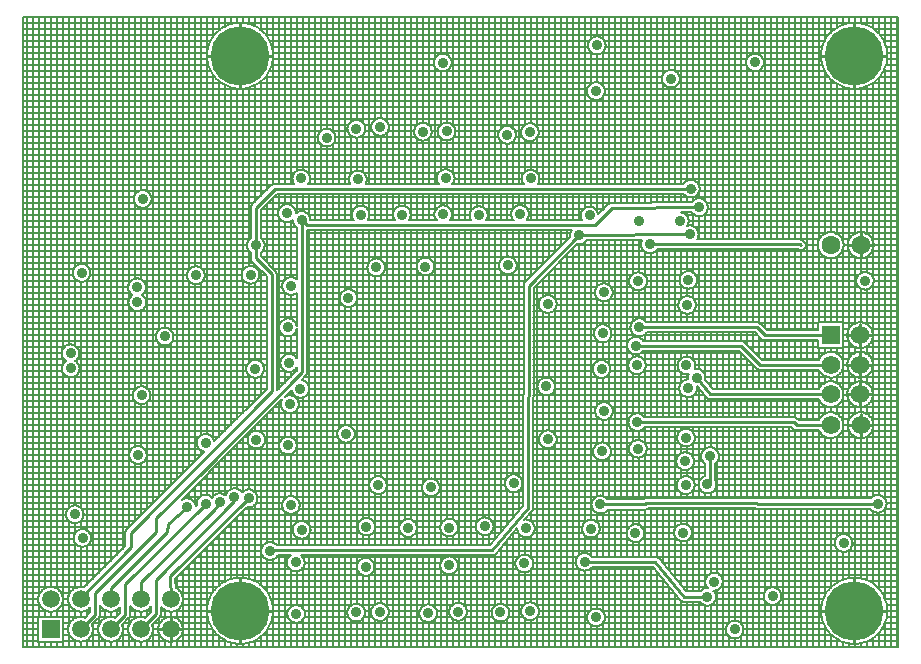
<source format=gbl>
%FSTAX23Y23*%
%MOIN*%
%SFA1B1*%

%IPPOS*%
%ADD10C,0.008000*%
%ADD30C,0.010000*%
%ADD32R,0.059060X0.059060*%
%ADD33C,0.059060*%
%ADD34C,0.196850*%
%ADD35R,0.062000X0.062000*%
%ADD36C,0.062000*%
%ADD37C,0.062990*%
%ADD38C,0.035430*%
%LNirda-1*%
%LPD*%
G54D10*
X03929Y03031D02*
D01*
X03928Y03039*
X03928Y03046*
X03926Y03054*
X03924Y03061*
X03922Y03069*
X03919Y03076*
X03916Y03083*
X03912Y03089*
X03908Y03096*
X03903Y03102*
X03898Y03108*
X03892Y03113*
X03886Y03118*
X0388Y03122*
X03874Y03127*
X03867Y0313*
X0386Y03133*
X03852Y03136*
X03845Y03138*
X03838Y0314*
X0383Y03141*
X03822Y03141*
X03815*
X03807Y03141*
X03799Y0314*
X03792Y03138*
X03784Y03136*
X03777Y03133*
X0377Y0313*
X03763Y03127*
X03757Y03122*
X0375Y03118*
X03745Y03113*
X03739Y03108*
X03734Y03102*
X03729Y03096*
X03725Y03089*
X03721Y03083*
X03718Y03076*
X03715Y03069*
X03712Y03061*
X03711Y03054*
X03709Y03046*
X03708Y03039*
X03708Y03031*
X03708Y03023*
X03709Y03016*
X03711Y03008*
X03712Y03001*
X03715Y02993*
X03718Y02986*
X03721Y02979*
X03725Y02973*
X03729Y02966*
X03734Y0296*
X03739Y02954*
X03745Y02949*
X0375Y02944*
X03757Y0294*
X03763Y02935*
X0377Y02932*
X03777Y02929*
X03784Y02926*
X03792Y02924*
X03799Y02922*
X03807Y02921*
X03815Y02921*
X03822*
X0383Y02921*
X03838Y02922*
X03845Y02924*
X03852Y02926*
X0386Y02929*
X03867Y02932*
X03874Y02935*
X0388Y0294*
X03886Y02944*
X03892Y02949*
X03898Y02954*
X03903Y0296*
X03908Y02966*
X03912Y02973*
X03916Y02979*
X03919Y02986*
X03922Y02993*
X03924Y03001*
X03926Y03008*
X03928Y03016*
X03928Y03023*
X03929Y03031*
X03883Y024D02*
D01*
X03883Y02403*
X03882Y02406*
X03882Y02409*
X03881Y02411*
X0388Y02414*
X03879Y02417*
X03878Y0242*
X03876Y02422*
X03875Y02425*
X03873Y02427*
X03871Y0243*
X03869Y02432*
X03866Y02434*
X03864Y02435*
X03861Y02437*
X03859Y02438*
X03856Y0244*
X03853Y02441*
X0385Y02442*
X03847Y02442*
X03844Y02443*
X03841Y02443*
X03838*
X03835Y02443*
X03832Y02442*
X03829Y02442*
X03826Y02441*
X03823Y0244*
X0382Y02438*
X03818Y02437*
X03815Y02435*
X03813Y02434*
X0381Y02432*
X03808Y0243*
X03806Y02427*
X03804Y02425*
X03803Y02422*
X03801Y0242*
X038Y02417*
X03799Y02414*
X03798Y02411*
X03797Y02409*
X03797Y02406*
X03796Y02403*
X03796Y024*
X03796Y02396*
X03797Y02393*
X03797Y0239*
X03798Y02388*
X03799Y02385*
X038Y02382*
X03801Y02379*
X03803Y02377*
X03804Y02374*
X03806Y02372*
X03808Y02369*
X0381Y02367*
X03813Y02365*
X03815Y02364*
X03818Y02362*
X0382Y02361*
X03823Y02359*
X03826Y02358*
X03829Y02357*
X03832Y02357*
X03835Y02356*
X03838Y02356*
X03841*
X03844Y02356*
X03847Y02357*
X0385Y02357*
X03853Y02358*
X03856Y02359*
X03859Y02361*
X03861Y02362*
X03864Y02364*
X03866Y02365*
X03869Y02367*
X03871Y02369*
X03873Y02372*
X03875Y02374*
X03876Y02377*
X03878Y02379*
X03879Y02382*
X0388Y02385*
X03881Y02388*
X03882Y0239*
X03882Y02393*
X03883Y02396*
X03883Y024*
X03783D02*
D01*
X03783Y02403*
X03782Y02406*
X03782Y02409*
X03781Y02411*
X0378Y02414*
X03779Y02417*
X03778Y0242*
X03776Y02422*
X03775Y02425*
X03773Y02427*
X03771Y0243*
X03769Y02432*
X03766Y02434*
X03764Y02435*
X03761Y02437*
X03759Y02438*
X03756Y0244*
X03753Y02441*
X0375Y02442*
X03747Y02442*
X03744Y02443*
X03741Y02443*
X03738*
X03735Y02443*
X03732Y02442*
X03729Y02442*
X03726Y02441*
X03723Y0244*
X0372Y02438*
X03718Y02437*
X03715Y02435*
X03713Y02434*
X0371Y02432*
X03708Y0243*
X03706Y02427*
X03704Y02425*
X03703Y02422*
X03701Y0242*
X037Y02417*
X03699Y02414*
X03698Y02411*
X03697Y02409*
X03697Y02406*
X03696Y02403*
X03696Y024*
X03696Y02396*
X03697Y02393*
X03697Y0239*
X03698Y02388*
X03699Y02385*
X037Y02382*
X03701Y02379*
X03703Y02377*
X03704Y02374*
X03706Y02372*
X03708Y02369*
X0371Y02367*
X03713Y02365*
X03715Y02364*
X03718Y02362*
X0372Y02361*
X03723Y02359*
X03726Y02358*
X03729Y02357*
X03732Y02357*
X03735Y02356*
X03738Y02356*
X03741*
X03744Y02356*
X03747Y02357*
X0375Y02357*
X03753Y02358*
X03756Y02359*
X03759Y02361*
X03761Y02362*
X03764Y02364*
X03766Y02365*
X03769Y02367*
X03771Y02369*
X03773Y02372*
X03775Y02374*
X03776Y02377*
X03778Y02379*
X03779Y02382*
X0378Y02385*
X03781Y02388*
X03782Y0239*
X03782Y02393*
X03783Y02396*
X03783Y024*
X03656D02*
D01*
X03656Y02401*
X03656Y02402*
X03656Y02403*
X03656Y02404*
X03655Y02405*
X03655Y02406*
X03654Y02407*
X03654Y02408*
X03653Y02409*
X03652Y0241*
X03652Y02411*
X03651Y02411*
X03649Y02414D02*
D01*
X03648Y02415*
X03647Y02416*
X03646Y02416*
X03645Y02417*
X03644Y02417*
X03643Y02418*
X03642Y02418*
X03641Y02418*
X0364Y02419*
X03638Y02419*
X03637Y02419*
X03637Y02419*
X03649Y02414D02*
D01*
X03648Y02415*
X03647Y02416*
X03646Y02416*
X03645Y02417*
X03644Y02417*
X03643Y02418*
X03642Y02418*
X03641Y02418*
X0364Y02419*
X03638Y02419*
X03637Y02419*
X03637Y02419*
X03517Y03009D02*
D01*
X03517Y03011*
X03517Y03013*
X03516Y03015*
X03516Y03017*
X03515Y03019*
X03514Y03021*
X03513Y03023*
X03512Y03024*
X03511Y03026*
X0351Y03028*
X03509Y03029*
X03507Y03031*
X03506Y03032*
X03504Y03033*
X03502Y03034*
X035Y03035*
X03498Y03036*
X03496Y03037*
X03494Y03037*
X03492Y03038*
X0349Y03038*
X03488Y03038*
X03486*
X03484Y03038*
X03482Y03038*
X0348Y03037*
X03478Y03037*
X03476Y03036*
X03474Y03035*
X03473Y03034*
X03471Y03033*
X03469Y03032*
X03468Y03031*
X03466Y03029*
X03465Y03028*
X03463Y03026*
X03462Y03024*
X03461Y03023*
X0346Y03021*
X03459Y03019*
X03459Y03017*
X03458Y03015*
X03458Y03013*
X03458Y03011*
X03458Y03009*
X03458Y03007*
X03458Y03005*
X03458Y03003*
X03459Y03001*
X03459Y02999*
X0346Y02997*
X03461Y02995*
X03462Y02993*
X03463Y02991*
X03465Y0299*
X03466Y02988*
X03468Y02987*
X03469Y02985*
X03471Y02984*
X03473Y02983*
X03474Y02982*
X03476Y02981*
X03478Y02981*
X0348Y0298*
X03482Y0298*
X03484Y02979*
X03486Y02979*
X03488*
X0349Y02979*
X03492Y0298*
X03494Y0298*
X03496Y02981*
X03498Y02981*
X035Y02982*
X03502Y02983*
X03504Y02984*
X03506Y02985*
X03507Y02987*
X03509Y02988*
X0351Y0299*
X03511Y02991*
X03512Y02993*
X03513Y02995*
X03514Y02997*
X03515Y02999*
X03516Y03001*
X03516Y03003*
X03517Y03005*
X03517Y03007*
X03517Y03009*
X03631Y02385D02*
D01*
X03632Y02385*
X03633Y02384*
X03634Y02384*
X03635Y02383*
X03636Y02383*
X03637Y02383*
X03638Y02383*
X0364Y02383*
X03641Y02383*
X03642Y02383*
X03643Y02383*
X03644Y02383*
X03645Y02384*
X03646Y02384*
X03647Y02385*
X03648Y02385*
X03649Y02386*
X0365Y02387*
X03651Y02387*
X03652Y02388*
X03653Y02389*
X03653Y0239*
X03654Y02391*
X03655Y02392*
X03655Y02393*
X03656Y02394*
X03656Y02395*
X03656Y02397*
X03656Y02398*
X03656Y02399*
X03656Y024*
X03883Y02281D02*
D01*
X03883Y02283*
X03883Y02285*
X03883Y02287*
X03882Y02289*
X03882Y02291*
X03881Y02293*
X0388Y02295*
X03879Y02297*
X03878Y02298*
X03876Y023*
X03875Y02302*
X03874Y02303*
X03872Y02304*
X0387Y02306*
X03869Y02307*
X03867Y02308*
X03865Y02308*
X03863Y02309*
X03861Y0231*
X03859Y0231*
X03857Y0231*
X03855Y02311*
X03853*
X03851Y0231*
X03849Y0231*
X03847Y0231*
X03845Y02309*
X03843Y02308*
X03841Y02308*
X03839Y02307*
X03837Y02306*
X03836Y02304*
X03834Y02303*
X03833Y02302*
X03831Y023*
X0383Y02298*
X03829Y02297*
X03828Y02295*
X03827Y02293*
X03826Y02291*
X03825Y02289*
X03825Y02287*
X03825Y02285*
X03824Y02283*
X03824Y02281*
X03824Y02279*
X03825Y02277*
X03825Y02275*
X03825Y02273*
X03826Y02271*
X03827Y02269*
X03828Y02267*
X03829Y02265*
X0383Y02264*
X03831Y02262*
X03833Y0226*
X03834Y02259*
X03836Y02258*
X03837Y02256*
X03839Y02255*
X03841Y02254*
X03843Y02254*
X03845Y02253*
X03847Y02252*
X03849Y02252*
X03851Y02252*
X03853Y02251*
X03855*
X03857Y02252*
X03859Y02252*
X03861Y02252*
X03863Y02253*
X03865Y02254*
X03867Y02254*
X03869Y02255*
X0387Y02256*
X03872Y02258*
X03874Y02259*
X03875Y0226*
X03876Y02262*
X03878Y02264*
X03879Y02265*
X0388Y02267*
X03881Y02269*
X03882Y02271*
X03882Y02273*
X03883Y02275*
X03883Y02277*
X03883Y02279*
X03883Y02281*
X03881Y021D02*
D01*
X03881Y02102*
X0388Y02105*
X0388Y02108*
X03879Y02111*
X03878Y02114*
X03877Y02117*
X03876Y0212*
X03874Y02122*
X03873Y02125*
X03871Y02127*
X03869Y02129*
X03867Y02131*
X03864Y02133*
X03862Y02135*
X03859Y02137*
X03857Y02138*
X03854Y02139*
X03851Y0214*
X03848Y02141*
X03845Y02142*
X03842Y02142*
X03839Y02142*
X03836*
X03833Y02142*
X0383Y02142*
X03828Y02141*
X03825Y0214*
X03822Y02139*
X03819Y02138*
X03816Y02137*
X03814Y02135*
X03812Y02133*
X03809Y02131*
X03807Y02129*
X03805Y02127*
X03803Y02125*
X03802Y02122*
X038Y0212*
X03799Y02117*
X03798Y02114*
X03797Y02111*
X03796Y02108*
X03795Y02105*
X03795Y02102*
X03795Y021*
X03795Y02097*
X03795Y02094*
X03796Y02091*
X03797Y02088*
X03798Y02085*
X03799Y02082*
X038Y02079*
X03802Y02077*
X03803Y02074*
X03805Y02072*
X03807Y0207*
X03809Y02068*
X03812Y02066*
X03814Y02064*
X03816Y02062*
X03819Y02061*
X03822Y0206*
X03825Y02059*
X03828Y02058*
X0383Y02057*
X03833Y02057*
X03836Y02057*
X03839*
X03842Y02057*
X03845Y02057*
X03848Y02058*
X03851Y02059*
X03854Y0206*
X03857Y02061*
X03859Y02062*
X03862Y02064*
X03864Y02066*
X03867Y02068*
X03869Y0207*
X03871Y02072*
X03873Y02074*
X03874Y02077*
X03876Y02079*
X03877Y02082*
X03878Y02085*
X03879Y02088*
X0388Y02091*
X0388Y02094*
X03881Y02097*
X03881Y021*
Y02001D02*
D01*
X03881Y02004*
X0388Y02007*
X0388Y0201*
X03879Y02013*
X03878Y02016*
X03877Y02019*
X03876Y02021*
X03874Y02024*
X03873Y02026*
X03871Y02029*
X03869Y02031*
X03867Y02033*
X03864Y02035*
X03862Y02037*
X03859Y02038*
X03857Y0204*
X03854Y02041*
X03851Y02042*
X03848Y02043*
X03845Y02043*
X03842Y02044*
X03839Y02044*
X03836*
X03833Y02044*
X0383Y02043*
X03828Y02043*
X03825Y02042*
X03822Y02041*
X03819Y0204*
X03816Y02038*
X03814Y02037*
X03812Y02035*
X03809Y02033*
X03807Y02031*
X03805Y02029*
X03803Y02026*
X03802Y02024*
X038Y02021*
X03799Y02019*
X03798Y02016*
X03797Y02013*
X03796Y0201*
X03795Y02007*
X03795Y02004*
X03795Y02001*
X03795Y01998*
X03795Y01995*
X03796Y01992*
X03797Y01989*
X03798Y01986*
X03799Y01984*
X038Y01981*
X03802Y01978*
X03803Y01976*
X03805Y01974*
X03807Y01971*
X03809Y01969*
X03812Y01967*
X03814Y01966*
X03816Y01964*
X03819Y01963*
X03822Y01961*
X03825Y0196*
X03828Y01959*
X0383Y01959*
X03833Y01958*
X03836Y01958*
X03839*
X03842Y01958*
X03845Y01959*
X03848Y01959*
X03851Y0196*
X03854Y01961*
X03857Y01963*
X03859Y01964*
X03862Y01966*
X03864Y01967*
X03867Y01969*
X03869Y01971*
X03871Y01974*
X03873Y01976*
X03874Y01978*
X03876Y01981*
X03877Y01984*
X03878Y01986*
X03879Y01989*
X0388Y01992*
X0388Y01995*
X03881Y01998*
X03881Y02001*
X03782D02*
D01*
X03782Y02004*
X03782Y02007*
X03781Y0201*
X03781Y02013*
X0378Y02016*
X03779Y02019*
X03777Y02021*
X03776Y02024*
X03774Y02026*
X03772Y02029*
X0377Y02031*
X03768Y02033*
X03766Y02035*
X03763Y02037*
X03761Y02038*
X03758Y0204*
X03756Y02041*
X03753Y02042*
X0375Y02043*
X03747Y02043*
X03744Y02044*
X03741Y02044*
X03738*
X03735Y02044*
X03732Y02043*
X03729Y02043*
X03726Y02042*
X03723Y02041*
X03721Y0204*
X03718Y02038*
X03716Y02037*
X03713Y02035*
X03711Y02033*
X03709Y02031*
X03707Y02029*
X03705Y02026*
X03703Y02024*
X03702Y02021*
X037Y02019*
X037Y02018*
Y01984D02*
D01*
X03701Y01981*
X03703Y01979*
X03704Y01976*
X03706Y01974*
X03708Y01972*
X0371Y0197*
X03713Y01968*
X03715Y01966*
X03718Y01964*
X0372Y01963*
X03723Y01962*
X03726Y0196*
X03729Y0196*
X03731Y01959*
X03734Y01959*
X03737Y01958*
X0374Y01958*
X03743Y01958*
X03746Y01959*
X03749Y01959*
X03752Y0196*
X03755Y01961*
X03758Y01962*
X0376Y01964*
X03763Y01965*
X03765Y01967*
X03768Y01969*
X0377Y01971*
X03772Y01973*
X03774Y01975*
X03776Y01978*
X03777Y0198*
X03778Y01983*
X0378Y01986*
X03781Y01989*
X03781Y01992*
X03782Y01994*
X03782Y01997*
X03782Y02*
X03782Y02001*
X03506Y02137D02*
D01*
X03505Y02138*
X03504Y02139*
X03503Y0214*
X03502Y0214*
X03501Y02141*
X035Y02141*
X03499Y02142*
X03497Y02142*
X03496Y02142*
X03495Y02142*
X03494Y02142*
X03494Y02142*
X03506Y02137D02*
D01*
X03505Y02138*
X03504Y02139*
X03503Y0214*
X03502Y0214*
X03501Y02141*
X035Y02141*
X03499Y02142*
X03497Y02142*
X03496Y02142*
X03495Y02142*
X03494Y02142*
X03494Y02142*
X03508Y02088D02*
D01*
X03508Y02087*
X03509Y02086*
X0351Y02085*
X03511Y02085*
X03512Y02084*
X03514Y02084*
X03515Y02083*
X03516Y02083*
X03517Y02083*
X03518Y02083*
X03519Y02083*
X0352Y02083*
X03508Y02088D02*
D01*
X03509Y02087*
X03509Y02086*
X0351Y02085*
X03511Y02085*
X03512Y02084*
X03514Y02084*
X03515Y02083*
X03516Y02083*
X03517Y02083*
X03518Y02083*
X03519Y02083*
X0352Y02083*
X03452Y02076D02*
D01*
X03452Y02077*
X03451Y02078*
X0345Y02079*
X03449Y02079*
X03448Y0208*
X03447Y0208*
X03445Y02081*
X03444Y02081*
X03443Y02081*
X03442Y02081*
X03441Y02081*
X0344Y02081*
X03452Y02076D02*
D01*
X03452Y02077*
X03451Y02078*
X0345Y02079*
X03449Y02079*
X03448Y0208*
X03446Y0208*
X03445Y02081*
X03444Y02081*
X03443Y02081*
X03442Y02081*
X03441Y02081*
X0344Y02081*
X03492Y01989D02*
D01*
X03493Y01988*
X03494Y01988*
X03495Y01987*
X03496Y01986*
X03497Y01986*
X03498Y01985*
X03499Y01985*
X035Y01985*
X03501Y01984*
X03502Y01984*
X03504Y01984*
X03504Y01984*
X03492Y01989D02*
D01*
X03493Y01988*
X03494Y01988*
X03495Y01987*
X03496Y01986*
X03497Y01986*
X03498Y01985*
X03499Y01985*
X035Y01985*
X03501Y01984*
X03502Y01984*
X03504Y01984*
X03504Y01984*
X03237Y02954D02*
D01*
X03237Y02956*
X03236Y02958*
X03236Y0296*
X03236Y02962*
X03235Y02964*
X03234Y02966*
X03233Y02968*
X03232Y0297*
X03231Y02972*
X0323Y02973*
X03228Y02975*
X03227Y02976*
X03225Y02978*
X03224Y02979*
X03222Y0298*
X0322Y02981*
X03218Y02982*
X03216Y02982*
X03214Y02983*
X03212Y02983*
X0321Y02984*
X03208Y02984*
X03206*
X03204Y02984*
X03202Y02983*
X032Y02983*
X03198Y02982*
X03196Y02982*
X03194Y02981*
X03192Y0298*
X03191Y02979*
X03189Y02978*
X03187Y02976*
X03186Y02975*
X03185Y02973*
X03183Y02972*
X03182Y0297*
X03181Y02968*
X0318Y02966*
X03179Y02964*
X03179Y02962*
X03178Y0296*
X03178Y02958*
X03178Y02956*
X03178Y02954*
X03178Y02952*
X03178Y0295*
X03178Y02948*
X03179Y02946*
X03179Y02944*
X0318Y02942*
X03181Y0294*
X03182Y02939*
X03183Y02937*
X03185Y02935*
X03186Y02934*
X03187Y02932*
X03189Y02931*
X03191Y0293*
X03192Y02929*
X03194Y02928*
X03196Y02927*
X03198Y02926*
X032Y02926*
X03202Y02925*
X03204Y02925*
X03206Y02925*
X03208*
X0321Y02925*
X03212Y02925*
X03214Y02926*
X03216Y02926*
X03218Y02927*
X0322Y02928*
X03222Y02929*
X03224Y0293*
X03225Y02931*
X03227Y02932*
X03228Y02934*
X0323Y02935*
X03231Y02937*
X03232Y02939*
X03233Y0294*
X03234Y02942*
X03235Y02944*
X03236Y02946*
X03236Y02948*
X03236Y0295*
X03237Y02952*
X03237Y02954*
X03302Y02594D02*
D01*
X03302Y02596*
X03301Y02598*
X033Y026*
X03299Y02602*
X03298Y02604*
X03297Y02606*
X03296Y02607*
X03294Y02609*
X03293Y0261*
X03291Y02611*
X0329Y02613*
X03288Y02614*
X03286Y02615*
X03284Y02616*
X03282Y02616*
X0328Y02617*
X03278Y02617*
X03276Y02618*
X03274Y02618*
X03272Y02618*
X0327Y02618*
X03268Y02617*
X03266Y02617*
X03264Y02616*
X03262Y02615*
X0326Y02615*
X03258Y02614*
X03257Y02613*
X03255Y02611*
X03253Y0261*
X03252Y02609*
X0325Y02607*
X03249Y02605*
X03248Y02604*
X03304Y02587D02*
D01*
X03304Y02588*
X03303Y0259*
X03303Y02591*
X03303Y02592*
X03303Y02593*
X03302Y02594*
X03302Y02594*
X03301Y02579D02*
D01*
X03302Y0258*
X03302Y02581*
X03303Y02582*
X03303Y02583*
X03303Y02584*
X03303Y02585*
X03304Y02586*
X03304Y02587*
X03249Y0257D02*
D01*
X03251Y02569*
X03252Y02567*
X03254Y02566*
X03255Y02565*
X03257Y02563*
X03259Y02562*
X0326Y02561*
X03262Y02561*
X03264Y0256*
X03266Y02559*
X03268Y02559*
X0327Y02559*
X03272Y02559*
X03274Y02559*
X03277Y02559*
X03279Y02559*
X03281Y02559*
X03283Y0256*
X03285Y02561*
X03286Y02562*
X03288Y02563*
X0329Y02564*
X03292Y02565*
X03293Y02566*
X03295Y02568*
X03296Y02569*
X03297Y02571*
X03298Y02573*
X03299Y02574*
X033Y02576*
X03301Y02578*
X03301Y02579*
X0333Y02526D02*
D01*
X0333Y02528*
X0333Y0253*
X0333Y02532*
X03329Y02534*
X03328Y02536*
X03328Y02538*
X03327Y0254*
X03326Y02542*
X03325Y02543*
X03323Y02545*
X03322Y02547*
X0332Y02548*
X03319Y02549*
X03317Y02551*
X03315Y02552*
X03314Y02553*
X03312Y02554*
X0331Y02554*
X03308Y02555*
X03306Y02555*
X03304Y02556*
X03302Y02556*
X033*
X03298Y02556*
X03296Y02555*
X03294Y02555*
X03292Y02554*
X0329Y02554*
X03288Y02553*
X03286Y02552*
X03284Y02551*
X03282Y02549*
X03281Y02548*
X03279Y02547*
X03278Y02545*
X03277Y02543*
X03276Y02543*
X03276Y02509D02*
D01*
X03278Y02507*
X03279Y02506*
X03281Y02504*
X03282Y02503*
X03284Y02502*
X03286Y02501*
X03287Y025*
X03289Y02499*
X03291Y02498*
X03293Y02497*
X03295Y02497*
X03297Y02497*
X03299Y02497*
X03301Y02496*
X03303Y02497*
X03305Y02497*
X03307Y02497*
X03309Y02498*
X03311Y02498*
X03313Y02499*
X03315Y025*
X03317Y02501*
X03319Y02502*
X0332Y02504*
X03322Y02505*
X03323Y02507*
X03324Y02508*
X03326Y0251*
X03327Y02512*
X03328Y02514*
X03328Y02516*
X03329Y02518*
X0333Y0252*
X0333Y02522*
X0333Y02524*
X0333Y02526*
X0333Y02526*
X03261Y02464D02*
D01*
X03263Y02466*
X03263Y02467*
X03264Y02469*
X03265Y02471*
X03265Y02473*
X03266Y02475*
X03266Y02477*
X03266Y02479*
X03266Y0248*
X033Y02436D02*
D01*
X033Y02438*
X03299Y0244*
X03299Y02442*
X03299Y02444*
X03298Y02446*
X03297Y02448*
X03296Y02449*
X03295Y02451*
X03294Y02453*
X03293Y02455*
X03291Y02456*
X0329Y02458*
X03288Y02459*
X03287Y0246*
X03285Y02461*
X03283Y02462*
X03281Y02463*
X03279Y02464*
X03277Y02464*
X03275Y02465*
X03273Y02465*
X03271Y02465*
X03269*
X03267Y02465*
X03265Y02465*
X03263Y02464*
X03261Y02464*
X03266Y0248D02*
D01*
X03266Y02482*
X03266Y02484*
X03265Y02486*
X03265Y02488*
X03264Y0249*
X03263Y02492*
X03263Y02493*
X03261Y02495*
X0326Y02497*
X03259Y02499*
X03258Y025*
X03256Y02501*
X03255Y02503*
X03253Y02504*
X03251Y02505*
X03249Y02506*
X03247Y02507*
X03246Y02508*
X03244Y02508*
X03242Y02509*
X03241Y02509*
X03011Y02541D02*
D01*
X0301Y02541*
X03009Y02541*
X03008Y02541*
X03007Y0254*
X03005Y0254*
X03004Y02539*
X03003Y02539*
X03002Y02538*
X03001Y02538*
X03Y02537*
X03Y02536*
X02999Y02536*
X03011Y02541D02*
D01*
X0301Y02541*
X03009Y02541*
X03008Y02541*
X03007Y0254*
X03005Y0254*
X03004Y02539*
X03003Y02539*
X03002Y02538*
X03001Y02538*
X03Y02537*
X03Y02536*
X02999Y02536*
X0299Y03065D02*
D01*
X0299Y03068*
X02989Y0307*
X02989Y03072*
X02989Y03074*
X02988Y03076*
X02987Y03077*
X02986Y03079*
X02985Y03081*
X02984Y03083*
X02983Y03084*
X02981Y03086*
X0298Y03087*
X02978Y03089*
X02977Y0309*
X02975Y03091*
X02973Y03092*
X02971Y03093*
X02969Y03094*
X02967Y03094*
X02965Y03095*
X02963Y03095*
X02961Y03095*
X02959*
X02957Y03095*
X02955Y03095*
X02953Y03094*
X02951Y03094*
X02949Y03093*
X02947Y03092*
X02945Y03091*
X02944Y0309*
X02942Y03089*
X0294Y03087*
X02939Y03086*
X02937Y03084*
X02936Y03083*
X02935Y03081*
X02934Y03079*
X02933Y03077*
X02932Y03076*
X02932Y03074*
X02931Y03072*
X02931Y0307*
X02931Y03068*
X02931Y03065*
X02931Y03063*
X02931Y03061*
X02931Y03059*
X02932Y03057*
X02932Y03055*
X02933Y03053*
X02934Y03052*
X02935Y0305*
X02936Y03048*
X02937Y03046*
X02939Y03045*
X0294Y03043*
X02942Y03042*
X02944Y03041*
X02945Y0304*
X02947Y03039*
X02949Y03038*
X02951Y03037*
X02953Y03037*
X02955Y03036*
X02957Y03036*
X02959Y03036*
X02961*
X02963Y03036*
X02965Y03036*
X02967Y03037*
X02969Y03037*
X02971Y03038*
X02973Y03039*
X02975Y0304*
X02977Y03041*
X02978Y03042*
X0298Y03043*
X02981Y03045*
X02983Y03046*
X02984Y03048*
X02985Y0305*
X02986Y03052*
X02987Y03053*
X02988Y03055*
X02989Y03057*
X02989Y03059*
X02989Y03061*
X0299Y03063*
X0299Y03065*
X02987Y02913D02*
D01*
X02987Y02915*
X02986Y02917*
X02986Y02919*
X02986Y02921*
X02985Y02923*
X02984Y02925*
X02983Y02927*
X02982Y02929*
X02981Y0293*
X0298Y02932*
X02978Y02933*
X02977Y02935*
X02975Y02936*
X02974Y02937*
X02972Y02939*
X0297Y02939*
X02968Y0294*
X02966Y02941*
X02964Y02942*
X02962Y02942*
X0296Y02942*
X02958Y02942*
X02956*
X02954Y02942*
X02952Y02942*
X0295Y02942*
X02948Y02941*
X02946Y0294*
X02944Y02939*
X02942Y02939*
X02941Y02937*
X02939Y02936*
X02937Y02935*
X02936Y02933*
X02935Y02932*
X02933Y0293*
X02932Y02929*
X02931Y02927*
X0293Y02925*
X02929Y02923*
X02929Y02921*
X02928Y02919*
X02928Y02917*
X02928Y02915*
X02928Y02913*
X02928Y02911*
X02928Y02909*
X02928Y02907*
X02929Y02905*
X02929Y02903*
X0293Y02901*
X02931Y02899*
X02932Y02897*
X02933Y02895*
X02935Y02894*
X02936Y02892*
X02937Y02891*
X02939Y0289*
X02941Y02888*
X02942Y02887*
X02944Y02886*
X02946Y02885*
X02948Y02885*
X0295Y02884*
X02952Y02884*
X02954Y02883*
X02956Y02883*
X02958*
X0296Y02883*
X02962Y02884*
X02964Y02884*
X02966Y02885*
X02968Y02885*
X0297Y02886*
X02972Y02887*
X02974Y02888*
X02975Y0289*
X02977Y02891*
X02978Y02892*
X0298Y02894*
X02981Y02895*
X02982Y02897*
X02983Y02899*
X02984Y02901*
X02985Y02903*
X02986Y02905*
X02986Y02907*
X02986Y02909*
X02987Y02911*
X02987Y02913*
X02763Y02604D02*
D01*
X02765Y02606*
X02766Y02608*
X02767Y0261*
X02767Y02611*
X02768Y02613*
X02768Y02615*
X02769Y02617*
X02769Y0262*
X02769Y02622*
X02766Y02776D02*
D01*
X02766Y02778*
X02766Y0278*
X02766Y02782*
X02765Y02784*
X02765Y02786*
X02764Y02788*
X02763Y0279*
X02762Y02792*
X02761Y02793*
X02759Y02795*
X02758Y02797*
X02756Y02798*
X02755Y02799*
X02753Y02801*
X02751Y02802*
X0275Y02803*
X02748Y02804*
X02746Y02804*
X02744Y02805*
X02742Y02805*
X0274Y02806*
X02738Y02806*
X02736*
X02734Y02806*
X02732Y02805*
X0273Y02805*
X02728Y02804*
X02726Y02804*
X02724Y02803*
X02722Y02802*
X0272Y02801*
X02718Y02799*
X02717Y02798*
X02715Y02797*
X02714Y02795*
X02713Y02793*
X02712Y02792*
X02711Y0279*
X0271Y02788*
X02709Y02786*
X02708Y02784*
X02708Y02782*
X02707Y0278*
X02707Y02778*
X02707Y02776*
X02707Y02774*
X02707Y02772*
X02708Y0277*
X02708Y02768*
X02709Y02766*
X0271Y02764*
X02711Y02762*
X02712Y0276*
X02713Y02759*
X02714Y02757*
X02715Y02756*
X02717Y02754*
X02718Y02753*
X0272Y02752*
X02722Y0275*
X02724Y02749*
X02726Y02749*
X02728Y02748*
X0273Y02747*
X02732Y02747*
X02734Y02747*
X02736Y02747*
X02738*
X0274Y02747*
X02742Y02747*
X02744Y02747*
X02746Y02748*
X02748Y02749*
X0275Y02749*
X02751Y0275*
X02753Y02752*
X02755Y02753*
X02756Y02754*
X02758Y02756*
X02759Y02757*
X02761Y02759*
X02762Y0276*
X02763Y02762*
X02764Y02764*
X02765Y02766*
X02765Y02768*
X02766Y0277*
X02766Y02772*
X02766Y02774*
X02766Y02776*
X02769Y02622D02*
D01*
X02769Y02624*
X02769Y02626*
X02768Y02628*
X02768Y0263*
X02767Y02632*
X02767Y02634*
X02766Y02635*
X02765Y02637*
X02763Y02639*
X02762Y02641*
X02761Y02642*
X02759Y02644*
X02758Y02645*
X02756Y02646*
X02754Y02647*
X02752Y02648*
X02751Y02649*
X02749Y0265*
X02747Y0265*
X02745Y02651*
X02743Y02651*
X02741Y02651*
X02738*
X02736Y02651*
X02734Y02651*
X02732Y0265*
X0273Y0265*
X02728Y02649*
X02727Y02648*
X02725Y02647*
X02723Y02646*
X02721Y02645*
X0272Y02644*
X02718Y02642*
X02717Y02641*
X02716Y02639*
X02714Y02637*
X02713Y02635*
X02712Y02634*
X02712Y02632*
X02711Y0263*
X02711Y02628*
X0271Y02626*
X0271Y02624*
X0271Y02622*
X0271Y02619*
X0271Y02617*
X02711Y02615*
X02711Y02613*
X02712Y02611*
X02712Y0261*
X02713Y02608*
X02714Y02606*
X02716Y02604*
X02691Y02767D02*
D01*
X0269Y02769*
X0269Y02771*
X0269Y02773*
X02689Y02775*
X02689Y02777*
X02688Y02779*
X02687Y02781*
X02686Y02783*
X02685Y02785*
X02684Y02786*
X02682Y02788*
X02681Y02789*
X02679Y02791*
X02677Y02792*
X02676Y02793*
X02674Y02794*
X02672Y02795*
X0267Y02795*
X02668Y02796*
X02666Y02796*
X02664Y02797*
X02662Y02797*
X0266*
X02658Y02797*
X02656Y02796*
X02654Y02796*
X02652Y02795*
X0265Y02795*
X02648Y02794*
X02646Y02793*
X02644Y02792*
X02643Y02791*
X02641Y02789*
X0264Y02788*
X02638Y02786*
X02637Y02785*
X02636Y02783*
X02635Y02781*
X02634Y02779*
X02633Y02777*
X02632Y02775*
X02632Y02773*
X02632Y02771*
X02631Y02769*
X02631Y02767*
X02631Y02765*
X02632Y02763*
X02632Y02761*
X02632Y02759*
X02633Y02757*
X02634Y02755*
X02635Y02753*
X02636Y02752*
X02637Y0275*
X02638Y02748*
X0264Y02747*
X02641Y02745*
X02643Y02744*
X02644Y02743*
X02646Y02742*
X02648Y02741*
X0265Y0274*
X02652Y02739*
X02654Y02739*
X02656Y02738*
X02658Y02738*
X0266Y02738*
X02662*
X02664Y02738*
X02666Y02738*
X02668Y02739*
X0267Y02739*
X02672Y0274*
X02674Y02741*
X02676Y02742*
X02677Y02743*
X02679Y02744*
X02681Y02745*
X02682Y02747*
X02684Y02748*
X02685Y0275*
X02686Y02752*
X02687Y02753*
X02688Y02755*
X02689Y02757*
X02689Y02759*
X0269Y02761*
X0269Y02763*
X0269Y02765*
X02691Y02767*
X02965Y02502D02*
D01*
X02965Y02504*
X02964Y02506*
X02964Y02508*
X02963Y0251*
X02962Y02511*
X02961Y02513*
X0296Y02515*
X02959Y02517*
X02958Y02518*
X02956Y0252*
X02955Y02521*
X02953Y02522*
X02951Y02524*
X02949Y02525*
X02948Y02526*
X02946Y02526*
X02944Y02527*
X02942Y02527*
X0294Y02528*
X02938Y02528*
X02936Y02528*
X02933Y02528*
X02931Y02528*
X02929Y02527*
X02927Y02527*
X02925Y02526*
X02923Y02526*
X02922Y02525*
X0292Y02524*
X02918Y02522*
X02916Y02521*
X02915Y0252*
X02914Y02518*
X02912Y02517*
X02911Y02515*
X0291Y02513*
X02909Y02511*
X02908Y0251*
X02907Y02508*
X02907Y02506*
X02906Y02504*
X02906Y02502*
X02906Y025*
X02906Y02497*
X02906Y02495*
X02906Y02493*
X02907Y02491*
X02907Y02489*
X02908Y02487*
X02909Y02486*
X0291Y02484*
X0291Y02483*
X02876Y02449D02*
D01*
X02875Y02447*
X02874Y02446*
X02873Y02444*
X02872Y02442*
X02872Y0244*
X02871Y02438*
X02871Y02436*
X02871Y02434*
X02871Y02432*
X02871Y0243*
X02871Y02428*
X02871Y02426*
X02726Y02483D02*
D01*
X02727Y02484*
X02728Y02486*
X02729Y02488*
X0273Y0249*
X02731Y02491*
X02732Y02493*
X02733Y02495*
X02733Y02497*
X02734Y02499*
X02734Y02501*
X02734Y02503*
D01*
X02734Y02506*
X02734Y02508*
X02733Y0251*
X02733Y02512*
X02732Y02514*
X02731Y02515*
X0273Y02517*
X02729Y02519*
X02728Y02521*
X02727Y02522*
X02726Y02524*
X02724Y02525*
X02722Y02527*
X02721Y02528*
X02719Y02529*
X02717Y0253*
X02715Y02531*
X02713Y02532*
X02711Y02532*
X02709Y02533*
X02707Y02533*
X02705Y02533*
X02703*
X02701Y02533*
X02699Y02533*
X02697Y02532*
X02695Y02532*
X02693Y02531*
X02691Y0253*
X02689Y02529*
X02688Y02528*
X02686Y02527*
X02684Y02525*
X02683Y02524*
X02682Y02522*
X0268Y02521*
X02679Y02519*
X02678Y02517*
X02677Y02515*
X02676Y02514*
X02676Y02512*
X02675Y0251*
X02675Y02508*
X02675Y02506*
X02675Y02503*
X02675Y02501*
X02675Y02499*
X02675Y02497*
X02676Y02495*
X02676Y02493*
X02677Y02491*
X02678Y0249*
X02679Y02488*
X0268Y02486*
X02682Y02484*
X02683Y02483*
X03295Y02419D02*
D01*
X03296Y02421*
X03297Y02423*
X03298Y02424*
X03298Y02426*
X03299Y02428*
X03299Y0243*
X033Y02432*
X033Y02434*
X033Y02436*
X03295Y02284D02*
D01*
X03295Y02286*
X03295Y02288*
X03294Y0229*
X03294Y02292*
X03293Y02294*
X03292Y02296*
X03291Y02298*
X0329Y023*
X03289Y02301*
X03288Y02303*
X03287Y02305*
X03285Y02306*
X03283Y02307*
X03282Y02308*
X0328Y0231*
X03278Y02311*
X03276Y02311*
X03274Y02312*
X03272Y02313*
X0327Y02313*
X03268Y02313*
X03266Y02314*
X03264*
X03262Y02313*
X0326Y02313*
X03258Y02313*
X03256Y02312*
X03254Y02311*
X03252Y02311*
X0325Y0231*
X03249Y02308*
X03247Y02307*
X03245Y02306*
X03244Y02305*
X03243Y02303*
X03241Y02301*
X0324Y023*
X03239Y02298*
X03238Y02296*
X03237Y02294*
X03237Y02292*
X03236Y0229*
X03236Y02288*
X03236Y02286*
X03236Y02284*
X03236Y02282*
X03236Y0228*
X03236Y02278*
X03237Y02276*
X03237Y02274*
X03238Y02272*
X03239Y0227*
X0324Y02268*
X03241Y02267*
X03243Y02265*
X03244Y02263*
X03245Y02262*
X03247Y02261*
X03249Y02259*
X0325Y02258*
X03252Y02257*
X03254Y02257*
X03256Y02256*
X03258Y02255*
X0326Y02255*
X03262Y02255*
X03264Y02254*
X03266*
X03268Y02255*
X0327Y02255*
X03272Y02255*
X03274Y02256*
X03276Y02257*
X03278Y02257*
X0328Y02258*
X03282Y02259*
X03283Y02261*
X03285Y02262*
X03287Y02263*
X03288Y02265*
X03289Y02267*
X0329Y02268*
X03291Y0227*
X03292Y02272*
X03293Y02274*
X03294Y02276*
X03294Y02278*
X03295Y0228*
X03295Y02282*
X03295Y02284*
X03291Y022D02*
D01*
X03291Y02202*
X03291Y02204*
X0329Y02206*
X0329Y02208*
X03289Y0221*
X03288Y02212*
X03287Y02214*
X03286Y02216*
X03285Y02218*
X03284Y02219*
X03283Y02221*
X03281Y02222*
X0328Y02224*
X03278Y02225*
X03276Y02226*
X03274Y02227*
X03272Y02228*
X0327Y02228*
X03268Y02229*
X03266Y02229*
X03264Y0223*
X03262Y0223*
X0326*
X03258Y0223*
X03256Y02229*
X03254Y02229*
X03252Y02228*
X0325Y02228*
X03248Y02227*
X03247Y02226*
X03245Y02225*
X03243Y02224*
X03242Y02222*
X0324Y02221*
X03239Y02219*
X03237Y02218*
X03236Y02216*
X03235Y02214*
X03234Y02212*
X03234Y0221*
X03233Y02208*
X03232Y02206*
X03232Y02204*
X03232Y02202*
X03232Y022*
X03232Y02198*
X03232Y02196*
X03232Y02194*
X03233Y02192*
X03234Y0219*
X03234Y02188*
X03235Y02186*
X03236Y02185*
X03237Y02183*
X03239Y02181*
X0324Y0218*
X03242Y02178*
X03243Y02177*
X03245Y02176*
X03247Y02175*
X03248Y02174*
X0325Y02173*
X03252Y02172*
X03254Y02172*
X03256Y02171*
X03258Y02171*
X0326Y02171*
X03262*
X03264Y02171*
X03266Y02171*
X03268Y02172*
X0327Y02172*
X03272Y02173*
X03274Y02174*
X03276Y02175*
X03278Y02176*
X0328Y02177*
X03281Y02178*
X03283Y0218*
X03284Y02181*
X03285Y02183*
X03286Y02185*
X03287Y02186*
X03288Y02188*
X03289Y0219*
X0329Y02192*
X0329Y02194*
X03291Y02196*
X03291Y02198*
X03291Y022*
X03112Y02417D02*
D01*
X03111Y02415*
X0311Y02413*
X03109Y02411*
X03109Y02409*
X03108Y02407*
X03108Y02405*
X03108Y02403*
X03108Y02401*
X03108Y02399*
X03108Y02397*
X03109Y02395*
X03109Y02393*
X0311Y02391*
X03111Y02389*
X03112Y02387*
X03113Y02386*
X03114Y02384*
X03115Y02382*
X03117Y02381*
X03118Y02379*
X0312Y02378*
X03122Y02377*
X03123Y02376*
X03125Y02375*
X03127Y02374*
X03129Y02374*
X03131Y02373*
X03133Y02373*
X03135Y02373*
X03137Y02372*
X03139Y02373*
X03141Y02373*
X03143Y02373*
X03145Y02374*
X03147Y02374*
X03149Y02375*
X03151Y02376*
X03153Y02377*
X03155Y02378*
X03156Y02379*
X03158Y02381*
X03159Y02382*
X03161Y02384*
X03162Y02385*
X03128Y0228D02*
D01*
X03127Y02282*
X03127Y02284*
X03127Y02286*
X03126Y02288*
X03126Y0229*
X03125Y02292*
X03124Y02293*
X03123Y02295*
X03122Y02297*
X03121Y02299*
X03119Y023*
X03118Y02301*
X03116Y02303*
X03114Y02304*
X03113Y02305*
X03111Y02306*
X03109Y02307*
X03107Y02308*
X03105Y02308*
X03103Y02309*
X03101Y02309*
X03099Y02309*
X03097*
X03095Y02309*
X03093Y02309*
X03091Y02308*
X03089Y02308*
X03087Y02307*
X03085Y02306*
X03083Y02305*
X03081Y02304*
X0308Y02303*
X03078Y02301*
X03077Y023*
X03075Y02299*
X03074Y02297*
X03073Y02295*
X03072Y02293*
X03071Y02292*
X0307Y0229*
X03069Y02288*
X03069Y02286*
X03069Y02284*
X03068Y02282*
X03068Y0228*
X03068Y02277*
X03069Y02275*
X03069Y02273*
X03069Y02271*
X0307Y02269*
X03071Y02267*
X03072Y02266*
X03073Y02264*
X03074Y02262*
X03075Y0226*
X03077Y02259*
X03078Y02258*
X0308Y02256*
X03081Y02255*
X03083Y02254*
X03085Y02253*
X03087Y02252*
X03089Y02251*
X03091Y02251*
X03093Y0225*
X03095Y0225*
X03097Y0225*
X03099*
X03101Y0225*
X03103Y0225*
X03105Y02251*
X03107Y02251*
X03109Y02252*
X03111Y02253*
X03113Y02254*
X03114Y02255*
X03116Y02256*
X03118Y02258*
X03119Y02259*
X03121Y0226*
X03122Y02262*
X03123Y02264*
X03124Y02266*
X03125Y02267*
X03126Y02269*
X03126Y02271*
X03127Y02273*
X03127Y02275*
X03127Y02277*
X03128Y0228*
X03126Y02142D02*
D01*
X03125Y02144*
X03124Y02146*
X03122Y02147*
X03121Y02148*
X03119Y0215*
X03117Y02151*
X03115Y02152*
X03114Y02153*
X03112Y02153*
X0311Y02154*
X03108Y02155*
X03106Y02155*
X03104Y02155*
X03101Y02155*
X03099Y02155*
X03097Y02155*
X03095Y02154*
X03093Y02154*
X03091Y02153*
X03089Y02152*
X03088Y02151*
X03086Y0215*
X03084Y02149*
X03083Y02148*
X03081Y02147*
X0308Y02145*
X03078Y02143*
X03077Y02142*
X03076Y0214*
X03075Y02138*
X03074Y02136*
X03074Y02134*
X03073Y02132*
X03073Y0213*
X03072Y02128*
X03072Y02126*
X03072Y02124*
X03072Y02122*
X03073Y0212*
X03073Y02118*
X03074Y02116*
X03075Y02114*
X03075Y02112*
X03076Y0211*
X03078Y02109*
X03079Y02107*
X0308Y02105*
X03082Y02104*
X03083Y02103*
X03085Y02101*
X03087Y021*
X03088Y02099*
X0309Y02098*
X03092Y02098*
X03094Y02097*
X03096Y02096*
X03098Y02096*
X031Y02096*
X03102Y02096*
X03104Y02096*
X03106Y02096*
X03108Y02097*
X0311Y02097*
X03112Y02098*
X03114Y02099*
X03116Y021*
X03118Y02101*
X0312Y02102*
X03121Y02103*
X03123Y02104*
X03124Y02106*
X03125Y02108*
X03126Y02109*
X03322Y01958D02*
D01*
X03322Y0196*
X03322Y01962*
X03322Y01964*
X03321Y01966*
X03321Y01968*
X0332Y0197*
X03319Y01972*
X03318Y01974*
X03317Y01976*
X03315Y01977*
X03314Y01979*
X03313Y0198*
X03311Y01981*
X03309Y01983*
X03308Y01984*
X03306Y01985*
X03304Y01986*
X03302Y01986*
X033Y01987*
X03298Y01987*
X03296Y01988*
X03294Y01988*
X03292*
X0329Y01988*
X03288Y01987*
X03287Y01987*
D01*
X03287Y01989*
X03288Y01991*
X03288Y01993*
X03289Y01995*
X03289Y01997*
X03289Y01999*
X03321Y0195D02*
D01*
X03322Y01952*
X03322Y01954*
X03322Y01956*
X03322Y01958*
X03266Y0197D02*
D01*
X03265Y01968*
X03264Y01966*
X03264Y01964*
X03263Y01962*
X03263Y0196*
X03263Y01957*
X03263Y01955*
X03264Y01953*
X03264Y01952*
X03289Y01999D02*
D01*
X03289Y02001*
X03289Y02003*
X03288Y02005*
X03288Y02007*
X03287Y02009*
X03286Y02011*
X03285Y02012*
X03284Y02014*
X03283Y02016*
X03282Y02018*
X03281Y02019*
X03279Y02021*
X03278Y02022*
X03276Y02023*
X03274Y02024*
X03272Y02025*
X0327Y02026*
X03268Y02027*
X03266Y02027*
X03264Y02028*
X03262Y02028*
X0326Y02028*
X03258*
X03256Y02028*
X03254Y02028*
X03252Y02027*
X0325Y02027*
X03248Y02026*
X03246Y02025*
X03245Y02024*
X03243Y02023*
X03241Y02022*
X0324Y02021*
X03238Y02019*
X03237Y02018*
X03235Y02016*
X03234Y02014*
X03233Y02012*
X03232Y02011*
X03232Y02009*
X03231Y02007*
X0323Y02005*
X0323Y02003*
X0323Y02001*
X0323Y01999*
X0323Y01996*
X0323Y01994*
X0323Y01992*
X03231Y0199*
X03232Y01988*
X03232Y01986*
X03233Y01985*
X03234Y01983*
X03235Y01981*
X03237Y01979*
X03238Y01978*
X0324Y01977*
X03241Y01975*
X03243Y01974*
X03245Y01973*
X03246Y01972*
X03248Y01971*
X0325Y0197*
X03252Y0197*
X03254Y01969*
X03256Y01969*
X03258Y01969*
X0326*
X03262Y01969*
X03264Y01969*
X03266Y0197*
X03114Y02081D02*
D01*
X03113Y02083*
X03112Y02085*
X0311Y02086*
X03109Y02087*
X03107Y02089*
X03105Y0209*
X03104Y02091*
X03102Y02092*
X031Y02092*
X03098Y02093*
X03096Y02093*
X03094Y02094*
X03092Y02094*
X0309Y02094*
X03088Y02094*
X03086Y02094*
X03084Y02093*
X03082Y02093*
X0308Y02092*
X03078Y02091*
X03076Y0209*
X03074Y02089*
X03072Y02088*
X03071Y02087*
X03069Y02085*
X03068Y02084*
X03066Y02082*
X03065Y02081*
X03064Y02079*
X03063Y02077*
X03062Y02075*
X03062Y02073*
X03061Y02071*
X03061Y02069*
X03061Y02067*
X0306Y02065*
X0306Y02063*
X03061Y02061*
X03061Y02059*
X03061Y02057*
X03062Y02055*
X03063Y02053*
X03064Y02051*
X03065Y02049*
X03066Y02048*
X03067Y02046*
X03068Y02044*
X0307Y02043*
X03071Y02042*
X03073Y0204*
X03075Y02039*
X03077Y02038*
X03078Y02037*
X0308Y02037*
X03082Y02036*
X03084Y02035*
X03086Y02035*
X03088Y02035*
X0309Y02035*
X03093Y02035*
X03095Y02035*
X03097Y02036*
X03099Y02036*
X03101Y02037*
X03102Y02038*
X03104Y02039*
X03106Y0204*
X03108Y02041*
X03109Y02042*
X03111Y02043*
X03112Y02045*
X03114Y02047*
X03114Y02048*
X03124Y02D02*
D01*
X03124Y02002*
X03123Y02004*
X03123Y02006*
X03122Y02008*
X03122Y0201*
X03121Y02012*
X0312Y02013*
X03119Y02015*
X03118Y02017*
X03117Y02019*
X03115Y0202*
X03114Y02021*
X03112Y02023*
X03111Y02024*
X03109Y02025*
X03107Y02026*
X03105Y02027*
X03103Y02028*
X03101Y02028*
X03099Y02029*
X03097Y02029*
X03095Y02029*
X03093*
X03091Y02029*
X03089Y02029*
X03087Y02028*
X03085Y02028*
X03083Y02027*
X03081Y02026*
X03079Y02025*
X03077Y02024*
X03076Y02023*
X03074Y02021*
X03073Y0202*
X03071Y02019*
X0307Y02017*
X03069Y02015*
X03068Y02013*
X03067Y02012*
X03066Y0201*
X03066Y02008*
X03065Y02006*
X03065Y02004*
X03064Y02002*
X03064Y02*
X03064Y01997*
X03065Y01995*
X03065Y01993*
X03066Y01991*
X03066Y01989*
X03067Y01987*
X03068Y01986*
X03069Y01984*
X0307Y01982*
X03071Y0198*
X03073Y01979*
X03074Y01978*
X03076Y01976*
X03077Y01975*
X03079Y01974*
X03081Y01973*
X03083Y01972*
X03085Y01971*
X03087Y01971*
X03089Y0197*
X03091Y0197*
X03093Y0197*
X03095*
X03097Y0197*
X03099Y0197*
X03101Y01971*
X03103Y01971*
X03105Y01972*
X03107Y01973*
X03109Y01974*
X03111Y01975*
X03112Y01976*
X03114Y01978*
X03115Y01979*
X03117Y0198*
X03118Y01982*
X03119Y01984*
X0312Y01986*
X03121Y01987*
X03122Y01989*
X03122Y01991*
X03123Y01993*
X03123Y01995*
X03124Y01997*
X03124Y02*
X02895Y02402D02*
D01*
X02897Y02402*
X02899Y02402*
X02901Y02402*
X02903Y02402*
X02905Y02402*
X02907Y02403*
X02909Y02403*
X02911Y02404*
X02913Y02405*
X02915Y02406*
X02917Y02407*
X02918Y02408*
X0292Y0241*
X02921Y02411*
X02923Y02412*
X02924Y02414*
X02925Y02415*
X03013Y02243D02*
D01*
X03013Y02245*
X03013Y02247*
X03013Y02249*
X03012Y02251*
X03012Y02253*
X03011Y02255*
X0301Y02257*
X03009Y02258*
X03008Y0226*
X03006Y02262*
X03005Y02263*
X03004Y02265*
X03002Y02266*
X03Y02267*
X02999Y02268*
X02997Y02269*
X02995Y0227*
X02993Y02271*
X02991Y02271*
X02989Y02272*
X02987Y02272*
X02985Y02272*
X02983*
X02981Y02272*
X02979Y02272*
X02977Y02271*
X02975Y02271*
X02973Y0227*
X02971Y02269*
X02969Y02268*
X02967Y02267*
X02966Y02266*
X02964Y02265*
X02962Y02263*
X02961Y02262*
X0296Y0226*
X02959Y02258*
X02958Y02257*
X02957Y02255*
X02956Y02253*
X02955Y02251*
X02955Y02249*
X02954Y02247*
X02954Y02245*
X02954Y02243*
X02954Y02241*
X02954Y02238*
X02955Y02236*
X02955Y02234*
X02956Y02232*
X02957Y02231*
X02958Y02229*
X02959Y02227*
X0296Y02225*
X02961Y02224*
X02962Y02222*
X02964Y02221*
X02966Y02219*
X02967Y02218*
X02969Y02217*
X02971Y02216*
X02973Y02215*
X02975Y02214*
X02977Y02214*
X02979Y02213*
X02981Y02213*
X02983Y02213*
X02985*
X02987Y02213*
X02989Y02213*
X02991Y02214*
X02993Y02214*
X02995Y02215*
X02997Y02216*
X02999Y02217*
X03Y02218*
X03002Y02219*
X03004Y02221*
X03005Y02222*
X03006Y02224*
X03008Y02225*
X03009Y02227*
X0301Y02229*
X03011Y02231*
X03012Y02232*
X03012Y02234*
X03013Y02236*
X03013Y02238*
X03013Y02241*
X03013Y02243*
X02693Y02332D02*
D01*
X02693Y02334*
X02693Y02336*
X02693Y02338*
X02692Y0234*
X02692Y02342*
X02691Y02344*
X0269Y02346*
X02689Y02348*
X02688Y0235*
X02687Y02351*
X02685Y02353*
X02684Y02354*
X02682Y02355*
X0268Y02357*
X02679Y02358*
X02677Y02359*
X02675Y0236*
X02673Y0236*
X02671Y02361*
X02669Y02361*
X02667Y02362*
X02665Y02362*
X02663*
X02661Y02362*
X02659Y02361*
X02657Y02361*
X02655Y0236*
X02653Y0236*
X02651Y02359*
X02649Y02358*
X02647Y02357*
X02646Y02355*
X02644Y02354*
X02643Y02353*
X02641Y02351*
X0264Y0235*
X02639Y02348*
X02638Y02346*
X02637Y02344*
X02636Y02342*
X02635Y0234*
X02635Y02338*
X02635Y02336*
X02634Y02334*
X02634Y02332*
X02634Y0233*
X02635Y02328*
X02635Y02326*
X02635Y02324*
X02636Y02322*
X02637Y0232*
X02638Y02318*
X02639Y02316*
X0264Y02315*
X02641Y02313*
X02643Y02312*
X02644Y0231*
X02646Y02309*
X02647Y02308*
X02649Y02307*
X02651Y02306*
X02653Y02305*
X02655Y02304*
X02657Y02303*
X02659Y02303*
X02661Y02303*
X02663Y02303*
X02665*
X02667Y02303*
X02669Y02303*
X02671Y02303*
X02673Y02304*
X02675Y02305*
X02677Y02306*
X02679Y02307*
X0268Y02308*
X02682Y02309*
X02684Y0231*
X02685Y02312*
X02687Y02313*
X02688Y02315*
X02689Y02316*
X0269Y02318*
X02691Y0232*
X02692Y02322*
X02692Y02324*
X02693Y02326*
X02693Y02328*
X02693Y0233*
X02693Y02332*
X02721Y02276D02*
D01*
X0272Y02275*
X02719Y02274*
X02719Y02273*
X02718Y02272*
X02717Y02271*
X02717Y0227*
X02717Y02269*
X02716Y02268*
X02716Y02267*
X02716Y02266*
X02716Y02265*
X02716Y02264*
X02721Y02276D02*
D01*
X0272Y02275*
X02719Y02274*
X02719Y02273*
X02718Y02272*
X02717Y02271*
X02717Y0227*
X02717Y02269*
X02716Y02268*
X02716Y02267*
X02716Y02266*
X02716Y02265*
X02716Y02264*
X03009Y02106D02*
D01*
X03009Y02108*
X03009Y0211*
X03009Y02112*
X03008Y02114*
X03008Y02116*
X03007Y02118*
X03006Y0212*
X03005Y02121*
X03004Y02123*
X03002Y02125*
X03001Y02126*
X03Y02128*
X02998Y02129*
X02996Y0213*
X02995Y02131*
X02993Y02132*
X02991Y02133*
X02989Y02134*
X02987Y02135*
X02985Y02135*
X02983Y02135*
X02981Y02135*
X02979*
X02977Y02135*
X02975Y02135*
X02973Y02135*
X02971Y02134*
X02969Y02133*
X02967Y02132*
X02965Y02131*
X02963Y0213*
X02962Y02129*
X0296Y02128*
X02959Y02126*
X02957Y02125*
X02956Y02123*
X02955Y02121*
X02954Y0212*
X02953Y02118*
X02952Y02116*
X02951Y02114*
X02951Y02112*
X02951Y0211*
X0295Y02108*
X0295Y02106*
X0295Y02104*
X02951Y02102*
X02951Y021*
X02951Y02098*
X02952Y02096*
X02953Y02094*
X02954Y02092*
X02955Y0209*
X02956Y02088*
X02957Y02087*
X02959Y02085*
X0296Y02084*
X02962Y02082*
X02963Y02081*
X02965Y0208*
X02967Y02079*
X02969Y02078*
X02971Y02078*
X02973Y02077*
X02975Y02077*
X02977Y02076*
X02979Y02076*
X02981*
X02983Y02076*
X02985Y02077*
X02987Y02077*
X02989Y02078*
X02991Y02078*
X02993Y02079*
X02995Y0208*
X02996Y02081*
X02998Y02082*
X03Y02084*
X03001Y02085*
X03002Y02087*
X03004Y02088*
X03005Y0209*
X03006Y02092*
X03007Y02094*
X03008Y02096*
X03008Y02098*
X03009Y021*
X03009Y02102*
X03009Y02104*
X03009Y02106*
X03005Y01987D02*
D01*
X03005Y01989*
X03005Y01991*
X03005Y01993*
X03004Y01995*
X03004Y01997*
X03003Y01999*
X03002Y02001*
X03001Y02002*
X03Y02004*
X02999Y02006*
X02997Y02007*
X02996Y02009*
X02994Y0201*
X02992Y02011*
X02991Y02012*
X02989Y02013*
X02987Y02014*
X02985Y02015*
X02983Y02015*
X02981Y02016*
X02979Y02016*
X02977Y02016*
X02975*
X02973Y02016*
X02971Y02016*
X02969Y02015*
X02967Y02015*
X02965Y02014*
X02963Y02013*
X02961Y02012*
X02959Y02011*
X02958Y0201*
X02956Y02009*
X02955Y02007*
X02953Y02006*
X02952Y02004*
X02951Y02002*
X0295Y02001*
X02949Y01999*
X02948Y01997*
X02947Y01995*
X02947Y01993*
X02947Y01991*
X02946Y01989*
X02946Y01987*
X02946Y01985*
X02947Y01983*
X02947Y01981*
X02947Y01979*
X02948Y01977*
X02949Y01975*
X0295Y01973*
X02951Y01971*
X02952Y01969*
X02953Y01968*
X02955Y01966*
X02956Y01965*
X02958Y01963*
X02959Y01962*
X02961Y01961*
X02963Y0196*
X02965Y01959*
X02967Y01959*
X02969Y01958*
X02971Y01958*
X02973Y01957*
X02975Y01957*
X02977*
X02979Y01957*
X02981Y01958*
X02983Y01958*
X02985Y01959*
X02987Y01959*
X02989Y0196*
X02991Y01961*
X02992Y01962*
X02994Y01963*
X02996Y01965*
X02997Y01966*
X02999Y01968*
X03Y01969*
X03001Y01971*
X03002Y01973*
X03003Y01975*
X03004Y01977*
X03004Y01979*
X03005Y01981*
X03005Y01983*
X03005Y01985*
X03005Y01987*
X02826Y02203D02*
D01*
X02826Y02205*
X02826Y02207*
X02825Y02209*
X02825Y02211*
X02824Y02213*
X02823Y02215*
X02823Y02217*
X02821Y02219*
X0282Y02221*
X02819Y02222*
X02818Y02224*
X02816Y02225*
X02815Y02227*
X02813Y02228*
X02811Y02229*
X02809Y0223*
X02807Y02231*
X02806Y02231*
X02804Y02232*
X02802Y02232*
X02799Y02233*
X02797Y02233*
X02795*
X02793Y02233*
X02791Y02232*
X02789Y02232*
X02787Y02231*
X02785Y02231*
X02783Y0223*
X02782Y02229*
X0278Y02228*
X02778Y02227*
X02777Y02225*
X02775Y02224*
X02774Y02222*
X02772Y02221*
X02771Y02219*
X0277Y02217*
X02769Y02215*
X02769Y02213*
X02768Y02211*
X02767Y02209*
X02767Y02207*
X02767Y02205*
X02767Y02203*
X02767Y02201*
X02767Y02199*
X02767Y02197*
X02768Y02195*
X02769Y02193*
X02769Y02191*
X0277Y02189*
X02771Y02188*
X02772Y02186*
X02774Y02184*
X02775Y02183*
X02777Y02181*
X02778Y0218*
X0278Y02179*
X02782Y02178*
X02783Y02177*
X02785Y02176*
X02787Y02175*
X02789Y02175*
X02791Y02174*
X02793Y02174*
X02795Y02174*
X02797*
X02799Y02174*
X02802Y02174*
X02804Y02175*
X02806Y02175*
X02807Y02176*
X02809Y02177*
X02811Y02178*
X02813Y02179*
X02815Y0218*
X02816Y02181*
X02818Y02183*
X02819Y02184*
X0282Y02186*
X02821Y02188*
X02823Y02189*
X02823Y02191*
X02824Y02193*
X02825Y02195*
X02825Y02197*
X02826Y02199*
X02826Y02201*
X02826Y02203*
X03881Y01903D02*
D01*
X03881Y01906*
X0388Y01909*
X0388Y01912*
X03879Y01914*
X03878Y01917*
X03877Y0192*
X03876Y01923*
X03874Y01925*
X03873Y01928*
X03871Y0193*
X03869Y01932*
X03867Y01935*
X03864Y01936*
X03862Y01938*
X03859Y0194*
X03857Y01941*
X03854Y01942*
X03851Y01943*
X03848Y01944*
X03845Y01945*
X03842Y01945*
X03839Y01945*
X03836*
X03833Y01945*
X0383Y01945*
X03828Y01944*
X03825Y01943*
X03822Y01942*
X03819Y01941*
X03816Y0194*
X03814Y01938*
X03812Y01936*
X03809Y01935*
X03807Y01932*
X03805Y0193*
X03803Y01928*
X03802Y01925*
X038Y01923*
X03799Y0192*
X03798Y01917*
X03797Y01914*
X03796Y01912*
X03795Y01909*
X03795Y01906*
X03795Y01903*
X03795Y019*
X03795Y01897*
X03796Y01894*
X03797Y01891*
X03798Y01888*
X03799Y01885*
X038Y01883*
X03802Y0188*
X03803Y01877*
X03805Y01875*
X03807Y01873*
X03809Y01871*
X03812Y01869*
X03814Y01867*
X03816Y01866*
X03819Y01864*
X03822Y01863*
X03825Y01862*
X03828Y01861*
X0383Y0186*
X03833Y0186*
X03836Y0186*
X03839*
X03842Y0186*
X03845Y0186*
X03848Y01861*
X03851Y01862*
X03854Y01863*
X03857Y01864*
X03859Y01866*
X03862Y01867*
X03864Y01869*
X03867Y01871*
X03869Y01873*
X03871Y01875*
X03873Y01877*
X03874Y0188*
X03876Y01883*
X03877Y01885*
X03878Y01888*
X03879Y01891*
X0388Y01894*
X0388Y01897*
X03881Y019*
X03881Y01903*
X03782D02*
D01*
X03782Y01906*
X03782Y01909*
X03781Y01912*
X03781Y01914*
X0378Y01917*
X03779Y0192*
X03777Y01923*
X03776Y01925*
X03774Y01928*
X03772Y0193*
X0377Y01932*
X03768Y01935*
X03766Y01936*
X03763Y01938*
X03761Y0194*
X03758Y01941*
X03756Y01942*
X03753Y01943*
X0375Y01944*
X03747Y01945*
X03744Y01945*
X03741Y01945*
X03738*
X03735Y01945*
X03732Y01945*
X03729Y01944*
X03726Y01943*
X03723Y01942*
X03721Y01941*
X03718Y0194*
X03716Y01938*
X03713Y01936*
X03711Y01935*
X03709Y01932*
X03707Y0193*
X03705Y01928*
X03703Y01925*
X03702Y01923*
X037Y0192*
X037Y0192*
X037Y01886D02*
D01*
X03701Y01883*
X03703Y0188*
X03704Y01878*
X03706Y01876*
X03708Y01873*
X0371Y01871*
X03713Y01869*
X03715Y01867*
X03717Y01866*
X0372Y01864*
X03723Y01863*
X03726Y01862*
X03728Y01861*
X03731Y01861*
X03734Y0186*
X03737Y0186*
X0374Y0186*
X03743Y0186*
X03746Y0186*
X03749Y01861*
X03752Y01862*
X03755Y01863*
X03758Y01864*
X0376Y01865*
X03763Y01867*
X03765Y01868*
X03768Y0187*
X0377Y01872*
X03772Y01875*
X03774Y01877*
X03776Y01879*
X03777Y01882*
X03778Y01885*
X0378Y01887*
X03781Y0189*
X03781Y01893*
X03782Y01896*
X03782Y01899*
X03782Y01902*
Y01903*
X03882Y018D02*
D01*
X03882Y01802*
X03882Y01805*
X03881Y01808*
X03881Y01811*
X0388Y01814*
X03879Y01817*
X03877Y0182*
X03876Y01822*
X03874Y01825*
X03872Y01827*
X0387Y01829*
X03868Y01831*
X03866Y01833*
X03863Y01835*
X03861Y01837*
X03858Y01838*
X03856Y01839*
X03853Y0184*
X0385Y01841*
X03847Y01842*
X03844Y01842*
X03841Y01842*
X03838*
X03835Y01842*
X03832Y01842*
X03829Y01841*
X03826Y0184*
X03823Y01839*
X03821Y01838*
X03818Y01837*
X03816Y01835*
X03813Y01833*
X03811Y01831*
X03809Y01829*
X03807Y01827*
X03805Y01825*
X03803Y01822*
X03802Y0182*
X038Y01817*
X03799Y01814*
X03798Y01811*
X03798Y01808*
X03797Y01805*
X03797Y01802*
X03797Y018*
X03797Y01797*
X03797Y01794*
X03798Y01791*
X03798Y01788*
X03799Y01785*
X038Y01782*
X03802Y01779*
X03803Y01777*
X03805Y01774*
X03807Y01772*
X03809Y0177*
X03811Y01768*
X03813Y01766*
X03816Y01764*
X03818Y01762*
X03821Y01761*
X03823Y0176*
X03826Y01759*
X03829Y01758*
X03832Y01757*
X03835Y01757*
X03838Y01757*
X03841*
X03844Y01757*
X03847Y01757*
X0385Y01758*
X03853Y01759*
X03856Y0176*
X03858Y01761*
X03861Y01762*
X03863Y01764*
X03866Y01766*
X03868Y01768*
X0387Y0177*
X03872Y01772*
X03874Y01774*
X03876Y01777*
X03877Y01779*
X03879Y01782*
X0388Y01785*
X03881Y01788*
X03881Y01791*
X03882Y01794*
X03882Y01797*
X03882Y018*
X03782D02*
D01*
X03782Y01802*
X03782Y01805*
X03781Y01808*
X03781Y01811*
X0378Y01814*
X03779Y01817*
X03777Y0182*
X03776Y01822*
X03774Y01825*
X03772Y01827*
X0377Y01829*
X03768Y01831*
X03766Y01833*
X03763Y01835*
X03761Y01837*
X03758Y01838*
X03756Y01839*
X03753Y0184*
X0375Y01841*
X03747Y01842*
X03744Y01842*
X03741Y01842*
X03738*
X03735Y01842*
X03732Y01842*
X03729Y01841*
X03726Y0184*
X03723Y01839*
X03721Y01838*
X03718Y01837*
X03716Y01835*
X03713Y01833*
X03711Y01831*
X03709Y01829*
X03707Y01827*
X03705Y01825*
X03703Y01822*
X03702Y0182*
X037Y01817*
X037Y01816*
Y01783D02*
D01*
X03701Y0178*
X03703Y01777*
X03704Y01775*
X03706Y01772*
X03708Y0177*
X0371Y01768*
X03713Y01766*
X03715Y01764*
X03718Y01763*
X0372Y01761*
X03723Y0176*
X03726Y01759*
X03729Y01758*
X03731Y01757*
X03734Y01757*
X03737Y01757*
X0374Y01757*
X03743Y01757*
X03746Y01757*
X03749Y01758*
X03752Y01759*
X03755Y0176*
X03758Y01761*
X0376Y01762*
X03763Y01764*
X03765Y01765*
X03768Y01767*
X0377Y01769*
X03772Y01771*
X03774Y01774*
X03776Y01776*
X03777Y01779*
X03778Y01782*
X0378Y01784*
X03781Y01787*
X03781Y0179*
X03782Y01793*
X03782Y01796*
X03782Y01799*
X03782Y018*
X03325Y01892D02*
D01*
X03326Y01891*
X03326Y01891*
X03327Y0189*
X03328Y01889*
X03329Y01889*
X0333Y01888*
X03331Y01887*
X03332Y01887*
X03334Y01887*
X03335Y01886*
X03336Y01886*
X03337Y01886*
X03338Y01886*
X03325Y01892D02*
D01*
X03326Y01891*
X03326Y01891*
X03327Y0189*
X03328Y01889*
X03329Y01889*
X0333Y01888*
X03331Y01887*
X03332Y01887*
X03334Y01887*
X03335Y01886*
X03336Y01886*
X03337Y01886*
X03338Y01886*
X03628Y01821D02*
D01*
X03627Y01822*
X03626Y01823*
X03625Y01824*
X03624Y01824*
X03623Y01825*
X03622Y01825*
X03621Y01826*
X03619Y01826*
X03618Y01826*
X03617Y01826*
X03616Y01826*
X03616Y01826*
X03628Y01821D02*
D01*
X03627Y01822*
X03626Y01823*
X03625Y01824*
X03624Y01824*
X03623Y01825*
X03622Y01825*
X03621Y01826*
X03619Y01826*
X03618Y01826*
X03617Y01826*
X03616Y01826*
X03616Y01826*
X03614Y01788D02*
D01*
X03615Y01787*
X03616Y01786*
X03616Y01785*
X03618Y01785*
X03619Y01784*
X0362Y01784*
X03621Y01783*
X03622Y01783*
X03623Y01783*
X03624Y01783*
X03625Y01783*
X03626Y01783*
X03614Y01788D02*
D01*
X03615Y01787*
X03616Y01786*
X03616Y01785*
X03617Y01785*
X03619Y01784*
X0362Y01784*
X03621Y01783*
X03622Y01783*
X03623Y01783*
X03624Y01783*
X03625Y01783*
X03626Y01783*
X03926Y01538D02*
D01*
X03926Y0154*
X03925Y01542*
X03925Y01544*
X03925Y01546*
X03924Y01548*
X03923Y0155*
X03922Y01552*
X03921Y01554*
X0392Y01555*
X03919Y01557*
X03917Y01558*
X03916Y0156*
X03914Y01561*
X03913Y01562*
X03911Y01564*
X03909Y01564*
X03907Y01565*
X03905Y01566*
X03903Y01567*
X03901Y01567*
X03899Y01567*
X03897Y01567*
X03895*
X03893Y01567*
X03891Y01567*
X03889Y01567*
X03887Y01566*
X03885Y01565*
X03883Y01564*
X03881Y01564*
X0388Y01562*
X03878Y01561*
X03876Y0156*
X03875Y01558*
X03873Y01557*
X03872Y01555*
X03872Y01555*
Y01521D02*
D01*
X03873Y01519*
X03874Y01518*
X03876Y01516*
X03877Y01515*
X03879Y01514*
X03881Y01513*
X03883Y01512*
X03884Y01511*
X03886Y0151*
X03888Y01509*
X0389Y01509*
X03892Y01509*
X03894Y01508*
X03897Y01508*
X03899Y01508*
X03901Y01509*
X03903Y01509*
X03905Y0151*
X03907Y0151*
X03909Y01511*
X0391Y01512*
X03912Y01513*
X03914Y01514*
X03915Y01515*
X03917Y01517*
X03918Y01518*
X0392Y0152*
X03921Y01522*
X03922Y01523*
X03923Y01525*
X03924Y01527*
X03924Y01529*
X03925Y01531*
X03925Y01533*
X03926Y01535*
X03926Y01537*
X03926Y01538*
X03813Y01407D02*
D01*
X03812Y01409*
X03812Y01411*
X03812Y01413*
X03811Y01415*
X03811Y01417*
X0381Y01419*
X03809Y01421*
X03808Y01423*
X03807Y01424*
X03806Y01426*
X03804Y01428*
X03803Y01429*
X03801Y0143*
X038Y01432*
X03798Y01433*
X03796Y01434*
X03794Y01434*
X03792Y01435*
X0379Y01436*
X03788Y01436*
X03786Y01436*
X03784Y01437*
X03782*
X0378Y01436*
X03778Y01436*
X03776Y01436*
X03774Y01435*
X03772Y01434*
X0377Y01434*
X03768Y01433*
X03766Y01432*
X03765Y0143*
X03763Y01429*
X03762Y01428*
X0376Y01426*
X03759Y01424*
X03758Y01423*
X03757Y01421*
X03756Y01419*
X03755Y01417*
X03755Y01415*
X03754Y01413*
X03754Y01411*
X03753Y01409*
X03753Y01407*
X03753Y01405*
X03754Y01403*
X03754Y01401*
X03755Y01399*
X03755Y01397*
X03756Y01395*
X03757Y01393*
X03758Y01391*
X03759Y0139*
X0376Y01388*
X03762Y01386*
X03763Y01385*
X03765Y01384*
X03766Y01382*
X03768Y01381*
X0377Y0138*
X03772Y0138*
X03774Y01379*
X03776Y01378*
X03778Y01378*
X0378Y01378*
X03782Y01377*
X03784*
X03786Y01378*
X03788Y01378*
X0379Y01378*
X03792Y01379*
X03794Y0138*
X03796Y0138*
X03798Y01381*
X038Y01382*
X03801Y01384*
X03803Y01385*
X03804Y01386*
X03806Y01388*
X03807Y0139*
X03808Y01391*
X03809Y01393*
X0381Y01395*
X03811Y01397*
X03811Y01399*
X03812Y01401*
X03812Y01403*
X03812Y01405*
X03813Y01407*
X03575Y0123D02*
D01*
X03575Y01232*
X03575Y01234*
X03575Y01236*
X03574Y01238*
X03574Y0124*
X03573Y01242*
X03572Y01244*
X03571Y01245*
X0357Y01247*
X03568Y01249*
X03567Y0125*
X03566Y01252*
X03564Y01253*
X03562Y01254*
X03561Y01255*
X03559Y01256*
X03557Y01257*
X03555Y01258*
X03553Y01259*
X03551Y01259*
X03549Y01259*
X03547Y01259*
X03545*
X03543Y01259*
X03541Y01259*
X03539Y01259*
X03537Y01258*
X03535Y01257*
X03533Y01256*
X03531Y01255*
X03529Y01254*
X03528Y01253*
X03526Y01252*
X03524Y0125*
X03523Y01249*
X03522Y01247*
X03521Y01245*
X0352Y01244*
X03519Y01242*
X03518Y0124*
X03517Y01238*
X03517Y01236*
X03516Y01234*
X03516Y01232*
X03516Y0123*
X03516Y01228*
X03516Y01226*
X03517Y01224*
X03517Y01222*
X03518Y0122*
X03519Y01218*
X0352Y01216*
X03521Y01214*
X03522Y01212*
X03523Y01211*
X03524Y01209*
X03526Y01208*
X03528Y01206*
X03529Y01205*
X03531Y01204*
X03533Y01203*
X03535Y01202*
X03537Y01202*
X03539Y01201*
X03541Y01201*
X03543Y012*
X03545Y012*
X03547*
X03549Y012*
X03551Y01201*
X03553Y01201*
X03555Y01202*
X03557Y01202*
X03559Y01203*
X03561Y01204*
X03562Y01205*
X03564Y01206*
X03566Y01208*
X03567Y01209*
X03568Y01211*
X0357Y01212*
X03571Y01214*
X03572Y01216*
X03573Y01218*
X03574Y0122*
X03574Y01222*
X03575Y01224*
X03575Y01226*
X03575Y01228*
X03575Y0123*
X03929Y01181D02*
D01*
X03928Y01188*
X03928Y01196*
X03926Y01204*
X03924Y01211*
X03922Y01218*
X03919Y01225*
X03916Y01232*
X03912Y01239*
X03908Y01245*
X03903Y01251*
X03898Y01257*
X03892Y01263*
X03886Y01268*
X0388Y01272*
X03874Y01276*
X03867Y0128*
X0386Y01283*
X03852Y01286*
X03845Y01288*
X03838Y01289*
X0383Y0129*
X03822Y01291*
X03815*
X03807Y0129*
X03799Y01289*
X03792Y01288*
X03784Y01286*
X03777Y01283*
X0377Y0128*
X03763Y01276*
X03757Y01272*
X0375Y01268*
X03745Y01263*
X03739Y01257*
X03734Y01251*
X03729Y01245*
X03725Y01239*
X03721Y01232*
X03718Y01225*
X03715Y01218*
X03712Y01211*
X03711Y01204*
X03709Y01196*
X03708Y01188*
X03708Y01181*
X03708Y01173*
X03709Y01165*
X03711Y01158*
X03712Y0115*
X03715Y01143*
X03718Y01136*
X03721Y01129*
X03725Y01122*
X03729Y01116*
X03734Y0111*
X03739Y01104*
X03745Y01099*
X0375Y01094*
X03757Y01089*
X03763Y01085*
X0377Y01081*
X03777Y01078*
X03784Y01076*
X03792Y01074*
X03799Y01072*
X03807Y01071*
X03815Y0107*
X03822*
X0383Y01071*
X03838Y01072*
X03845Y01074*
X03852Y01076*
X0386Y01078*
X03867Y01081*
X03874Y01085*
X0388Y01089*
X03886Y01094*
X03892Y01099*
X03898Y01104*
X03903Y0111*
X03908Y01116*
X03912Y01122*
X03916Y01129*
X03919Y01136*
X03922Y01143*
X03924Y0115*
X03926Y01158*
X03928Y01165*
X03928Y01173*
X03929Y01181*
X03497Y01555D02*
D01*
X03496Y01555*
X03495Y01555*
X03494Y01555*
X03493Y01555*
X03355Y01672D02*
D01*
X03356Y01673*
X03358Y01675*
X03359Y01676*
X03361Y01678*
X03362Y01679*
X03363Y01681*
X03364Y01683*
X03365Y01685*
X03366Y01687*
X03366Y01689*
X03367Y01691*
X03367Y01693*
X03367Y01695*
X03367Y01696*
X03497Y01555D02*
D01*
X03496Y01555*
X03495Y01555*
X03494Y01555*
X03493Y01555*
X03492Y01555*
X03367Y01696D02*
D01*
X03367Y01698*
X03367Y017*
X03367Y01703*
X03366Y01705*
X03365Y01706*
X03365Y01708*
X03364Y0171*
X03363Y01712*
X03362Y01714*
X0336Y01715*
X03359Y01717*
X03357Y01718*
X03356Y0172*
X03354Y01721*
X03352Y01722*
X03351Y01723*
X03349Y01724*
X03347Y01724*
X03345Y01725*
X03343Y01725*
X03341Y01726*
X03339Y01726*
X03337*
X03335Y01726*
X03333Y01725*
X03331Y01725*
X03329Y01724*
X03327Y01724*
X03325Y01723*
X03323Y01722*
X03321Y01721*
X03319Y0172*
X03318Y01718*
X03316Y01717*
X03315Y01715*
X03314Y01714*
X03313Y01712*
X03312Y0171*
X03311Y01708*
X0331Y01706*
X03309Y01705*
X03309Y01703*
X03308Y017*
X03308Y01698*
X03308Y01696*
X03308Y01694*
X03308Y01692*
X03309Y0169*
X03309Y01688*
X0331Y01686*
X03311Y01684*
X03312Y01682*
X03313Y01681*
X03314Y01679*
X03315Y01677*
X03316Y01676*
X03318Y01674*
X03319Y01673*
X03321Y01672*
X03359Y01602D02*
D01*
X03359Y01604*
X03359Y01606*
X03358Y01608*
X03358Y0161*
X03357Y01612*
X03356Y01614*
X03355Y01616*
X03355Y01617*
X03321Y0163D02*
D01*
X03319Y0163*
X03317Y01629*
X03315Y01628*
X03313Y01627*
X03312Y01626*
X0331Y01624*
X03309Y01623*
X03307Y01622*
X03306Y0162*
X03305Y01618*
X03304Y01617*
X03303Y01615*
X03302Y01613*
X03301Y01611*
X033Y01609*
X033Y01607*
X033Y01605*
X033Y01603*
X033Y01601*
X033Y01599*
X033Y01597*
X03301Y01595*
X03301Y01593*
X03302Y01591*
X03303Y01589*
X03304Y01587*
X03305Y01585*
X03306Y01584*
X03307Y01582*
X03309Y01581*
X0331Y01579*
X03312Y01578*
X03314Y01577*
X03315Y01576*
X03317Y01575*
X03319Y01574*
X03321Y01573*
X03323Y01573*
X03325Y01573*
X03327Y01572*
X03329Y01572*
X03331Y01572*
X03333Y01573*
X03335Y01573*
X03337Y01573*
X03339Y01574*
X03341Y01575*
X03343Y01576*
X03345Y01577*
X03347Y01578*
X03348Y01579*
X0335Y01581*
X03351Y01582*
X03353Y01584*
X03354Y01585*
X03355Y01587*
X03356Y01589*
X03357Y01591*
X03357Y01593*
X03358Y01595*
X03358Y01597*
X03359Y01599*
X03359Y01601*
X03359Y01602*
X03489Y01522D02*
D01*
X0349Y01521*
X03491Y01521*
X03492Y01521*
X03493Y01521*
X03489Y01522D02*
D01*
X0349Y01521*
X03491Y01521*
X03492Y01521*
X03493Y01521*
X0338Y01278D02*
D01*
X0338Y0128*
X0338Y01282*
X0338Y01284*
X03379Y01286*
X03379Y01288*
X03378Y0129*
X03377Y01292*
X03376Y01294*
X03375Y01295*
X03374Y01297*
X03372Y01299*
X03371Y013*
X03369Y01301*
X03367Y01303*
X03366Y01304*
X03364Y01305*
X03362Y01305*
X0336Y01306*
X03358Y01307*
X03356Y01307*
X03354Y01307*
X03352Y01308*
X0335*
X03348Y01307*
X03346Y01307*
X03344Y01307*
X03342Y01306*
X0334Y01305*
X03338Y01305*
X03336Y01304*
X03334Y01303*
X03333Y01301*
X03331Y013*
X0333Y01299*
X03328Y01297*
X03327Y01295*
X03326Y01294*
X03325Y01292*
X03324Y0129*
X03323Y01288*
X03322Y01286*
X03322Y01284*
X03322Y01282*
X03321Y0128*
X03321Y01278*
X03321Y01276*
X03322Y01274*
X03322Y01272*
X03322Y0127*
X03323Y01268*
X03324Y01266*
X03325Y01264*
X03326Y01262*
X03327Y01261*
X03328Y01259*
X0333Y01257*
X0333Y01257*
X03349Y01248D02*
D01*
X03352Y01248*
X03354Y01249*
X03356Y01249*
X03358Y01249*
X0336Y0125*
X03362Y0125*
X03363Y01251*
X03365Y01252*
X03367Y01253*
X03369Y01254*
X0337Y01256*
X03372Y01257*
X03373Y01259*
X03375Y0126*
X03376Y01262*
X03377Y01264*
X03378Y01266*
X03379Y01268*
X03379Y0127*
X0338Y01272*
X0338Y01274*
X0338Y01276*
X0338Y01278*
X0338Y01278*
X03449Y01119D02*
D01*
X03449Y01121*
X03449Y01123*
X03449Y01125*
X03448Y01127*
X03448Y01129*
X03447Y01131*
X03446Y01132*
X03445Y01134*
X03444Y01136*
X03442Y01138*
X03441Y01139*
X0344Y01141*
X03438Y01142*
X03436Y01143*
X03435Y01144*
X03433Y01145*
X03431Y01146*
X03429Y01147*
X03427Y01147*
X03425Y01148*
X03423Y01148*
X03421Y01148*
X03419*
X03417Y01148*
X03415Y01148*
X03413Y01147*
X03411Y01147*
X03409Y01146*
X03407Y01145*
X03405Y01144*
X03403Y01143*
X03402Y01142*
X034Y01141*
X03398Y01139*
X03397Y01138*
X03396Y01136*
X03395Y01134*
X03394Y01132*
X03393Y01131*
X03392Y01129*
X03391Y01127*
X03391Y01125*
X0339Y01123*
X0339Y01121*
X0339Y01119*
X0339Y01117*
X0339Y01114*
X03391Y01112*
X03391Y0111*
X03392Y01108*
X03393Y01107*
X03394Y01105*
X03395Y01103*
X03396Y01101*
X03397Y011*
X03398Y01098*
X034Y01097*
X03402Y01095*
X03403Y01094*
X03405Y01093*
X03407Y01092*
X03409Y01091*
X03411Y0109*
X03413Y0109*
X03415Y01089*
X03417Y01089*
X03419Y01089*
X03421*
X03423Y01089*
X03425Y01089*
X03427Y0109*
X03429Y0109*
X03431Y01091*
X03433Y01092*
X03435Y01093*
X03436Y01094*
X03438Y01095*
X0344Y01097*
X03441Y01098*
X03442Y011*
X03444Y01101*
X03445Y01103*
X03446Y01105*
X03447Y01107*
X03448Y01108*
X03448Y0111*
X03449Y01112*
X03449Y01114*
X03449Y01117*
X03449Y01119*
X03358Y01228D02*
D01*
X03358Y0123*
X03358Y01232*
X03357Y01234*
X03357Y01236*
X03356Y01238*
X03355Y0124*
X03354Y01242*
X03353Y01244*
X03352Y01245*
X03351Y01247*
X0335Y01248*
X03349Y01248*
X03304Y01211D02*
D01*
X03305Y01209*
X03307Y01208*
X03308Y01206*
X0331Y01205*
X03311Y01204*
X03313Y01203*
X03315Y01202*
X03317Y01201*
X03318Y012*
X0332Y01199*
X03322Y01199*
X03325Y01198*
X03327Y01198*
X03329Y01198*
X03331Y01198*
X03333Y01199*
X03335Y01199*
X03337Y012*
X03339Y012*
X03341Y01201*
X03342Y01202*
X03344Y01203*
X03346Y01204*
X03348Y01205*
X03349Y01207*
X0335Y01208*
X03352Y0121*
X03353Y01212*
X03354Y01213*
X03355Y01215*
X03356Y01217*
X03357Y01219*
X03357Y01221*
X03357Y01223*
X03358Y01225*
X03358Y01227*
X03358Y01228*
X03294Y01923D02*
D01*
X03294Y01925*
X03294Y01927*
X03293Y01929*
X03264Y01952D02*
D01*
X03262Y01952*
X0326Y01952*
X03258Y01952*
X03256Y01951*
X03254Y0195*
X03252Y0195*
X0325Y01949*
X03248Y01948*
X03246Y01946*
X03245Y01945*
X03243Y01944*
X03242Y01942*
X03241Y01941*
X03239Y01939*
X03238Y01937*
X03237Y01935*
X03237Y01933*
X03236Y01931*
X03235Y01929*
X03235Y01927*
X03235Y01925*
X03235Y01923*
X03235Y01921*
X03235Y01919*
X03235Y01917*
X03236Y01915*
X03236Y01913*
X03237Y01911*
X03238Y01909*
X03239Y01908*
X0324Y01906*
X03241Y01904*
X03243Y01903*
X03244Y01901*
X03246Y019*
X03247Y01899*
X03249Y01897*
X03251Y01896*
X03253Y01896*
X03255Y01895*
X03257Y01894*
X03259Y01894*
X03261Y01893*
X03263Y01893*
X03265Y01893*
X03267Y01893*
X03269Y01893*
X03271Y01894*
X03273Y01894*
X03275Y01895*
X03277Y01896*
X03279Y01897*
X0328Y01898*
X03282Y01899*
X03284Y019*
X03285Y01902*
X03287Y01903*
X03288Y01905*
X03289Y01907*
X0329Y01908*
X03291Y0191*
X03292Y01912*
X03293Y01914*
X03293Y01916*
X03293Y01918*
X03294Y0192*
X03294Y01922*
X03294Y01923*
X03287Y01758D02*
D01*
X03287Y0176*
X03287Y01762*
X03286Y01765*
X03286Y01767*
X03285Y01768*
X03284Y0177*
X03284Y01772*
X03282Y01774*
X03281Y01776*
X0328Y01777*
X03279Y01779*
X03277Y0178*
X03276Y01782*
X03274Y01783*
X03272Y01784*
X0327Y01785*
X03268Y01786*
X03267Y01787*
X03265Y01787*
X03263Y01788*
X0326Y01788*
X03258Y01788*
X03256*
X03254Y01788*
X03252Y01788*
X0325Y01787*
X03248Y01787*
X03246Y01786*
X03244Y01785*
X03243Y01784*
X03241Y01783*
X03239Y01782*
X03238Y0178*
X03236Y01779*
X03235Y01777*
X03233Y01776*
X03232Y01774*
X03231Y01772*
X0323Y0177*
X0323Y01768*
X03229Y01767*
X03228Y01765*
X03228Y01762*
X03228Y0176*
X03228Y01758*
X03228Y01756*
X03228Y01754*
X03228Y01752*
X03229Y0175*
X0323Y01748*
X0323Y01746*
X03231Y01744*
X03232Y01743*
X03233Y01741*
X03235Y01739*
X03236Y01738*
X03238Y01736*
X03239Y01735*
X03241Y01734*
X03243Y01733*
X03244Y01732*
X03246Y01731*
X03248Y0173*
X0325Y0173*
X03252Y01729*
X03254Y01729*
X03256Y01729*
X03258*
X0326Y01729*
X03263Y01729*
X03265Y0173*
X03267Y0173*
X03268Y01731*
X0327Y01732*
X03272Y01733*
X03274Y01734*
X03276Y01735*
X03277Y01736*
X03279Y01738*
X0328Y01739*
X03281Y01741*
X03282Y01743*
X03284Y01744*
X03284Y01746*
X03285Y01748*
X03286Y0175*
X03286Y01752*
X03287Y01754*
X03287Y01756*
X03287Y01758*
X03119Y01826D02*
D01*
X03118Y01828*
X03117Y0183*
X03115Y01831*
X03114Y01832*
X03112Y01834*
X0311Y01835*
X03109Y01836*
X03107Y01837*
X03105Y01837*
X03103Y01838*
X03101Y01839*
X03099Y01839*
X03097Y01839*
X03095Y01839*
X03093Y01839*
X0309Y01839*
X03088Y01838*
X03086Y01838*
X03084Y01837*
X03083Y01836*
X03081Y01835*
X03079Y01834*
X03077Y01833*
X03076Y01832*
X03074Y01831*
X03073Y01829*
X03071Y01827*
X0307Y01826*
X03069Y01824*
X03068Y01822*
X03067Y0182*
X03067Y01818*
X03066Y01816*
X03066Y01814*
X03066Y01812*
X03065Y0181*
X03065Y01808*
X03066Y01806*
X03066Y01804*
X03066Y01802*
X03067Y018*
X03068Y01798*
X03069Y01796*
X0307Y01794*
X03071Y01793*
X03072Y01791*
X03073Y01789*
X03075Y01788*
X03076Y01787*
X03078Y01785*
X0308Y01784*
X03081Y01783*
X03083Y01782*
X03085Y01782*
X03087Y01781*
X03089Y01781*
X03091Y0178*
X03093Y0178*
X03095Y0178*
X03097Y0178*
X03099Y0178*
X03102Y01781*
X03104Y01781*
X03105Y01782*
X03107Y01783*
X03109Y01784*
X03111Y01785*
X03113Y01786*
X03114Y01787*
X03116Y01789*
X03117Y0179*
X03119Y01792*
X03119Y01793*
X03284Y0168D02*
D01*
X03284Y01682*
X03284Y01684*
X03283Y01686*
X03283Y01688*
X03282Y0169*
X03281Y01692*
X03281Y01694*
X0328Y01695*
X03278Y01697*
X03277Y01699*
X03276Y017*
X03274Y01702*
X03273Y01703*
X03271Y01704*
X03269Y01705*
X03267Y01706*
X03266Y01707*
X03264Y01708*
X03262Y01708*
X0326Y01709*
X03258Y01709*
X03255Y01709*
X03253*
X03251Y01709*
X03249Y01709*
X03247Y01708*
X03245Y01708*
X03243Y01707*
X03241Y01706*
X0324Y01705*
X03238Y01704*
X03236Y01703*
X03235Y01702*
X03233Y017*
X03232Y01699*
X0323Y01697*
X03229Y01695*
X03228Y01694*
X03227Y01692*
X03227Y0169*
X03226Y01688*
X03225Y01686*
X03225Y01684*
X03225Y01682*
X03225Y0168*
X03225Y01678*
X03225Y01676*
X03225Y01673*
X03226Y01671*
X03227Y01669*
X03227Y01668*
X03228Y01666*
X03229Y01664*
X0323Y01662*
X03232Y01661*
X03233Y01659*
X03235Y01658*
X03236Y01656*
X03238Y01655*
X0324Y01654*
X03241Y01653*
X03243Y01652*
X03245Y01651*
X03247Y01651*
X03249Y0165*
X03251Y0165*
X03253Y0165*
X03255*
X03258Y0165*
X0326Y0165*
X03262Y01651*
X03264Y01651*
X03266Y01652*
X03267Y01653*
X03269Y01654*
X03271Y01655*
X03273Y01656*
X03274Y01658*
X03276Y01659*
X03277Y01661*
X03278Y01662*
X0328Y01664*
X03281Y01666*
X03281Y01668*
X03282Y01669*
X03283Y01671*
X03283Y01673*
X03284Y01676*
X03284Y01678*
X03284Y0168*
X03286Y016D02*
D01*
X03286Y01602*
X03286Y01604*
X03285Y01606*
X03285Y01608*
X03284Y0161*
X03283Y01612*
X03283Y01614*
X03281Y01616*
X0328Y01617*
X03279Y01619*
X03278Y0162*
X03276Y01622*
X03275Y01623*
X03273Y01624*
X03271Y01626*
X03269Y01626*
X03267Y01627*
X03266Y01628*
X03264Y01629*
X03262Y01629*
X03259Y01629*
X03257Y01629*
X03255*
X03253Y01629*
X03251Y01629*
X03249Y01629*
X03247Y01628*
X03245Y01627*
X03243Y01626*
X03242Y01626*
X0324Y01624*
X03238Y01623*
X03237Y01622*
X03235Y0162*
X03234Y01619*
X03232Y01617*
X03231Y01616*
X0323Y01614*
X03229Y01612*
X03229Y0161*
X03228Y01608*
X03227Y01606*
X03227Y01604*
X03227Y01602*
X03227Y016*
X03227Y01598*
X03227Y01596*
X03227Y01594*
X03228Y01592*
X03229Y0159*
X03229Y01588*
X0323Y01586*
X03231Y01584*
X03232Y01582*
X03234Y01581*
X03235Y01579*
X03237Y01578*
X03238Y01577*
X0324Y01575*
X03242Y01574*
X03243Y01573*
X03245Y01572*
X03247Y01572*
X03249Y01571*
X03251Y01571*
X03253Y0157*
X03255Y0157*
X03257*
X03259Y0157*
X03262Y01571*
X03264Y01571*
X03266Y01572*
X03267Y01572*
X03269Y01573*
X03271Y01574*
X03273Y01575*
X03275Y01577*
X03276Y01578*
X03278Y01579*
X03279Y01581*
X0328Y01582*
X03281Y01584*
X03283Y01586*
X03283Y01588*
X03284Y0159*
X03285Y01592*
X03285Y01594*
X03286Y01596*
X03286Y01598*
X03286Y016*
X03127Y01721D02*
D01*
X03126Y01723*
X03126Y01725*
X03126Y01727*
X03125Y01729*
X03125Y01731*
X03124Y01733*
X03123Y01735*
X03122Y01737*
X03121Y01738*
X0312Y0174*
X03118Y01742*
X03117Y01743*
X03115Y01744*
X03113Y01745*
X03112Y01747*
X0311Y01748*
X03108Y01748*
X03106Y01749*
X03104Y0175*
X03102Y0175*
X031Y0175*
X03098Y01751*
X03096*
X03094Y0175*
X03092Y0175*
X0309Y0175*
X03088Y01749*
X03086Y01748*
X03084Y01748*
X03082Y01747*
X0308Y01745*
X03079Y01744*
X03077Y01743*
X03076Y01742*
X03074Y0174*
X03073Y01738*
X03072Y01737*
X03071Y01735*
X0307Y01733*
X03069Y01731*
X03068Y01729*
X03068Y01727*
X03068Y01725*
X03067Y01723*
X03067Y01721*
X03067Y01719*
X03068Y01717*
X03068Y01715*
X03068Y01713*
X03069Y01711*
X0307Y01709*
X03071Y01707*
X03072Y01705*
X03073Y01704*
X03074Y01702*
X03076Y017*
X03077Y01699*
X03079Y01698*
X0308Y01696*
X03082Y01695*
X03084Y01694*
X03086Y01694*
X03088Y01693*
X0309Y01692*
X03092Y01692*
X03094Y01692*
X03096Y01691*
X03098*
X031Y01692*
X03102Y01692*
X03104Y01692*
X03106Y01693*
X03108Y01694*
X0311Y01694*
X03112Y01695*
X03113Y01696*
X03115Y01698*
X03117Y01699*
X03118Y017*
X0312Y01702*
X03121Y01704*
X03122Y01705*
X03123Y01707*
X03124Y01709*
X03125Y01711*
X03125Y01713*
X03126Y01715*
X03126Y01717*
X03126Y01719*
X03127Y01721*
X03013Y01847D02*
D01*
X03013Y01849*
X03013Y01851*
X03013Y01853*
X03012Y01855*
X03012Y01857*
X03011Y01859*
X0301Y01861*
X03009Y01863*
X03008Y01864*
X03006Y01866*
X03005Y01867*
X03004Y01869*
X03002Y0187*
X03Y01871*
X02999Y01873*
X02997Y01874*
X02995Y01874*
X02993Y01875*
X02991Y01876*
X02989Y01876*
X02987Y01876*
X02985Y01877*
X02983*
X02981Y01876*
X02979Y01876*
X02977Y01876*
X02975Y01875*
X02973Y01874*
X02971Y01874*
X02969Y01873*
X02967Y01871*
X02966Y0187*
X02964Y01869*
X02962Y01867*
X02961Y01866*
X0296Y01864*
X02959Y01863*
X02958Y01861*
X02957Y01859*
X02956Y01857*
X02955Y01855*
X02955Y01853*
X02954Y01851*
X02954Y01849*
X02954Y01847*
X02954Y01845*
X02954Y01843*
X02955Y01841*
X02955Y01839*
X02956Y01837*
X02957Y01835*
X02958Y01833*
X02959Y01831*
X0296Y0183*
X02961Y01828*
X02962Y01826*
X02964Y01825*
X02966Y01824*
X02967Y01822*
X02969Y01821*
X02971Y0182*
X02973Y0182*
X02975Y01819*
X02977Y01818*
X02979Y01818*
X02981Y01818*
X02983Y01817*
X02985*
X02987Y01818*
X02989Y01818*
X02991Y01818*
X02993Y01819*
X02995Y0182*
X02997Y0182*
X02999Y01821*
X03Y01822*
X03002Y01824*
X03004Y01825*
X03005Y01826*
X03006Y01828*
X03008Y0183*
X03009Y01831*
X0301Y01833*
X03011Y01835*
X03012Y01837*
X03012Y01839*
X03013Y01841*
X03013Y01843*
X03013Y01845*
X03013Y01847*
X03007Y01712D02*
D01*
X03007Y01714*
X03007Y01716*
X03007Y01718*
X03006Y0172*
X03006Y01722*
X03005Y01724*
X03004Y01726*
X03003Y01728*
X03002Y01729*
X03001Y01731*
X02999Y01733*
X02998Y01734*
X02996Y01735*
X02994Y01737*
X02993Y01738*
X02991Y01739*
X02989Y0174*
X02987Y0174*
X02985Y01741*
X02983Y01741*
X02981Y01742*
X02979Y01742*
X02977*
X02975Y01742*
X02973Y01741*
X02971Y01741*
X02969Y0174*
X02967Y0174*
X02965Y01739*
X02963Y01738*
X02961Y01737*
X0296Y01735*
X02958Y01734*
X02957Y01733*
X02955Y01731*
X02954Y01729*
X02953Y01728*
X02952Y01726*
X02951Y01724*
X0295Y01722*
X02949Y0172*
X02949Y01718*
X02949Y01716*
X02948Y01714*
X02948Y01712*
X02948Y0171*
X02949Y01708*
X02949Y01706*
X02949Y01704*
X0295Y01702*
X02951Y017*
X02952Y01698*
X02953Y01696*
X02954Y01695*
X02955Y01693*
X02957Y01692*
X02958Y0169*
X0296Y01689*
X02961Y01688*
X02963Y01686*
X02965Y01686*
X02967Y01685*
X02969Y01684*
X02971Y01683*
X02973Y01683*
X02975Y01683*
X02977Y01683*
X02979*
X02981Y01683*
X02983Y01683*
X02985Y01683*
X02987Y01684*
X02989Y01685*
X02991Y01686*
X02993Y01686*
X02994Y01688*
X02996Y01689*
X02998Y0169*
X02999Y01692*
X03001Y01693*
X03002Y01695*
X03003Y01696*
X03004Y01698*
X03005Y017*
X03006Y01702*
X03006Y01704*
X03007Y01706*
X03007Y01708*
X03007Y0171*
X03007Y01712*
X02821Y01929D02*
D01*
X02821Y01931*
X02821Y01933*
X02821Y01935*
X0282Y01937*
X0282Y01939*
X02819Y01941*
X02818Y01943*
X02817Y01944*
X02816Y01946*
X02814Y01948*
X02813Y01949*
X02812Y01951*
X0281Y01952*
X02808Y01953*
X02807Y01954*
X02805Y01955*
X02803Y01956*
X02801Y01957*
X02799Y01957*
X02797Y01958*
X02795Y01958*
X02793Y01958*
X02791*
X02789Y01958*
X02787Y01958*
X02785Y01957*
X02783Y01957*
X02781Y01956*
X02779Y01955*
X02777Y01954*
X02775Y01953*
X02774Y01952*
X02772Y01951*
X02771Y01949*
X02769Y01948*
X02768Y01946*
X02767Y01944*
X02766Y01943*
X02765Y01941*
X02764Y01939*
X02763Y01937*
X02763Y01935*
X02763Y01933*
X02762Y01931*
X02762Y01929*
X02762Y01927*
X02763Y01925*
X02763Y01922*
X02763Y0192*
X02764Y01919*
X02765Y01917*
X02766Y01915*
X02767Y01913*
X02768Y01911*
X02769Y0191*
X02771Y01908*
X02772Y01907*
X02774Y01905*
X02775Y01904*
X02777Y01903*
X02779Y01902*
X02781Y01901*
X02783Y019*
X02785Y019*
X02787Y01899*
X02789Y01899*
X02791Y01899*
X02793*
X02795Y01899*
X02797Y01899*
X02799Y019*
X02801Y019*
X02803Y01901*
X02805Y01902*
X02807Y01903*
X02808Y01904*
X0281Y01905*
X02812Y01907*
X02813Y01908*
X02814Y0191*
X02816Y01911*
X02817Y01913*
X02818Y01915*
X02819Y01917*
X0282Y01919*
X0282Y0192*
X02821Y01922*
X02821Y01925*
X02821Y01927*
X02821Y01929*
X02826Y01752D02*
D01*
X02826Y01755*
X02826Y01757*
X02826Y01759*
X02825Y01761*
X02825Y01763*
X02824Y01764*
X02823Y01766*
X02822Y01768*
X02821Y0177*
X02819Y01771*
X02818Y01773*
X02817Y01774*
X02815Y01776*
X02813Y01777*
X02812Y01778*
X0281Y01779*
X02808Y0178*
X02806Y01781*
X02804Y01781*
X02802Y01782*
X028Y01782*
X02798Y01782*
X02796*
X02794Y01782*
X02792Y01782*
X0279Y01781*
X02788Y01781*
X02786Y0178*
X02784Y01779*
X02782Y01778*
X0278Y01777*
X02779Y01776*
X02777Y01774*
X02775Y01773*
X02774Y01771*
X02773Y0177*
X02772Y01768*
X02771Y01766*
X0277Y01764*
X02769Y01763*
X02768Y01761*
X02768Y01759*
X02767Y01757*
X02767Y01755*
X02767Y01752*
X02767Y0175*
X02767Y01748*
X02768Y01746*
X02768Y01744*
X02769Y01742*
X0277Y0174*
X02771Y01739*
X02772Y01737*
X02773Y01735*
X02774Y01733*
X02775Y01732*
X02777Y0173*
X02779Y01729*
X0278Y01728*
X02782Y01727*
X02784Y01726*
X02786Y01725*
X02788Y01724*
X0279Y01724*
X02792Y01723*
X02794Y01723*
X02796Y01723*
X02798*
X028Y01723*
X02802Y01723*
X02804Y01724*
X02806Y01724*
X02808Y01725*
X0281Y01726*
X02812Y01727*
X02813Y01728*
X02815Y01729*
X02817Y0173*
X02818Y01732*
X02819Y01733*
X02821Y01735*
X02822Y01737*
X02823Y01739*
X02824Y0174*
X02825Y01742*
X02825Y01744*
X02826Y01746*
X02826Y01748*
X02826Y0175*
X02826Y01752*
X02996Y01552D02*
D01*
X02995Y01553*
X02994Y01555*
X02992Y01556*
X02991Y01558*
X02989Y01559*
X02987Y0156*
X02985Y01561*
X02984Y01562*
X02982Y01563*
X0298Y01563*
X02978Y01564*
X02976Y01564*
X02974Y01564*
X02972Y01565*
X02969Y01564*
X02967Y01564*
X02965Y01564*
X02963Y01563*
X02961Y01563*
X0296Y01562*
X02958Y01561*
X02956Y0156*
X02954Y01559*
X02953Y01557*
X02951Y01556*
X0295Y01554*
X02948Y01553*
X02947Y01551*
X02946Y01549*
X02945Y01548*
X02944Y01546*
X02944Y01544*
X02943Y01542*
X02943Y0154*
X02942Y01538*
X02942Y01536*
X02942Y01534*
X02943Y01531*
X02943Y01529*
X02943Y01527*
X02944Y01525*
X02945Y01523*
X02946Y01522*
X02947Y0152*
X02948Y01518*
X02949Y01516*
X0295Y01515*
X02952Y01513*
X02953Y01512*
X02955Y01511*
X02957Y0151*
X02958Y01509*
X0296Y01508*
X02962Y01507*
X02964Y01506*
X02966Y01506*
X02968Y01506*
X0297Y01505*
X02972Y01505*
X02974Y01505*
X02976Y01506*
X02978Y01506*
X0298Y01507*
X02982Y01507*
X02984Y01508*
X02986Y01509*
X02988Y0151*
X0299Y01511*
X02991Y01513*
X02993Y01514*
X02994Y01515*
X02995Y01517*
X02996Y01518*
X02712Y01606D02*
D01*
X02712Y01608*
X02712Y0161*
X02712Y01612*
X02711Y01614*
X0271Y01616*
X0271Y01618*
X02709Y0162*
X02708Y01621*
X02707Y01623*
X02705Y01625*
X02704Y01626*
X02702Y01628*
X02701Y01629*
X02699Y0163*
X02697Y01631*
X02696Y01632*
X02694Y01633*
X02692Y01634*
X0269Y01635*
X02688Y01635*
X02686Y01635*
X02684Y01635*
X02682*
X02679Y01635*
X02677Y01635*
X02675Y01635*
X02673Y01634*
X02671Y01633*
X0267Y01632*
X02668Y01631*
X02666Y0163*
X02664Y01629*
X02663Y01628*
X02661Y01626*
X0266Y01625*
X02659Y01623*
X02657Y01621*
X02656Y0162*
X02656Y01618*
X02655Y01616*
X02654Y01614*
X02654Y01612*
X02653Y0161*
X02653Y01608*
X02653Y01606*
X02653Y01604*
X02653Y01602*
X02654Y016*
X02654Y01598*
X02655Y01596*
X02656Y01594*
X02656Y01592*
X02657Y0159*
X02659Y01588*
X0266Y01587*
X02661Y01585*
X02663Y01584*
X02664Y01582*
X02666Y01581*
X02668Y0158*
X0267Y01579*
X02671Y01578*
X02673Y01578*
X02675Y01577*
X02677Y01577*
X02679Y01576*
X02682Y01576*
X02684*
X02686Y01576*
X02688Y01577*
X0269Y01577*
X02692Y01578*
X02694Y01578*
X02696Y01579*
X02697Y0158*
X02699Y01581*
X02701Y01582*
X02702Y01584*
X02704Y01585*
X02705Y01587*
X02707Y01588*
X02708Y0159*
X02709Y01592*
X0271Y01594*
X0271Y01596*
X02711Y01598*
X02712Y016*
X02712Y01602*
X02712Y01604*
X02712Y01606*
X03126Y0152D02*
D01*
X03127Y0152*
X03128Y01521*
X03129Y01521*
X0313Y01522*
X03277Y01441D02*
D01*
X03277Y01443*
X03277Y01446*
X03276Y01448*
X03276Y0145*
X03275Y01452*
X03275Y01453*
X03274Y01455*
X03273Y01457*
X03271Y01459*
X0327Y0146*
X03269Y01462*
X03267Y01463*
X03266Y01465*
X03264Y01466*
X03262Y01467*
X03261Y01468*
X03259Y01469*
X03257Y0147*
X03255Y0147*
X03253Y01471*
X03251Y01471*
X03249Y01471*
X03246*
X03244Y01471*
X03242Y01471*
X0324Y0147*
X03238Y0147*
X03236Y01469*
X03235Y01468*
X03233Y01467*
X03231Y01466*
X03229Y01465*
X03228Y01463*
X03226Y01462*
X03225Y0146*
X03224Y01459*
X03222Y01457*
X03221Y01455*
X0322Y01453*
X0322Y01452*
X03219Y0145*
X03219Y01448*
X03218Y01446*
X03218Y01443*
X03218Y01441*
X03218Y01439*
X03218Y01437*
X03219Y01435*
X03219Y01433*
X0322Y01431*
X0322Y01429*
X03221Y01428*
X03222Y01426*
X03224Y01424*
X03225Y01422*
X03226Y01421*
X03228Y01419*
X03229Y01418*
X03231Y01417*
X03233Y01416*
X03235Y01415*
X03236Y01414*
X03238Y01413*
X0324Y01413*
X03242Y01412*
X03244Y01412*
X03246Y01412*
X03249*
X03251Y01412*
X03253Y01412*
X03255Y01413*
X03257Y01413*
X03259Y01414*
X03261Y01415*
X03262Y01416*
X03264Y01417*
X03266Y01418*
X03267Y01419*
X03269Y01421*
X0327Y01422*
X03271Y01424*
X03273Y01426*
X03274Y01428*
X03275Y01429*
X03275Y01431*
X03276Y01433*
X03276Y01435*
X03277Y01437*
X03277Y01439*
X03277Y01441*
X03167Y01355D02*
D01*
X03166Y01356*
X03165Y01356*
X03164Y01357*
X03164Y01358*
X03163Y01359*
X03162Y01359*
X0316Y0136*
X03159Y0136*
X03158Y0136*
X03157Y01361*
X03156Y01361*
X03155Y01361*
X03154Y01361*
X03167Y01355D02*
D01*
X03166Y01356*
X03165Y01356*
X03164Y01357*
X03164Y01358*
X03163Y01359*
X03162Y01359*
X0316Y0136*
X03159Y0136*
X03158Y0136*
X03157Y01361*
X03156Y01361*
X03155Y01361*
X03154Y01361*
X03126Y0152D02*
D01*
X03127Y0152*
X03128Y01521*
X03129Y01521*
X0313Y01522*
X03119Y01518D02*
D01*
X0312Y01518*
X03121Y01518*
X03122Y01518*
X03124Y01519*
X03125Y01519*
X03126Y0152*
X03126Y0152*
X03119Y01518D02*
D01*
X0312Y01518*
X03121Y01518*
X03122Y01518*
X03124Y01519*
X03125Y01519*
X03126Y0152*
X03126Y0152*
X03124Y01555D02*
D01*
X03122Y01555*
X03121Y01555*
X0312Y01555*
X03119Y01555*
X03118Y01554*
X03117Y01554*
X03116Y01553*
X03115Y01553*
X03114Y01552*
X03113Y01552*
X03124Y01555D02*
D01*
X03122Y01555*
X03121Y01555*
X0312Y01555*
X03119Y01555*
X03118Y01554*
X03117Y01554*
X03116Y01553*
X03115Y01553*
X03114Y01552*
X03113Y01552*
X03119Y01439D02*
D01*
X03119Y01442*
X03118Y01444*
X03118Y01446*
X03118Y01448*
X03117Y0145*
X03116Y01451*
X03115Y01453*
X03114Y01455*
X03113Y01457*
X03112Y01458*
X0311Y0146*
X03109Y01461*
X03107Y01463*
X03106Y01464*
X03104Y01465*
X03102Y01466*
X031Y01467*
X03098Y01468*
X03096Y01468*
X03094Y01469*
X03092Y01469*
X0309Y01469*
X03088*
X03086Y01469*
X03084Y01469*
X03082Y01468*
X0308Y01468*
X03078Y01467*
X03076Y01466*
X03074Y01465*
X03073Y01464*
X03071Y01463*
X03069Y01461*
X03068Y0146*
X03066Y01458*
X03065Y01457*
X03064Y01455*
X03063Y01453*
X03062Y01451*
X03061Y0145*
X03061Y01448*
X0306Y01446*
X0306Y01444*
X0306Y01442*
X03059Y01439*
X0306Y01437*
X0306Y01435*
X0306Y01433*
X03061Y01431*
X03061Y01429*
X03062Y01427*
X03063Y01426*
X03064Y01424*
X03065Y01422*
X03066Y0142*
X03068Y01419*
X03069Y01417*
X03071Y01416*
X03073Y01415*
X03074Y01414*
X03076Y01413*
X03078Y01412*
X0308Y01411*
X03082Y01411*
X03084Y0141*
X03086Y0141*
X03088Y0141*
X0309*
X03092Y0141*
X03094Y0141*
X03096Y01411*
X03098Y01411*
X031Y01412*
X03102Y01413*
X03104Y01414*
X03106Y01415*
X03107Y01416*
X03109Y01417*
X0311Y01419*
X03112Y0142*
X03113Y01422*
X03114Y01424*
X03115Y01426*
X03116Y01427*
X03117Y01429*
X03118Y01431*
X03118Y01433*
X03118Y01435*
X03119Y01437*
X03119Y01439*
X0333Y01257D02*
D01*
X03328Y01257*
X03326Y01257*
X03323Y01257*
X03321Y01257*
X03319Y01256*
X03318Y01255*
X03316Y01255*
X03314Y01254*
X03312Y01253*
X0331Y01251*
X03309Y0125*
X03307Y01249*
X03306Y01247*
X03305Y01246*
X03304Y01245*
X03238Y01217D02*
D01*
X03238Y01216*
X03239Y01215*
X0324Y01215*
X03241Y01214*
X03242Y01213*
X03243Y01213*
X03244Y01212*
X03245Y01212*
X03246Y01211*
X03247Y01211*
X03249Y01211*
X0325Y01211*
X0325Y01211*
X03238Y01217D02*
D01*
X03238Y01216*
X03239Y01215*
X0324Y01215*
X03241Y01214*
X03242Y01213*
X03243Y01213*
X03244Y01212*
X03245Y01212*
X03246Y01211*
X03247Y01211*
X03249Y01211*
X0325Y01211*
X0325Y01211*
X0297Y01454D02*
D01*
X0297Y01456*
X0297Y01458*
X02969Y0146*
X02969Y01462*
X02968Y01464*
X02967Y01466*
X02967Y01468*
X02966Y0147*
X02964Y01472*
X02963Y01473*
X02962Y01475*
X0296Y01476*
X02959Y01478*
X02957Y01479*
X02955Y0148*
X02953Y01481*
X02952Y01482*
X0295Y01482*
X02948Y01483*
X02946Y01483*
X02944Y01484*
X02941Y01484*
X02939*
X02937Y01484*
X02935Y01483*
X02933Y01483*
X02931Y01482*
X02929Y01482*
X02927Y01481*
X02926Y0148*
X02924Y01479*
X02922Y01478*
X02921Y01476*
X02919Y01475*
X02918Y01473*
X02917Y01472*
X02915Y0147*
X02914Y01468*
X02913Y01466*
X02913Y01464*
X02912Y01462*
X02912Y0146*
X02911Y01458*
X02911Y01456*
X02911Y01454*
X02911Y01452*
X02911Y0145*
X02912Y01448*
X02912Y01446*
X02913Y01444*
X02913Y01442*
X02914Y0144*
X02915Y01439*
X02917Y01437*
X02918Y01435*
X02919Y01434*
X02921Y01432*
X02922Y01431*
X02924Y0143*
X02926Y01429*
X02927Y01428*
X02929Y01427*
X02931Y01426*
X02933Y01426*
X02935Y01425*
X02937Y01425*
X02939Y01425*
X02941*
X02944Y01425*
X02946Y01425*
X02948Y01426*
X0295Y01426*
X02952Y01427*
X02953Y01428*
X02955Y01429*
X02957Y0143*
X02959Y01431*
X0296Y01432*
X02962Y01434*
X02963Y01435*
X02964Y01437*
X02966Y01439*
X02967Y0144*
X02967Y01442*
X02968Y01444*
X02969Y01446*
X02969Y01448*
X0297Y0145*
X0297Y01452*
X0297Y01454*
X02744Y01513D02*
D01*
X02744Y01514*
X02745Y01515*
X02746Y01516*
X02746Y01517*
X02747Y01518*
X02747Y01519*
X02747Y01521*
X02747Y01522*
X02748Y01523*
X02748Y01524*
X02748Y01524*
X02744Y01513D02*
D01*
X02744Y01514*
X02745Y01515*
X02746Y01516*
X02746Y01517*
X02747Y01518*
X02747Y01519*
X02747Y0152*
X02747Y01522*
X02748Y01523*
X02748Y01524*
X02748Y01524*
X02754Y01455D02*
D01*
X02753Y01457*
X02753Y01459*
X02753Y01461*
X02752Y01463*
X02752Y01465*
X02751Y01467*
X0275Y01469*
X02749Y01471*
X02748Y01473*
X02747Y01474*
X02745Y01476*
X02744Y01477*
X02742Y01479*
X0274Y0148*
X02739Y01481*
X02737Y01482*
X02735Y01483*
X02733Y01483*
X02731Y01484*
X02729Y01484*
X02727Y01485*
X02725Y01485*
X02723*
X02721Y01485*
X02719Y01484*
X02694Y01455D02*
D01*
X02694Y01453*
X02695Y01451*
X02695Y01449*
X02696Y01447*
X02696Y01445*
X02697Y01443*
X02698Y01441*
X02699Y01439*
X027Y01438*
X02701Y01436*
X02703Y01434*
X02704Y01433*
X02706Y01432*
X02708Y01431*
X02709Y01429*
X02711Y01429*
X02713Y01428*
X02715Y01427*
X02717Y01426*
X02719Y01426*
X02721Y01426*
X02723Y01426*
X02725Y01426*
X02727Y01426*
X02729Y01426*
X02731Y01427*
X02733Y01427*
X02735Y01428*
X02737Y01429*
X02739Y0143*
X02741Y01431*
X02742Y01432*
X02744Y01433*
X02745Y01435*
X02747Y01436*
X02748Y01438*
X02749Y0144*
X0275Y01442*
X02751Y01443*
X02752Y01445*
X02752Y01447*
X02753Y01449*
X02753Y01451*
X02753Y01453*
X02754Y01455*
X02944Y01361D02*
D01*
X02943Y01363*
X02941Y01364*
X0294Y01366*
X02938Y01367*
X02937Y01368*
X02935Y01369*
X02933Y0137*
X02931Y01371*
X0293Y01372*
X02928Y01373*
X02926Y01373*
X02923Y01373*
X02921Y01374*
X02919Y01374*
X02917Y01373*
X02915Y01373*
X02913Y01373*
X02911Y01372*
X02909Y01372*
X02907Y01371*
X02906Y0137*
X02904Y01369*
X02902Y01368*
X029Y01366*
X02899Y01365*
X02898Y01363*
X02896Y01362*
X02895Y0136*
X02894Y01358*
X02893Y01357*
X02892Y01355*
X02892Y01353*
X02891Y01351*
X02891Y01349*
X0289Y01347*
X0289Y01345*
X0289Y01343*
X0289Y01341*
X02891Y01338*
X02891Y01336*
X02892Y01334*
X02892Y01333*
X02893Y01331*
X02894Y01329*
X02895Y01327*
X02897Y01325*
X02898Y01324*
X02899Y01322*
X02901Y01321*
X02903Y0132*
X02904Y01319*
X02906Y01318*
X02908Y01317*
X0291Y01316*
X02912Y01315*
X02914Y01315*
X02916Y01315*
X02918Y01314*
X0292Y01314*
X02922Y01315*
X02924Y01315*
X02926Y01315*
X02928Y01316*
X0293Y01316*
X02932Y01317*
X02934Y01318*
X02936Y01319*
X02937Y0132*
X02939Y01322*
X02941Y01323*
X02942Y01324*
X02943Y01326*
X02944Y01327*
X02767Y0118D02*
D01*
X02767Y01182*
X02767Y01184*
X02767Y01186*
X02766Y01188*
X02765Y0119*
X02765Y01192*
X02764Y01194*
X02763Y01195*
X02762Y01197*
X0276Y01199*
X02759Y012*
X02757Y01202*
X02756Y01203*
X02754Y01204*
X02752Y01205*
X02751Y01206*
X02749Y01207*
X02747Y01208*
X02745Y01208*
X02743Y01209*
X02741Y01209*
X02739Y01209*
X02737*
X02735Y01209*
X02733Y01209*
X02731Y01208*
X02729Y01208*
X02727Y01207*
X02725Y01206*
X02723Y01205*
X02721Y01204*
X02719Y01203*
X02718Y01202*
X02716Y012*
X02715Y01199*
X02714Y01197*
X02713Y01195*
X02712Y01194*
X02711Y01192*
X0271Y0119*
X02709Y01188*
X02709Y01186*
X02708Y01184*
X02708Y01182*
X02708Y0118*
X02708Y01178*
X02708Y01176*
X02709Y01173*
X02709Y01171*
X0271Y01169*
X02711Y01168*
X02712Y01166*
X02713Y01164*
X02714Y01162*
X02715Y01161*
X02716Y01159*
X02718Y01158*
X02719Y01156*
X02721Y01155*
X02723Y01154*
X02725Y01153*
X02727Y01152*
X02729Y01151*
X02731Y01151*
X02733Y0115*
X02735Y0115*
X02737Y0115*
X02739*
X02741Y0115*
X02743Y0115*
X02745Y01151*
X02747Y01151*
X02749Y01152*
X02751Y01153*
X02752Y01154*
X02754Y01155*
X02756Y01156*
X02757Y01158*
X02759Y01159*
X0276Y01161*
X02762Y01162*
X02763Y01164*
X02764Y01166*
X02765Y01168*
X02765Y01169*
X02766Y01171*
X02767Y01173*
X02767Y01176*
X02767Y01178*
X02767Y0118*
X02987Y01159D02*
D01*
X02987Y01161*
X02986Y01163*
X02986Y01165*
X02986Y01167*
X02985Y01169*
X02984Y01171*
X02983Y01173*
X02982Y01175*
X02981Y01176*
X0298Y01178*
X02978Y0118*
X02977Y01181*
X02975Y01182*
X02974Y01183*
X02972Y01185*
X0297Y01186*
X02968Y01186*
X02966Y01187*
X02964Y01188*
X02962Y01188*
X0296Y01188*
X02958Y01189*
X02956*
X02954Y01188*
X02952Y01188*
X0295Y01188*
X02948Y01187*
X02946Y01186*
X02944Y01186*
X02942Y01185*
X02941Y01183*
X02939Y01182*
X02937Y01181*
X02936Y0118*
X02935Y01178*
X02933Y01176*
X02932Y01175*
X02931Y01173*
X0293Y01171*
X02929Y01169*
X02929Y01167*
X02928Y01165*
X02928Y01163*
X02928Y01161*
X02928Y01159*
X02928Y01157*
X02928Y01155*
X02928Y01153*
X02929Y01151*
X02929Y01149*
X0293Y01147*
X02931Y01145*
X02932Y01143*
X02933Y01142*
X02935Y0114*
X02936Y01138*
X02937Y01137*
X02939Y01136*
X02941Y01134*
X02942Y01133*
X02944Y01132*
X02946Y01132*
X02948Y01131*
X0295Y0113*
X02952Y0113*
X02954Y0113*
X02956Y01129*
X02958*
X0296Y0113*
X02962Y0113*
X02964Y0113*
X02966Y01131*
X02968Y01132*
X0297Y01132*
X02972Y01133*
X02974Y01134*
X02975Y01136*
X02977Y01137*
X02978Y01138*
X0298Y0114*
X02981Y01142*
X02982Y01143*
X02983Y01145*
X02984Y01147*
X02985Y01149*
X02986Y01151*
X02986Y01153*
X02986Y01155*
X02987Y01157*
X02987Y01159*
X02748Y01339D02*
D01*
X02748Y01341*
X02748Y01343*
X02747Y01345*
X02747Y01347*
X02746Y01349*
X02746Y01351*
X02745Y01352*
X02744Y01354*
X02742Y01356*
X02741Y01358*
X0274Y01359*
X02738Y01361*
X02737Y01362*
X02735Y01363*
X02733Y01364*
X02732Y01365*
X0273Y01366*
X02728Y01367*
X02726Y01367*
X02724Y01368*
X02722Y01368*
X0272Y01368*
X02718*
X02715Y01368*
X02713Y01368*
X02711Y01367*
X02709Y01367*
X02707Y01366*
X02706Y01365*
X02704Y01364*
X02702Y01363*
X027Y01362*
X02699Y01361*
X02697Y01359*
X02696Y01358*
X02695Y01356*
X02693Y01354*
X02692Y01352*
X02692Y01351*
X02691Y01349*
X0269Y01347*
X0269Y01345*
X02689Y01343*
X02689Y01341*
X02689Y01339*
X02689Y01336*
X02689Y01334*
X0269Y01332*
X0269Y0133*
X02691Y01328*
X02692Y01326*
X02692Y01325*
X02693Y01323*
X02695Y01321*
X02696Y01319*
X02697Y01318*
X02699Y01317*
X027Y01315*
X02702Y01314*
X02704Y01313*
X02706Y01312*
X02707Y01311*
X02709Y0131*
X02711Y0131*
X02713Y01309*
X02715Y01309*
X02718Y01309*
X0272*
X02722Y01309*
X02724Y01309*
X02726Y0131*
X02728Y0131*
X0273Y01311*
X02732Y01312*
X02733Y01313*
X02735Y01314*
X02737Y01315*
X02738Y01317*
X0274Y01318*
X02741Y01319*
X02742Y01321*
X02744Y01323*
X02745Y01325*
X02746Y01326*
X02746Y01328*
X02747Y0133*
X02747Y01332*
X02748Y01334*
X02748Y01336*
X02748Y01339*
X02476Y03008D02*
D01*
X02476Y0301*
X02476Y03012*
X02475Y03015*
X02475Y03017*
X02474Y03018*
X02473Y0302*
X02472Y03022*
X02471Y03024*
X0247Y03026*
X02469Y03027*
X02468Y03029*
X02466Y0303*
X02465Y03032*
X02463Y03033*
X02461Y03034*
X02459Y03035*
X02457Y03036*
X02455Y03037*
X02454Y03037*
X02451Y03038*
X02449Y03038*
X02447Y03038*
X02445*
X02443Y03038*
X02441Y03038*
X02439Y03037*
X02437Y03037*
X02435Y03036*
X02433Y03035*
X02432Y03034*
X0243Y03033*
X02428Y03032*
X02427Y0303*
X02425Y03029*
X02424Y03027*
X02422Y03026*
X02421Y03024*
X0242Y03022*
X02419Y0302*
X02419Y03018*
X02418Y03017*
X02417Y03015*
X02417Y03012*
X02417Y0301*
X02417Y03008*
X02417Y03006*
X02417Y03004*
X02417Y03002*
X02418Y03*
X02419Y02998*
X02419Y02996*
X0242Y02994*
X02421Y02993*
X02422Y02991*
X02424Y02989*
X02425Y02988*
X02427Y02986*
X02428Y02985*
X0243Y02984*
X02432Y02983*
X02433Y02982*
X02435Y02981*
X02437Y0298*
X02439Y0298*
X02441Y02979*
X02443Y02979*
X02445Y02979*
X02447*
X02449Y02979*
X02451Y02979*
X02454Y0298*
X02455Y0298*
X02457Y02981*
X02459Y02982*
X02461Y02983*
X02463Y02984*
X02465Y02985*
X02466Y02986*
X02468Y02988*
X02469Y02989*
X0247Y02991*
X02471Y02993*
X02472Y02994*
X02473Y02996*
X02474Y02998*
X02475Y03*
X02475Y03002*
X02476Y03004*
X02476Y03006*
X02476Y03008*
X02489Y02779D02*
D01*
X02489Y02781*
X02489Y02783*
X02488Y02785*
X02488Y02787*
X02487Y02789*
X02487Y02791*
X02486Y02793*
X02485Y02794*
X02483Y02796*
X02482Y02798*
X02481Y02799*
X02479Y02801*
X02478Y02802*
X02476Y02803*
X02474Y02804*
X02472Y02805*
X02471Y02806*
X02469Y02807*
X02467Y02807*
X02465Y02808*
X02463Y02808*
X02461Y02808*
X02458*
X02456Y02808*
X02454Y02808*
X02452Y02807*
X0245Y02807*
X02448Y02806*
X02447Y02805*
X02445Y02804*
X02443Y02803*
X02441Y02802*
X0244Y02801*
X02438Y02799*
X02437Y02798*
X02436Y02796*
X02434Y02794*
X02433Y02793*
X02432Y02791*
X02432Y02789*
X02431Y02787*
X02431Y02785*
X0243Y02783*
X0243Y02781*
X0243Y02779*
X0243Y02777*
X0243Y02775*
X02431Y02773*
X02431Y02771*
X02432Y02769*
X02432Y02767*
X02433Y02765*
X02434Y02763*
X02436Y02761*
X02437Y0276*
X02438Y02758*
X0244Y02757*
X02441Y02755*
X02443Y02754*
X02445Y02753*
X02447Y02752*
X02448Y02751*
X0245Y02751*
X02452Y0275*
X02454Y0275*
X02456Y02749*
X02458Y02749*
X02461*
X02463Y02749*
X02465Y0275*
X02467Y0275*
X02469Y02751*
X02471Y02751*
X02472Y02752*
X02474Y02753*
X02476Y02754*
X02478Y02755*
X02479Y02757*
X02481Y02758*
X02482Y0276*
X02483Y02761*
X02485Y02763*
X02486Y02765*
X02487Y02767*
X02487Y02769*
X02488Y02771*
X02488Y02773*
X02489Y02775*
X02489Y02777*
X02489Y02779*
X0241Y02778D02*
D01*
X0241Y0278*
X0241Y02782*
X02409Y02784*
X02409Y02786*
X02408Y02788*
X02407Y0279*
X02407Y02792*
X02406Y02794*
X02404Y02795*
X02403Y02797*
X02402Y02799*
X024Y028*
X02399Y02801*
X02397Y02803*
X02395Y02804*
X02393Y02805*
X02391Y02805*
X0239Y02806*
X02388Y02807*
X02386Y02807*
X02384Y02807*
X02381Y02808*
X02379*
X02377Y02807*
X02375Y02807*
X02373Y02807*
X02371Y02806*
X02369Y02805*
X02367Y02805*
X02366Y02804*
X02364Y02803*
X02362Y02801*
X02361Y028*
X02359Y02799*
X02358Y02797*
X02356Y02795*
X02355Y02794*
X02354Y02792*
X02353Y0279*
X02353Y02788*
X02352Y02786*
X02351Y02784*
X02351Y02782*
X02351Y0278*
X02351Y02778*
X02351Y02776*
X02351Y02774*
X02351Y02772*
X02352Y0277*
X02353Y02768*
X02353Y02766*
X02354Y02764*
X02355Y02762*
X02356Y02761*
X02358Y02759*
X02359Y02757*
X02361Y02756*
X02362Y02755*
X02364Y02754*
X02366Y02752*
X02367Y02751*
X02369Y02751*
X02371Y0275*
X02373Y02749*
X02375Y02749*
X02377Y02749*
X02379Y02748*
X02381*
X02384Y02749*
X02386Y02749*
X02388Y02749*
X0239Y0275*
X02391Y02751*
X02393Y02751*
X02395Y02752*
X02397Y02754*
X02399Y02755*
X024Y02756*
X02402Y02757*
X02403Y02759*
X02404Y02761*
X02406Y02762*
X02407Y02764*
X02407Y02766*
X02408Y02768*
X02409Y0277*
X02409Y02772*
X0241Y02774*
X0241Y02776*
X0241Y02778*
X02267Y02794D02*
D01*
X02267Y02796*
X02267Y02798*
X02267Y028*
X02266Y02802*
X02265Y02804*
X02265Y02806*
X02264Y02808*
X02263Y02809*
X02262Y02811*
X0226Y02813*
X02259Y02814*
X02257Y02816*
X02256Y02817*
X02254Y02818*
X02252Y02819*
X02251Y0282*
X02249Y02821*
X02247Y02822*
X02245Y02823*
X02243Y02823*
X02241Y02823*
X02239Y02823*
X02237*
X02235Y02823*
X02233Y02823*
X02231Y02823*
X02229Y02822*
X02227Y02821*
X02225Y0282*
X02223Y02819*
X02221Y02818*
X02219Y02817*
X02218Y02816*
X02216Y02814*
X02215Y02813*
X02214Y02811*
X02213Y02809*
X02212Y02808*
X02211Y02806*
X0221Y02804*
X02209Y02802*
X02209Y028*
X02208Y02798*
X02208Y02796*
X02208Y02794*
X02208Y02792*
X02208Y0279*
X02209Y02788*
X02209Y02786*
X0221Y02784*
X02211Y02782*
X02212Y0278*
X02213Y02778*
X02214Y02776*
X02215Y02775*
X02216Y02773*
X02218Y02772*
X02219Y0277*
X02221Y02769*
X02223Y02768*
X02225Y02767*
X02227Y02766*
X02229Y02766*
X02231Y02765*
X02233Y02765*
X02235Y02764*
X02237Y02764*
X02239*
X02241Y02764*
X02243Y02765*
X02245Y02765*
X02247Y02766*
X02249Y02766*
X02251Y02767*
X02252Y02768*
X02254Y02769*
X02256Y0277*
X02257Y02772*
X02259Y02773*
X0226Y02775*
X02262Y02776*
X02263Y02778*
X02264Y0278*
X02265Y02782*
X02265Y02784*
X02266Y02786*
X02267Y02788*
X02267Y0279*
X02267Y02792*
X02267Y02794*
X02479Y02604D02*
D01*
X02481Y02606*
X02482Y02608*
X02483Y02609*
X02484Y02611*
X02484Y02613*
X02485Y02615*
X02485Y02617*
X02486Y02619*
X02486Y02621*
X02486Y02623*
D01*
X02486Y02625*
X02485Y02627*
X02485Y02629*
X02485Y02631*
X02484Y02633*
X02483Y02635*
X02482Y02636*
X02481Y02638*
X0248Y0264*
X02479Y02642*
X02477Y02643*
X02476Y02645*
X02474Y02646*
X02473Y02647*
X02471Y02648*
X02469Y02649*
X02467Y0265*
X02465Y02651*
X02463Y02651*
X02461Y02652*
X02459Y02652*
X02457Y02652*
X02455*
X02453Y02652*
X02451Y02652*
X02449Y02651*
X02447Y02651*
X02445Y0265*
X02443Y02649*
X02441Y02648*
X0244Y02647*
X02438Y02646*
X02436Y02645*
X02435Y02643*
X02434Y02642*
X02432Y0264*
X02431Y02638*
X0243Y02636*
X02429Y02635*
X02428Y02633*
X02428Y02631*
X02427Y02629*
X02427Y02627*
X02427Y02625*
X02427Y02623*
X02427Y0262*
X02427Y02618*
X02427Y02616*
X02428Y02614*
X02428Y02612*
X02429Y0261*
X0243Y02609*
X02431Y02607*
X02432Y02605*
X02433Y02604*
X02189Y02788D02*
D01*
X02188Y0279*
X02188Y02792*
X02188Y02794*
X02187Y02796*
X02187Y02798*
X02186Y028*
X02185Y02802*
X02184Y02804*
X02183Y02805*
X02182Y02807*
X0218Y02808*
X02179Y0281*
X02177Y02811*
X02175Y02812*
X02174Y02814*
X02172Y02814*
X0217Y02815*
X02168Y02816*
X02166Y02817*
X02164Y02817*
X02162Y02817*
X0216Y02817*
X02158*
X02156Y02817*
X02154Y02817*
X02152Y02817*
X0215Y02816*
X02148Y02815*
X02146Y02814*
X02144Y02814*
X02142Y02812*
X02141Y02811*
X02139Y0281*
X02138Y02808*
X02136Y02807*
X02135Y02805*
X02134Y02804*
X02133Y02802*
X02132Y028*
X02131Y02798*
X02131Y02796*
X0213Y02794*
X0213Y02792*
X02129Y0279*
X02129Y02788*
X02129Y02786*
X0213Y02784*
X0213Y02782*
X02131Y0278*
X02131Y02778*
X02132Y02776*
X02133Y02774*
X02134Y02772*
X02135Y0277*
X02136Y02769*
X02138Y02767*
X02139Y02766*
X02141Y02765*
X02142Y02763*
X02144Y02762*
X02146Y02761*
X02148Y0276*
X0215Y0276*
X02152Y02759*
X02154Y02759*
X02156Y02758*
X02158Y02758*
X0216*
X02162Y02758*
X02164Y02759*
X02166Y02759*
X02168Y0276*
X0217Y0276*
X02172Y02761*
X02174Y02762*
X02175Y02763*
X02177Y02765*
X02179Y02766*
X0218Y02767*
X02182Y02769*
X02183Y0277*
X02184Y02772*
X02185Y02774*
X02186Y02776*
X02187Y02778*
X02187Y0278*
X02188Y02782*
X02188Y02784*
X02188Y02786*
X02189Y02788*
X0219Y02604D02*
D01*
X02191Y02606*
X02191Y02608*
X02192Y0261*
X02193Y02612*
X02193Y02614*
X02193Y02616*
X02193Y02618*
X02193Y02619*
D01*
X02193Y02621*
X02193Y02623*
X02193Y02625*
X02192Y02627*
X02192Y02629*
X02191Y02631*
X0219Y02632*
X02189Y02634*
X02188Y02636*
X02187Y02638*
X02185Y02639*
X02184Y02641*
X02182Y02642*
X0218Y02643*
X02179Y02644*
X02177Y02645*
X02175Y02646*
X02173Y02647*
X02171Y02647*
X02169Y02648*
X02167Y02648*
X02165Y02648*
X02163*
X02161Y02648*
X02159Y02648*
X02157Y02647*
X02155Y02647*
X02153Y02646*
X02151Y02645*
X02149Y02644*
X02147Y02643*
X02146Y02642*
X02144Y02641*
X02143Y02639*
X02141Y02638*
X0214Y02636*
X02139Y02634*
X02138Y02632*
X02137Y02631*
X02136Y02629*
X02135Y02627*
X02135Y02625*
X02135Y02623*
X02134Y02621*
X02134Y02619*
X02134Y02617*
X02135Y02614*
X02135Y02612*
X02135Y0261*
X02136Y02608*
X02137Y02607*
X02138Y02605*
X02138Y02604*
X02089Y02758D02*
D01*
X02089Y0276*
X02089Y02762*
X02088Y02765*
X02088Y02767*
X02087Y02768*
X02087Y0277*
X02086Y02772*
X02085Y02774*
X02083Y02776*
X02082Y02777*
X02081Y02779*
X02079Y0278*
X02078Y02782*
X02076Y02783*
X02074Y02784*
X02073Y02785*
X02071Y02786*
X02069Y02787*
X02067Y02787*
X02065Y02788*
X02063Y02788*
X02061Y02788*
X02059*
X02056Y02788*
X02054Y02788*
X02052Y02787*
X0205Y02787*
X02048Y02786*
X02047Y02785*
X02045Y02784*
X02043Y02783*
X02041Y02782*
X0204Y0278*
X02038Y02779*
X02037Y02777*
X02036Y02776*
X02034Y02774*
X02033Y02772*
X02033Y0277*
X02032Y02768*
X02031Y02767*
X02031Y02765*
X0203Y02762*
X0203Y0276*
X0203Y02758*
X0203Y02756*
X0203Y02754*
X02031Y02752*
X02031Y0275*
X02032Y02748*
X02033Y02746*
X02033Y02744*
X02034Y02743*
X02036Y02741*
X02037Y02739*
X02038Y02738*
X0204Y02736*
X02041Y02735*
X02043Y02734*
X02045Y02733*
X02047Y02732*
X02048Y02731*
X0205Y0273*
X02052Y0273*
X02054Y02729*
X02056Y02729*
X02059Y02729*
X02061*
X02063Y02729*
X02065Y02729*
X02067Y0273*
X02069Y0273*
X02071Y02731*
X02073Y02732*
X02074Y02733*
X02076Y02734*
X02078Y02735*
X02079Y02736*
X02081Y02738*
X02082Y02739*
X02083Y02741*
X02085Y02743*
X02086Y02744*
X02087Y02746*
X02087Y02748*
X02088Y0275*
X02088Y02752*
X02089Y02754*
X02089Y02756*
X02089Y02758*
X01999Y02604D02*
D01*
X02Y02606*
X02001Y02608*
X02002Y0261*
X02003Y02611*
X02003Y02613*
X02004Y02615*
X02004Y02617*
X02004Y0262*
X02004Y02622*
D01*
X02004Y02624*
X02004Y02626*
X02004Y02628*
X02003Y0263*
X02003Y02632*
X02002Y02634*
X02001Y02635*
X02Y02637*
X01999Y02639*
X01998Y02641*
X01996Y02642*
X01995Y02644*
X01993Y02645*
X01991Y02646*
X0199Y02647*
X01988Y02648*
X01986Y02649*
X01984Y0265*
X01982Y0265*
X0198Y02651*
X01978Y02651*
X01976Y02651*
X01974*
X01972Y02651*
X0197Y02651*
X01968Y0265*
X01966Y0265*
X01964Y02649*
X01962Y02648*
X0196Y02647*
X01958Y02646*
X01957Y02645*
X01955Y02644*
X01954Y02642*
X01952Y02641*
X01951Y02639*
X0195Y02637*
X01949Y02635*
X01948Y02634*
X01947Y02632*
X01946Y0263*
X01946Y02628*
X01946Y02626*
X01945Y02624*
X01945Y02622*
X01945Y02619*
X01946Y02617*
X01946Y02615*
X01946Y02613*
X01947Y02611*
X01948Y0261*
X01949Y02608*
X0195Y02606*
X01951Y02604*
X02596Y025D02*
D01*
X02596Y02502*
X02596Y02504*
X02595Y02506*
X02595Y02508*
X02594Y0251*
X02593Y02512*
X02593Y02513*
X02592Y02515*
X0259Y02517*
X02589Y02519*
X02588Y0252*
X02586Y02521*
X02585Y02523*
X02583Y02524*
X02581Y02525*
X02579Y02526*
X02578Y02527*
X02576Y02528*
X02574Y02528*
X02572Y02529*
X0257Y02529*
X02567Y02529*
X02565*
X02563Y02529*
X02561Y02529*
X02559Y02528*
X02557Y02528*
X02555Y02527*
X02553Y02526*
X02552Y02525*
X0255Y02524*
X02548Y02523*
X02547Y02521*
X02545Y0252*
X02544Y02519*
X02542Y02517*
X02541Y02515*
X0254Y02513*
X02539Y02512*
X02539Y0251*
X02538Y02508*
X02537Y02506*
X02537Y02504*
X02537Y02502*
X02537Y025*
X02537Y02497*
X02537Y02495*
X02537Y02493*
X02538Y02491*
X02539Y02489*
X02539Y02487*
X0254Y02486*
X02541Y02484*
X02542Y02483*
X02471D02*
D01*
X02472Y02485*
X02473Y02486*
X02474Y02488*
X02475Y0249*
X02476Y02492*
X02477Y02494*
X02477Y02496*
X02478Y02498*
X02478Y025*
X02478Y02502*
X02478Y02502*
D01*
X02478Y02505*
X02478Y02507*
X02477Y02509*
X02477Y02511*
X02476Y02513*
X02475Y02514*
X02474Y02516*
X02473Y02518*
X02472Y0252*
X02471Y02521*
X0247Y02523*
X02468Y02524*
X02467Y02526*
X02465Y02527*
X02463Y02528*
X02461Y02529*
X02459Y0253*
X02457Y02531*
X02455Y02531*
X02453Y02532*
X02451Y02532*
X02449Y02532*
X02447*
X02445Y02532*
X02443Y02532*
X02441Y02531*
X02439Y02531*
X02437Y0253*
X02435Y02529*
X02434Y02528*
X02432Y02527*
X0243Y02526*
X02429Y02524*
X02427Y02523*
X02426Y02521*
X02424Y0252*
X02423Y02518*
X02422Y02516*
X02421Y02514*
X02421Y02513*
X0242Y02511*
X02419Y02509*
X02419Y02507*
X02419Y02505*
X02419Y02502*
X02419Y025*
X02419Y02498*
X02419Y02496*
X0242Y02494*
X02421Y02492*
X02421Y0249*
X02422Y02489*
X02423Y02487*
X02424Y02485*
X02426Y02483*
X02426Y02483*
X02591D02*
D01*
X02592Y02485*
X02593Y02486*
X02594Y02488*
X02595Y0249*
X02595Y02492*
X02596Y02494*
X02596Y02496*
X02596Y02498*
X02596Y025*
X02334Y02483D02*
D01*
X02335Y02485*
X02336Y02486*
X02337Y02488*
X02338Y0249*
X02339Y02492*
X02339Y02494*
X0234Y02496*
X0234Y02498*
X0234Y025*
X0234Y02501*
D01*
X0234Y02504*
X0234Y02506*
X02339Y02508*
X02339Y0251*
X02338Y02512*
X02338Y02514*
X02337Y02515*
X02336Y02517*
X02334Y02519*
X02333Y0252*
X02332Y02522*
X0233Y02523*
X02329Y02525*
X02327Y02526*
X02325Y02527*
X02323Y02528*
X02322Y02529*
X0232Y0253*
X02318Y0253*
X02316Y02531*
X02314Y02531*
X02312Y02531*
X02309*
X02307Y02531*
X02305Y02531*
X02303Y0253*
X02301Y0253*
X02299Y02529*
X02298Y02528*
X02296Y02527*
X02294Y02526*
X02292Y02525*
X02291Y02523*
X02289Y02522*
X02288Y0252*
X02287Y02519*
X02285Y02517*
X02284Y02515*
X02283Y02514*
X02283Y02512*
X02282Y0251*
X02282Y02508*
X02281Y02506*
X02281Y02504*
X02281Y02501*
X02281Y02499*
X02281Y02497*
X02282Y02495*
X02282Y02493*
X02283Y02491*
X02283Y02489*
X02284Y02488*
X02285Y02486*
X02287Y02484*
X02287Y02483*
X02196D02*
D01*
X02197Y02485*
X02198Y02486*
X02199Y02488*
X022Y0249*
X02201Y02492*
X02201Y02494*
X02202Y02496*
X02202Y02498*
X02202Y025*
X02202Y02501*
X02419Y02328D02*
D01*
X02419Y0233*
X02419Y02332*
X02418Y02334*
X02418Y02336*
X02417Y02338*
X02416Y0234*
X02415Y02342*
X02414Y02344*
X02413Y02346*
X02412Y02347*
X02411Y02349*
X02409Y0235*
X02407Y02352*
X02406Y02353*
X02404Y02354*
X02402Y02355*
X024Y02356*
X02398Y02356*
X02396Y02357*
X02394Y02357*
X02392Y02358*
X0239Y02358*
X02388*
X02386Y02358*
X02384Y02357*
X02382Y02357*
X0238Y02356*
X02378Y02356*
X02376Y02355*
X02374Y02354*
X02373Y02353*
X02371Y02352*
X02369Y0235*
X02368Y02349*
X02367Y02347*
X02365Y02346*
X02364Y02344*
X02363Y02342*
X02362Y0234*
X02361Y02338*
X02361Y02336*
X0236Y02334*
X0236Y02332*
X0236Y0233*
X0236Y02328*
X0236Y02326*
X0236Y02324*
X0236Y02322*
X02361Y0232*
X02361Y02318*
X02362Y02316*
X02363Y02314*
X02364Y02313*
X02365Y02311*
X02367Y02309*
X02368Y02308*
X02369Y02306*
X02371Y02305*
X02373Y02304*
X02374Y02303*
X02376Y02302*
X02378Y02301*
X0238Y023*
X02382Y023*
X02384Y02299*
X02386Y02299*
X02388Y02299*
X0239*
X02392Y02299*
X02394Y02299*
X02396Y023*
X02398Y023*
X024Y02301*
X02402Y02302*
X02404Y02303*
X02406Y02304*
X02407Y02305*
X02409Y02306*
X02411Y02308*
X02412Y02309*
X02413Y02311*
X02414Y02313*
X02415Y02314*
X02416Y02316*
X02417Y02318*
X02418Y0232*
X02418Y02322*
X02419Y02324*
X02419Y02326*
X02419Y02328*
X02254Y02325D02*
D01*
X02254Y02327*
X02254Y02329*
X02254Y02331*
X02253Y02333*
X02253Y02335*
X02252Y02337*
X02251Y02339*
X0225Y02341*
X02249Y02343*
X02248Y02344*
X02246Y02346*
X02245Y02347*
X02243Y02349*
X02241Y0235*
X0224Y02351*
X02238Y02352*
X02236Y02353*
X02234Y02353*
X02232Y02354*
X0223Y02354*
X02228Y02355*
X02226Y02355*
X02224*
X02222Y02355*
X0222Y02354*
X02218Y02354*
X02216Y02353*
X02214Y02353*
X02212Y02352*
X0221Y02351*
X02208Y0235*
X02207Y02349*
X02205Y02347*
X02204Y02346*
X02202Y02344*
X02201Y02343*
X022Y02341*
X02199Y02339*
X02198Y02337*
X02197Y02335*
X02196Y02333*
X02196Y02331*
X02196Y02329*
X02195Y02327*
X02195Y02325*
X02195Y02323*
X02196Y02321*
X02196Y02319*
X02196Y02317*
X02197Y02315*
X02198Y02313*
X02199Y02311*
X022Y0231*
X02201Y02308*
X02202Y02306*
X02204Y02305*
X02205Y02303*
X02207Y02302*
X02208Y02301*
X0221Y023*
X02212Y02299*
X02214Y02298*
X02216Y02297*
X02218Y02297*
X0222Y02296*
X02222Y02296*
X02224Y02296*
X02226*
X02228Y02296*
X0223Y02296*
X02232Y02297*
X02234Y02297*
X02236Y02298*
X02238Y02299*
X0224Y023*
X02241Y02301*
X02243Y02302*
X02245Y02303*
X02246Y02305*
X02248Y02306*
X02249Y02308*
X0225Y0231*
X02251Y02311*
X02252Y02313*
X02253Y02315*
X02253Y02317*
X02254Y02319*
X02254Y02321*
X02254Y02323*
X02254Y02325*
X02202Y02501D02*
D01*
X02202Y02504*
X02202Y02506*
X02202Y02508*
X02201Y0251*
X02201Y02512*
X022Y02514*
X02199Y02515*
X02198Y02517*
X02197Y02519*
X02195Y0252*
X02194Y02522*
X02193Y02523*
X02191Y02525*
X02189Y02526*
X02188Y02527*
X02186Y02528*
X02184Y02529*
X02182Y0253*
X0218Y0253*
X02178Y02531*
X02176Y02531*
X02174Y02531*
X02172*
X0217Y02531*
X02168Y02531*
X02166Y0253*
X02164Y0253*
X02162Y02529*
X0216Y02528*
X02158Y02527*
X02156Y02526*
X02155Y02525*
X02153Y02523*
X02151Y02522*
X0215Y0252*
X02149Y02519*
X02148Y02517*
X02147Y02515*
X02146Y02514*
X02145Y02512*
X02144Y0251*
X02144Y02508*
X02143Y02506*
X02143Y02504*
X02143Y02501*
X02143Y02499*
X02143Y02497*
X02144Y02495*
X02144Y02493*
X02145Y02491*
X02146Y02489*
X02147Y02488*
X02148Y02486*
X02149Y02484*
X0215Y02483*
X02162Y02223D02*
D01*
X02162Y02225*
X02162Y02227*
X02161Y02229*
X02161Y02231*
X0216Y02233*
X02159Y02235*
X02159Y02237*
X02157Y02239*
X02156Y0224*
X02155Y02242*
X02154Y02243*
X02152Y02245*
X02151Y02246*
X02149Y02247*
X02147Y02249*
X02145Y0225*
X02143Y0225*
X02142Y02251*
X0214Y02252*
X02138Y02252*
X02135Y02252*
X02133Y02252*
X02131*
X02129Y02252*
X02127Y02252*
X02125Y02252*
X02123Y02251*
X02121Y0225*
X02119Y0225*
X02118Y02249*
X02116Y02247*
X02114Y02246*
X02113Y02245*
X02111Y02243*
X0211Y02242*
X02108Y0224*
X02107Y02239*
X02106Y02237*
X02105Y02235*
X02105Y02233*
X02104Y02231*
X02103Y02229*
X02103Y02227*
X02103Y02225*
X02103Y02223*
X02103Y02221*
X02103Y02219*
X02103Y02217*
X02104Y02215*
X02105Y02213*
X02105Y02211*
X02106Y02209*
X02107Y02207*
X02108Y02206*
X0211Y02204*
X02111Y02202*
X02113Y02201*
X02114Y022*
X02116Y02198*
X02118Y02197*
X02119Y02196*
X02121Y02195*
X02123Y02195*
X02125Y02194*
X02127Y02194*
X02129Y02193*
X02131Y02193*
X02133*
X02135Y02193*
X02138Y02194*
X0214Y02194*
X02142Y02195*
X02143Y02195*
X02145Y02196*
X02147Y02197*
X02149Y02198*
X02151Y022*
X02152Y02201*
X02154Y02202*
X02155Y02204*
X02156Y02206*
X02157Y02207*
X02159Y02209*
X02159Y02211*
X0216Y02213*
X02161Y02215*
X02161Y02217*
X02162Y02219*
X02162Y02221*
X02162Y02223*
X02154Y01771D02*
D01*
X02154Y01773*
X02153Y01775*
X02153Y01777*
X02153Y01779*
X02152Y01781*
X02151Y01783*
X0215Y01785*
X02149Y01787*
X02148Y01788*
X02147Y0179*
X02145Y01791*
X02144Y01793*
X02142Y01794*
X02141Y01795*
X02139Y01796*
X02137Y01797*
X02135Y01798*
X02133Y01799*
X02131Y018*
X02129Y018*
X02127Y018*
X02125Y018*
X02123*
X02121Y018*
X02119Y018*
X02117Y018*
X02115Y01799*
X02113Y01798*
X02111Y01797*
X02109Y01796*
X02108Y01795*
X02106Y01794*
X02104Y01793*
X02103Y01791*
X02102Y0179*
X021Y01788*
X02099Y01787*
X02098Y01785*
X02097Y01783*
X02096Y01781*
X02096Y01779*
X02095Y01777*
X02095Y01775*
X02095Y01773*
X02095Y01771*
X02095Y01769*
X02095Y01767*
X02095Y01765*
X02096Y01763*
X02096Y01761*
X02097Y01759*
X02098Y01757*
X02099Y01755*
X021Y01753*
X02102Y01752*
X02103Y0175*
X02104Y01749*
X02106Y01748*
X02108Y01746*
X02109Y01745*
X02111Y01744*
X02113Y01743*
X02115Y01743*
X02117Y01742*
X02119Y01742*
X02121Y01741*
X02123Y01741*
X02125*
X02127Y01741*
X02129Y01742*
X02131Y01742*
X02133Y01743*
X02135Y01743*
X02137Y01744*
X02139Y01745*
X02141Y01746*
X02142Y01748*
X02144Y01749*
X02145Y0175*
X02147Y01752*
X02148Y01753*
X02149Y01755*
X0215Y01757*
X02151Y01759*
X02152Y01761*
X02153Y01763*
X02153Y01765*
X02153Y01767*
X02154Y01769*
X02154Y01771*
X02005Y02484D02*
D01*
X02005Y02486*
X02005Y02488*
X02005Y0249*
X02004Y02492*
X02004Y02494*
X02003Y02496*
X02002Y02498*
X02001Y02499*
X02Y02501*
X01999Y02503*
X01997Y02504*
X01996Y02506*
X01994Y02507*
X01992Y02508*
X01991Y02509*
X01989Y0251*
X01987Y02511*
X01985Y02512*
X01983Y02512*
X01981Y02513*
X01979Y02513*
X01977Y02513*
X01975*
X01973Y02513*
X01971Y02513*
X01969Y02512*
X01967Y02512*
X01965Y02511*
X01963Y0251*
X01961Y02509*
X01959Y02508*
X01958Y02507*
X01956Y02506*
X01946Y02484D02*
D01*
X01946Y02482*
X01947Y0248*
X01947Y02478*
X01947Y02476*
X01948Y02474*
X01949Y02472*
X0195Y0247*
X01951Y02468*
X01952Y02467*
X01953Y02465*
X01954Y02464*
X01956Y02462*
X01957Y02461*
X01959Y02459*
X0196Y02459*
X01989Y01963D02*
D01*
X0199Y01964*
X0199Y01965*
X01991Y01966*
X01992Y01967*
X01992Y01968*
X01993Y01969*
X01993Y0197*
X01993Y01971*
X01994Y01972*
X01994Y01973*
X01994Y01975*
X01994Y01975*
X01989Y01963D02*
D01*
X0199Y01964*
X0199Y01965*
X01991Y01966*
X01992Y01967*
X01992Y01968*
X01993Y01969*
X01993Y0197*
X01993Y01971*
X01994Y01972*
X01994Y01973*
X01994Y01975*
X01994Y01975*
X02002Y01921D02*
D01*
X02001Y01923*
X02001Y01925*
X02001Y01927*
X02Y01929*
X02Y01931*
X01999Y01933*
X01998Y01935*
X01997Y01936*
X01996Y01938*
X01995Y0194*
X01993Y01941*
X01992Y01943*
X0199Y01944*
X01988Y01945*
X01987Y01946*
X01985Y01947*
X01983Y01948*
X01981Y01949*
X01979Y01949*
X01977Y0195*
X01976Y0195*
X01943Y01917D02*
D01*
X01943Y01915*
X01943Y01913*
X01944Y01911*
X01945Y01909*
X01946Y01907*
X01947Y01905*
X01948Y01903*
X01949Y01902*
X01951Y019*
X01952Y01899*
X01954Y01898*
X01955Y01896*
X01957Y01895*
X01959Y01894*
X01961Y01893*
X01963Y01893*
X01965Y01892*
X01967Y01892*
X01969Y01891*
X01971Y01891*
X01973Y01891*
X01975Y01891*
X01977Y01892*
X01979Y01892*
X01981Y01893*
X01983Y01893*
X01985Y01894*
X01987Y01895*
X01988Y01896*
X0199Y01897*
X01992Y01899*
X01993Y019*
X01995Y01902*
X01996Y01903*
X01997Y01905*
X01998Y01907*
X01999Y01909*
X02Y01911*
X02Y01912*
X02001Y01914*
X02001Y01916*
X02001Y01919*
X02002Y01921*
X02002Y01921*
X01966Y0187D02*
D01*
X01966Y01872*
X01966Y01874*
X01965Y01876*
X01965Y01878*
X01964Y0188*
X01964Y01882*
X01963Y01883*
X01962Y01885*
X0196Y01887*
X01959Y01889*
X01958Y0189*
X01956Y01892*
X01955Y01893*
X01953Y01894*
X01951Y01895*
X01949Y01896*
X01948Y01897*
X01946Y01898*
X01944Y01898*
X01942Y01899*
X0194Y01899*
X01938Y01899*
X01935*
X01933Y01899*
X01931Y01899*
X01929Y01898*
X01927Y01898*
X01925Y01897*
X01924Y01896*
X01922Y01895*
X0192Y01894*
X0192Y01894*
X01912Y01886D02*
D01*
X01911Y01884*
X0191Y01883*
X01909Y01881*
X01908Y01879*
X01908Y01877*
X01907Y01875*
X01907Y01873*
X01907Y01871*
X01907Y01869*
X01907Y01867*
X01907Y01865*
X01908Y01862*
X01908Y01861*
X01909Y01859*
X0191Y01857*
X01911Y01855*
X01912Y01853*
X01913Y01851*
X01914Y0185*
X01916Y01848*
X01917Y01847*
X01919Y01846*
X01921Y01845*
X01923Y01843*
X01924Y01843*
X01926Y01842*
X01928Y01841*
X0193Y01841*
X01932Y0184*
X01934Y0184*
X01936Y0184*
X01939Y0184*
X01941Y0184*
X01943Y01841*
X01945Y01841*
X01947Y01842*
X01948Y01843*
X0195Y01843*
X01952Y01844*
X01954Y01846*
X01955Y01847*
X01957Y01848*
X01958Y0185*
X0196Y01851*
X01961Y01853*
X01962Y01855*
X01963Y01857*
X01964Y01858*
X01965Y0186*
X01965Y01862*
X01966Y01864*
X01966Y01866*
X01966Y01868*
X01966Y0187*
X01887Y02604D02*
D01*
X01885Y02604*
X01884Y02604*
X01883Y02604*
X01882Y02604*
X01881Y02603*
X0188Y02603*
X01879Y02602*
X01878Y02602*
X01877Y02601*
X01876Y026*
X01875Y02599*
X01875Y02599*
X01887Y02604D02*
D01*
X01885Y02604*
X01884Y02604*
X01883Y02604*
X01882Y02604*
X01881Y02603*
X0188Y02603*
X01879Y02602*
X01878Y02602*
X01877Y02601*
X01876Y026*
X01875Y02599*
X01875Y02599*
X01956Y02506D02*
D01*
X01956Y02508*
X01956Y02511*
X01956Y02513*
X01955Y02515*
X01954Y02517*
X01954Y02518*
X01953Y0252*
X01952Y02522*
X01951Y02524*
X01949Y02525*
X01948Y02527*
X01946Y02528*
X01945Y0253*
X01943Y02531*
X01941Y02532*
X0194Y02533*
X01938Y02534*
X01936Y02535*
X01934Y02535*
X01932Y02536*
X0193Y02536*
X01928Y02536*
X01926*
X01924Y02536*
X01922Y02536*
X0192Y02535*
X01918Y02535*
X01916Y02534*
X01914Y02533*
X01912Y02532*
X0191Y02531*
X01908Y0253*
X01907Y02528*
X01905Y02527*
X01904Y02525*
X01903Y02524*
X01902Y02522*
X01901Y0252*
X019Y02518*
X01899Y02517*
X01898Y02515*
X01898Y02513*
X01897Y02511*
X01897Y02508*
X01897Y02506*
X01897Y02504*
X01897Y02502*
X01898Y025*
X01898Y02498*
X01899Y02496*
X019Y02494*
X01901Y02492*
X01902Y02491*
X01903Y02489*
X01904Y02487*
X01905Y02486*
X01907Y02484*
X01908Y02483*
X0191Y02482*
X01912Y02481*
X01914Y0248*
X01916Y02479*
X01918Y02478*
X0192Y02478*
X01922Y02477*
X01924Y02477*
X01926Y02477*
X01928*
X0193Y02477*
X01932Y02477*
X01934Y02478*
X01936Y02478*
X01938Y02479*
X0194Y0248*
X01941Y02481*
X01943Y02482*
X01945Y02483*
X01946Y02484*
X01811Y02536D02*
D01*
X01811Y02535*
X0181Y02534*
X01809Y02533*
X01809Y02532*
X01808Y02531*
X01808Y0253*
X01807Y02529*
X01807Y02528*
X01807Y02527*
X01807Y02526*
X01806Y02524*
X01806Y02524*
X01811Y02536D02*
D01*
X01811Y02535*
X0181Y02534*
X01809Y02533*
X01809Y02532*
X01808Y02531*
X01808Y0253*
X01807Y02529*
X01807Y02528*
X01807Y02527*
X01807Y02526*
X01806Y02524*
X01806Y02524*
X01853Y02399D02*
D01*
X01853Y02401*
X01853Y02403*
X01852Y02405*
X01852Y02407*
X01851Y02409*
X0185Y02411*
X01849Y02413*
X01848Y02415*
X01847Y02417*
X01846Y02418*
X01845Y0242*
X01843Y02421*
X01842Y02422*
X0184Y02423*
X01893Y02302D02*
D01*
X01893Y02303*
X01893Y02304*
X01893Y02305*
X01893Y02306*
X01892Y02307*
X01892Y02309*
X01891Y0231*
X01891Y02311*
X0189Y02312*
X01889Y02313*
X01889Y02313*
X01888Y02314*
X01893Y02302D02*
D01*
X01893Y02303*
X01893Y02304*
X01893Y02305*
X01893Y02306*
X01892Y02307*
X01892Y02309*
X01891Y0231*
X01891Y02311*
X0189Y02312*
X01889Y02313*
X01889Y02313*
X01888Y02314*
X0184Y02375D02*
D01*
X01842Y02376*
X01843Y02377*
X01845Y02379*
X01846Y0238*
X01847Y02382*
X01849Y02384*
X0185Y02386*
X01851Y02387*
X01851Y02389*
X01852Y02391*
X01852Y02393*
X01853Y02395*
X01853Y02397*
X01853Y02399*
X01806Y02423D02*
D01*
X01805Y02422*
X01803Y02421*
X01802Y02419*
X018Y02418*
X01799Y02416*
X01798Y02414*
X01797Y02413*
X01796Y02411*
X01795Y02409*
X01795Y02407*
X01794Y02405*
X01794Y02403*
X01794Y02401*
X01794Y02399*
X01794Y02397*
X01794Y02395*
X01794Y02393*
X01795Y02391*
X01796Y02389*
X01796Y02387*
X01797Y02385*
X01798Y02383*
X018Y02381*
X01801Y0238*
X01802Y02378*
X01804Y02377*
X01805Y02376*
X01806Y02375*
Y02355D02*
D01*
X01806Y02354*
X01807Y02352*
X01807Y02351*
X01807Y0235*
X01807Y02349*
X01808Y02348*
X01808Y02347*
X01809Y02346*
X0181Y02345*
X0181Y02344*
X01811Y02343*
X01811Y02343*
X01835Y02301D02*
D01*
X01835Y02303*
X01835Y02305*
X01835Y02307*
X01834Y02309*
X01833Y02311*
X01833Y02313*
X01832Y02315*
X01831Y02316*
X0183Y02318*
X01828Y0232*
X01827Y02321*
X01825Y02323*
X01824Y02324*
X01822Y02325*
X0182Y02326*
X01819Y02327*
X01817Y02328*
X01815Y02329*
X01813Y02329*
X01811Y0233*
X01809Y0233*
X01807Y0233*
X01805*
X01803Y0233*
X018Y0233*
X01798Y02329*
X01796Y02329*
X01795Y02328*
X01793Y02327*
X01791Y02326*
X01789Y02325*
X01787Y02324*
X01786Y02323*
X01784Y02321*
X01783Y0232*
X01782Y02318*
X01781Y02316*
X01779Y02315*
X01779Y02313*
X01778Y02311*
X01777Y02309*
X01777Y02307*
X01776Y02305*
X01776Y02303*
X01776Y02301*
X01776Y02299*
X01776Y02297*
X01777Y02295*
X01777Y02293*
X01778Y02291*
X01779Y02289*
X01779Y02287*
X01781Y02285*
X01782Y02283*
X01783Y02282*
X01784Y0228*
X01786Y02279*
X01787Y02277*
X01789Y02276*
X01791Y02275*
X01793Y02274*
X01795Y02273*
X01796Y02273*
X01798Y02272*
X018Y02272*
X01803Y02271*
X01805Y02271*
X01807*
X01809Y02271*
X01811Y02272*
X01813Y02272*
X01815Y02273*
X01817Y02273*
X01819Y02274*
X0182Y02275*
X01822Y02276*
X01824Y02277*
X01825Y02279*
X01827Y0228*
X01828Y02282*
X0183Y02283*
X01831Y02285*
X01832Y02287*
X01833Y02289*
X01833Y02291*
X01834Y02293*
X01835Y02295*
X01835Y02297*
X01835Y02299*
X01835Y02301*
X01806Y02355D02*
D01*
X01806Y02354*
X01807Y02352*
X01807Y02351*
X01807Y0235*
X01807Y02349*
X01808Y02348*
X01808Y02347*
X01809Y02346*
X0181Y02345*
X0181Y02344*
X01811Y02343*
X01811Y02343*
X01881Y03031D02*
D01*
X01881Y03039*
X0188Y03046*
X01879Y03054*
X01877Y03061*
X01875Y03069*
X01872Y03076*
X01869Y03083*
X01865Y03089*
X0186Y03096*
X01856Y03102*
X0185Y03108*
X01845Y03113*
X01839Y03118*
X01833Y03122*
X01826Y03127*
X0182Y0313*
X01812Y03133*
X01805Y03136*
X01798Y03138*
X0179Y0314*
X01783Y03141*
X01775Y03141*
X01767*
X0176Y03141*
X01752Y0314*
X01744Y03138*
X01737Y03136*
X0173Y03133*
X01723Y0313*
X01716Y03127*
X01709Y03122*
X01703Y03118*
X01697Y03113*
X01692Y03108*
X01687Y03102*
X01682Y03096*
X01678Y03089*
X01674Y03083*
X0167Y03076*
X01668Y03069*
X01665Y03061*
X01663Y03054*
X01662Y03046*
X01661Y03039*
X01661Y03031*
X01661Y03023*
X01662Y03016*
X01663Y03008*
X01665Y03001*
X01668Y02993*
X0167Y02986*
X01674Y02979*
X01678Y02973*
X01682Y02966*
X01687Y0296*
X01692Y02954*
X01697Y02949*
X01703Y02944*
X01709Y0294*
X01716Y02935*
X01723Y02932*
X0173Y02929*
X01737Y02926*
X01744Y02924*
X01752Y02922*
X0176Y02921*
X01767Y02921*
X01775*
X01783Y02921*
X0179Y02922*
X01798Y02924*
X01805Y02926*
X01812Y02929*
X0182Y02932*
X01826Y02935*
X01833Y0294*
X01839Y02944*
X01845Y02949*
X0185Y02954*
X01856Y0296*
X0186Y02966*
X01865Y02973*
X01869Y02979*
X01872Y02986*
X01875Y02993*
X01877Y03001*
X01879Y03008*
X0188Y03016*
X01881Y03023*
X01881Y03031*
X01476Y02554D02*
D01*
X01476Y02556*
X01476Y02558*
X01475Y0256*
X01475Y02562*
X01474Y02564*
X01473Y02566*
X01472Y02568*
X01471Y02569*
X0147Y02571*
X01469Y02573*
X01468Y02574*
X01466Y02576*
X01465Y02577*
X01463Y02578*
X01461Y02579*
X01459Y0258*
X01457Y02581*
X01455Y02582*
X01454Y02582*
X01451Y02583*
X01449Y02583*
X01447Y02583*
X01445*
X01443Y02583*
X01441Y02583*
X01439Y02582*
X01437Y02582*
X01435Y02581*
X01433Y0258*
X01432Y02579*
X0143Y02578*
X01428Y02577*
X01427Y02576*
X01425Y02574*
X01424Y02573*
X01422Y02571*
X01421Y02569*
X0142Y02568*
X01419Y02566*
X01419Y02564*
X01418Y02562*
X01417Y0256*
X01417Y02558*
X01417Y02556*
X01417Y02554*
X01417Y02552*
X01417Y0255*
X01417Y02547*
X01418Y02545*
X01419Y02544*
X01419Y02542*
X0142Y0254*
X01421Y02538*
X01422Y02536*
X01424Y02535*
X01425Y02533*
X01427Y02532*
X01428Y0253*
X0143Y02529*
X01432Y02528*
X01433Y02527*
X01435Y02526*
X01437Y02525*
X01439Y02525*
X01441Y02524*
X01443Y02524*
X01445Y02524*
X01447*
X01449Y02524*
X01451Y02524*
X01454Y02525*
X01455Y02525*
X01457Y02526*
X01459Y02527*
X01461Y02528*
X01463Y02529*
X01465Y0253*
X01466Y02532*
X01468Y02533*
X01469Y02535*
X0147Y02536*
X01471Y02538*
X01472Y0254*
X01473Y02542*
X01474Y02544*
X01475Y02545*
X01475Y02547*
X01476Y0255*
X01476Y02552*
X01476Y02554*
X01653Y023D02*
D01*
X01653Y02302*
X01653Y02304*
X01653Y02306*
X01652Y02308*
X01652Y0231*
X01651Y02312*
X0165Y02313*
X01649Y02315*
X01648Y02317*
X01646Y02319*
X01645Y0232*
X01644Y02321*
X01642Y02323*
X0164Y02324*
X01639Y02325*
X01637Y02326*
X01635Y02327*
X01633Y02328*
X01631Y02328*
X01629Y02329*
X01627Y02329*
X01625Y02329*
X01623*
X01621Y02329*
X01619Y02329*
X01617Y02328*
X01615Y02328*
X01613Y02327*
X01611Y02326*
X01609Y02325*
X01607Y02324*
X01605Y02323*
X01604Y02321*
X01602Y0232*
X01601Y02319*
X016Y02317*
X01599Y02315*
X01598Y02313*
X01597Y02312*
X01596Y0231*
X01595Y02308*
X01595Y02306*
X01594Y02304*
X01594Y02302*
X01594Y023*
X01594Y02297*
X01594Y02295*
X01595Y02293*
X01595Y02291*
X01596Y02289*
X01597Y02287*
X01598Y02286*
X01599Y02284*
X016Y02282*
X01601Y0228*
X01602Y02279*
X01604Y02278*
X01605Y02276*
X01607Y02275*
X01609Y02274*
X01611Y02273*
X01613Y02272*
X01615Y02271*
X01617Y02271*
X01619Y0227*
X01621Y0227*
X01623Y0227*
X01625*
X01627Y0227*
X01629Y0227*
X01631Y02271*
X01633Y02271*
X01635Y02272*
X01637Y02273*
X01639Y02274*
X0164Y02275*
X01642Y02276*
X01644Y02278*
X01645Y02279*
X01646Y0228*
X01648Y02282*
X01649Y02284*
X0165Y02286*
X01651Y02287*
X01652Y02289*
X01652Y02291*
X01653Y02293*
X01653Y02295*
X01653Y02297*
X01653Y023*
X01272Y02308D02*
D01*
X01272Y0231*
X01272Y02312*
X01272Y02314*
X01271Y02316*
X0127Y02318*
X0127Y0232*
X01269Y02321*
X01268Y02323*
X01267Y02325*
X01265Y02327*
X01264Y02328*
X01262Y0233*
X01261Y02331*
X01259Y02332*
X01257Y02333*
X01256Y02334*
X01254Y02335*
X01252Y02336*
X0125Y02336*
X01248Y02337*
X01246Y02337*
X01244Y02337*
X01242*
X0124Y02337*
X01237Y02337*
X01235Y02336*
X01233Y02336*
X01232Y02335*
X0123Y02334*
X01228Y02333*
X01226Y02332*
X01224Y02331*
X01223Y0233*
X01221Y02328*
X0122Y02327*
X01219Y02325*
X01218Y02323*
X01216Y02321*
X01216Y0232*
X01215Y02318*
X01214Y02316*
X01214Y02314*
X01213Y02312*
X01213Y0231*
X01213Y02308*
X01213Y02306*
X01213Y02303*
X01214Y02301*
X01214Y02299*
X01215Y02297*
X01216Y02296*
X01216Y02294*
X01218Y02292*
X01219Y0229*
X0122Y02289*
X01221Y02287*
X01223Y02286*
X01224Y02284*
X01226Y02283*
X01228Y02282*
X0123Y02281*
X01232Y0228*
X01233Y02279*
X01235Y02279*
X01237Y02278*
X0124Y02278*
X01242Y02278*
X01244*
X01246Y02278*
X01248Y02278*
X0125Y02279*
X01252Y02279*
X01254Y0228*
X01256Y02281*
X01257Y02282*
X01259Y02283*
X01261Y02284*
X01262Y02286*
X01264Y02287*
X01265Y02289*
X01267Y0229*
X01268Y02292*
X01269Y02294*
X0127Y02296*
X0127Y02297*
X01271Y02299*
X01272Y02301*
X01272Y02303*
X01272Y02306*
X01272Y02308*
X0196Y02286D02*
D01*
X01958Y02287*
X01957Y02288*
X01955Y02289*
X01953Y0229*
X01951Y02291*
X01949Y02292*
X01947Y02292*
X01945Y02292*
X01943Y02293*
X01941Y02293*
X01939Y02293*
X01937Y02293*
X01935Y02292*
X01933Y02292*
X01931Y02291*
X01929Y02291*
X01927Y0229*
X01925Y02289*
X01924Y02288*
X01922Y02286*
X0192Y02285*
X01919Y02284*
X01918Y02282*
X01916Y0228*
X01915Y02279*
X01914Y02277*
X01913Y02275*
X01913Y02273*
X01912Y02271*
X01911Y02269*
X01911Y02267*
X01911Y02265*
X01911Y02263*
X01911Y02261*
X01911Y02259*
X01912Y02257*
X01912Y02255*
X01913Y02253*
X01914Y02251*
X01914Y02249*
X01916Y02247*
X01917Y02246*
X01918Y02244*
X01919Y02242*
X01921Y02241*
X01923Y0224*
X01924Y02239*
X01926Y02237*
X01928Y02237*
X0193Y02236*
X01932Y02235*
X01934Y02234*
X01936Y02234*
X01938Y02234*
X0194Y02234*
X01942Y02234*
X01944Y02234*
X01946Y02234*
X01948Y02235*
X0195Y02235*
X01952Y02236*
X01954Y02237*
X01956Y02238*
X01957Y02239*
X01959Y0224*
X0196Y02241*
Y02129D02*
D01*
X0196Y02131*
X01959Y02133*
X01959Y02135*
X01958Y02137*
X01957Y02139*
X01956Y02141*
X01955Y02142*
X01954Y02144*
X01952Y02146*
X01951Y02147*
X01949Y02148*
X01948Y0215*
X01946Y02151*
X01944Y02152*
X01942Y02153*
X0194Y02153*
X01938Y02154*
X01936Y02155*
X01934Y02155*
X01932Y02155*
X0193Y02155*
X01928Y02155*
X01926Y02155*
X01924Y02154*
X01922Y02154*
X0192Y02153*
X01918Y02152*
X01916Y02151*
X01915Y0215*
X01913Y02149*
X01911Y02148*
X0191Y02147*
X01908Y02145*
X01907Y02143*
X01906Y02142*
X01905Y0214*
X01904Y02138*
X01903Y02136*
X01902Y02134*
X01902Y02132*
X01901Y0213*
X01901Y02128*
X01901Y02126*
X01901Y02124*
X01901Y02122*
X01902Y0212*
X01902Y02118*
X01903Y02116*
X01903Y02114*
X01904Y02112*
X01905Y0211*
X01906Y02109*
X01908Y02107*
X01909Y02105*
X0191Y02104*
X01912Y02103*
X01914Y02101*
X01915Y021*
X01917Y02099*
X01919Y02098*
X01921Y02098*
X01923Y02097*
X01925Y02096*
X01927Y02096*
X01929Y02096*
X01931Y02096*
X01933Y02096*
X01935Y02096*
X01937Y02097*
X01939Y02097*
X01941Y02098*
X01943Y02099*
X01945Y021*
X01947Y02101*
X01948Y02102*
X0195Y02103*
X01951Y02104*
X01953Y02106*
X01954Y02108*
X01955Y02109*
X01956Y02111*
X01957Y02113*
X01958Y02115*
X01959Y02117*
X01959Y02119*
X0196Y02121*
X0196Y02122*
Y02022D02*
D01*
X01959Y02024*
X01958Y02026*
X01956Y02027*
X01955Y02029*
X01953Y0203*
X01952Y02032*
X0195Y02033*
X01948Y02034*
X01946Y02035*
X01944Y02035*
X01942Y02036*
X0194Y02036*
X01938Y02037*
X01936Y02037*
X01934Y02037*
X01932Y02037*
X0193Y02037*
X01928Y02036*
X01926Y02036*
X01924Y02035*
X01922Y02034*
X0192Y02033*
X01919Y02032*
X01917Y02031*
X01915Y0203*
X01914Y02028*
X01912Y02027*
X01911Y02025*
X0191Y02024*
X01909Y02022*
X01908Y0202*
X01907Y02018*
X01906Y02016*
X01906Y02014*
X01905Y02012*
X01905Y0201*
X01905Y02008*
X01905Y02006*
X01905Y02004*
X01905Y02002*
X01906Y02*
X01907Y01998*
X01907Y01996*
X01908Y01994*
X01909Y01992*
X0191Y01991*
X01911Y01989*
X01913Y01987*
X01914Y01986*
X01916Y01984*
X01917Y01983*
X01919Y01982*
X01921Y01981*
X01923Y0198*
X01925Y01979*
X01927Y01979*
X01929Y01978*
X01931Y01978*
X01933Y01978*
X01935Y01978*
X01937Y01978*
X01939Y01978*
X01941Y01978*
X01943Y01979*
X01945Y0198*
X01947Y0198*
X01949Y01981*
X01951Y01982*
X01952Y01984*
X01954Y01985*
X01955Y01986*
X01957Y01988*
X01958Y01989*
X01959Y01991*
X0196Y01992*
X01851Y01987D02*
D01*
X01851Y01989*
X01851Y01991*
X0185Y01994*
X0185Y01996*
X01849Y01997*
X01848Y01999*
X01847Y02001*
X01846Y02003*
X01845Y02005*
X01844Y02006*
X01843Y02008*
X01841Y02009*
X0184Y02011*
X01838Y02012*
X01836Y02013*
X01834Y02014*
X01832Y02015*
X0183Y02016*
X01829Y02016*
X01826Y02017*
X01824Y02017*
X01822Y02017*
X0182*
X01818Y02017*
X01816Y02017*
X01814Y02016*
X01812Y02016*
X0181Y02015*
X01808Y02014*
X01807Y02013*
X01805Y02012*
X01803Y02011*
X01802Y02009*
X018Y02008*
X01799Y02006*
X01797Y02005*
X01796Y02003*
X01795Y02001*
X01794Y01999*
X01794Y01997*
X01793Y01996*
X01792Y01994*
X01792Y01991*
X01792Y01989*
X01792Y01987*
X01792Y01985*
X01792Y01983*
X01792Y01981*
X01793Y01979*
X01794Y01977*
X01794Y01975*
X01795Y01973*
X01796Y01972*
X01797Y0197*
X01799Y01968*
X018Y01967*
X01802Y01965*
X01803Y01964*
X01805Y01963*
X01807Y01962*
X01808Y01961*
X0181Y0196*
X01812Y01959*
X01814Y01959*
X01816Y01958*
X01818Y01958*
X0182Y01958*
X01822*
X01824Y01958*
X01826Y01958*
X01829Y01959*
X0183Y01959*
X01832Y0196*
X01834Y01961*
X01836Y01962*
X01838Y01963*
X0184Y01964*
X01841Y01965*
X01843Y01967*
X01844Y01968*
X01845Y0197*
X01846Y01972*
X01847Y01973*
X01848Y01975*
X01849Y01977*
X0185Y01979*
X0185Y01981*
X01851Y01983*
X01851Y01985*
X01851Y01987*
X01549Y02095D02*
D01*
X01549Y02097*
X01549Y02099*
X01549Y02101*
X01548Y02103*
X01547Y02105*
X01547Y02107*
X01546Y02109*
X01545Y02111*
X01544Y02112*
X01542Y02114*
X01541Y02116*
X01539Y02117*
X01538Y02118*
X01536Y0212*
X01534Y02121*
X01533Y02122*
X01531Y02122*
X01529Y02123*
X01527Y02124*
X01525Y02124*
X01523Y02124*
X01521Y02125*
X01519*
X01517Y02124*
X01515Y02124*
X01512Y02124*
X01511Y02123*
X01509Y02122*
X01507Y02122*
X01505Y02121*
X01503Y0212*
X01501Y02118*
X015Y02117*
X01498Y02116*
X01497Y02114*
X01496Y02112*
X01495Y02111*
X01494Y02109*
X01493Y02107*
X01492Y02105*
X01491Y02103*
X01491Y02101*
X0149Y02099*
X0149Y02097*
X0149Y02095*
X0149Y02093*
X0149Y02091*
X01491Y02089*
X01491Y02087*
X01492Y02085*
X01493Y02083*
X01494Y02081*
X01495Y02079*
X01496Y02078*
X01497Y02076*
X01498Y02074*
X015Y02073*
X01501Y02072*
X01503Y0207*
X01505Y02069*
X01507Y02068*
X01509Y02068*
X01511Y02067*
X01512Y02066*
X01515Y02066*
X01517Y02066*
X01519Y02065*
X01521*
X01523Y02066*
X01525Y02066*
X01527Y02066*
X01529Y02067*
X01531Y02068*
X01533Y02068*
X01534Y02069*
X01536Y0207*
X01538Y02072*
X01539Y02073*
X01541Y02074*
X01542Y02076*
X01544Y02078*
X01545Y02079*
X01546Y02081*
X01547Y02083*
X01547Y02085*
X01548Y02087*
X01549Y02089*
X01549Y02091*
X01549Y02093*
X01549Y02095*
X01444Y02234D02*
D01*
X01446Y02236*
X01447Y02237*
X01449Y02238*
X0145Y0224*
X01451Y02242*
X01453Y02243*
X01454Y02245*
X01455Y02247*
X01455Y02249*
X01456Y02251*
X01457Y02253*
X01457Y02255*
X01457Y02257*
X01457Y02259*
X01457Y02259*
D01*
X01457Y02261*
X01457Y02263*
X01457Y02265*
X01456Y02267*
X01455Y02269*
X01455Y02271*
X01454Y02273*
X01453Y02275*
X01452Y02277*
X0145Y02278*
X01449Y0228*
X01447Y02281*
X01446Y02282*
X01444Y02284*
X01442Y02285*
X01441Y02286*
X01439Y02287*
X01437Y02287*
X01435Y02288*
X01433Y02288*
X01431Y02289*
X01429Y02289*
X01427*
X01425Y02289*
X01423Y02288*
X0142Y02288*
X01419Y02287*
X01417Y02287*
X01415Y02286*
X01413Y02285*
X01411Y02284*
X01409Y02282*
X01408Y02281*
X01406Y0228*
X01405Y02278*
X01404Y02277*
X01403Y02275*
X01402Y02273*
X01401Y02271*
X014Y02269*
X01399Y02267*
X01399Y02265*
X01398Y02263*
X01398Y02261*
X01398Y02259*
X01398Y02257*
X01398Y02255*
X01399Y02253*
X01399Y02251*
X014Y02249*
X01401Y02247*
X01402Y02245*
X01403Y02243*
X01404Y02242*
X01405Y0224*
X01406Y02239*
X01408Y02237*
X01409Y02236*
X01411Y02235*
X01412Y02234*
X01458Y02209D02*
D01*
X01458Y02211*
X01458Y02213*
X01458Y02215*
X01457Y02217*
X01456Y02219*
X01456Y02221*
X01455Y02223*
X01454Y02225*
X01453Y02227*
X01451Y02228*
X0145Y0223*
X01448Y02231*
X01447Y02232*
X01445Y02234*
X01444Y02234*
X01412Y02234D02*
D01*
X01411Y02233*
X01409Y02231*
X01408Y0223*
X01406Y02228*
X01405Y02227*
X01404Y02225*
X01403Y02223*
X01402Y02221*
X01401Y0222*
X014Y02218*
X014Y02216*
X01399Y02214*
X01399Y02211*
X01399Y02209*
X01399Y02207*
X01399Y02205*
X014Y02203*
X014Y02201*
X01401Y02199*
X01401Y02197*
X01402Y02196*
X01403Y02194*
X01405Y02192*
X01406Y0219*
X01407Y02189*
X01409Y02187*
X0141Y02186*
X01412Y02185*
X01414Y02184*
X01415Y02183*
X01417Y02182*
X01419Y02181*
X01421Y02181*
X01423Y0218*
X01425Y0218*
X01427Y0218*
X01429Y0218*
X01431Y0218*
X01433Y0218*
X01436Y0218*
X01438Y02181*
X01439Y02182*
X01441Y02182*
X01443Y02183*
X01445Y02184*
X01447Y02186*
X01448Y02187*
X0145Y02188*
X01451Y0219*
X01452Y02192*
X01454Y02193*
X01455Y02195*
X01456Y02197*
X01456Y02199*
X01457Y02201*
X01458Y02203*
X01458Y02205*
X01458Y02207*
X01458Y02209*
X01458Y02209*
X01221Y02014D02*
D01*
X01223Y02015*
X01225Y02017*
X01226Y02018*
X01228Y02019*
X01229Y02021*
X0123Y02023*
X01231Y02024*
X01232Y02026*
X01233Y02028*
X01234Y0203*
X01234Y02032*
X01235Y02034*
X01235Y02036*
X01235Y02038*
X01235Y02039*
X01236Y01989D02*
D01*
X01236Y01991*
X01235Y01993*
X01235Y01995*
X01235Y01997*
X01234Y01999*
X01233Y02001*
X01232Y02003*
X01231Y02004*
X0123Y02006*
X01229Y02008*
X01227Y02009*
X01226Y02011*
X01224Y02012*
X01223Y02013*
X01221Y02014*
X01235Y02039D02*
D01*
X01235Y02041*
X01235Y02043*
X01235Y02045*
X01234Y02047*
X01233Y02049*
X01233Y02051*
X01232Y02053*
X01231Y02055*
X0123Y02057*
X01228Y02058*
X01227Y0206*
X01225Y02061*
X01224Y02063*
X01222Y02064*
X0122Y02065*
X01219Y02066*
X01217Y02067*
X01215Y02067*
X01213Y02068*
X01211Y02068*
X01209Y02069*
X01207Y02069*
X01205*
X01202Y02069*
X012Y02068*
X01198Y02068*
X01196Y02067*
X01195Y02067*
X01193Y02066*
X01191Y02065*
X01189Y02064*
X01187Y02063*
X01186Y02061*
X01184Y0206*
X01183Y02058*
X01182Y02057*
X0118Y02055*
X01179Y02053*
X01179Y02051*
X01178Y02049*
X01177Y02047*
X01177Y02045*
X01176Y02043*
X01176Y02041*
X01176Y02039*
X01176Y02037*
X01176Y02035*
X01177Y02033*
X01177Y02031*
X01178Y02029*
X01179Y02027*
X01179Y02025*
X0118Y02024*
X01182Y02022*
X01183Y0202*
X01184Y02019*
X01186Y02017*
X01187Y02016*
X01189Y02015*
X01191Y02014*
X01472Y019D02*
D01*
X01472Y01902*
X01472Y01904*
X01471Y01906*
X01471Y01908*
X0147Y0191*
X0147Y01912*
X01469Y01913*
X01468Y01915*
X01466Y01917*
X01465Y01919*
X01464Y0192*
X01462Y01921*
X01461Y01923*
X01459Y01924*
X01457Y01925*
X01455Y01926*
X01454Y01927*
X01452Y01928*
X0145Y01928*
X01448Y01929*
X01446Y01929*
X01444Y01929*
X01441*
X01439Y01929*
X01437Y01929*
X01435Y01928*
X01433Y01928*
X01431Y01927*
X0143Y01926*
X01428Y01925*
X01426Y01924*
X01424Y01923*
X01423Y01921*
X01421Y0192*
X0142Y01919*
X01419Y01917*
X01417Y01915*
X01416Y01913*
X01415Y01912*
X01415Y0191*
X01414Y01908*
X01414Y01906*
X01413Y01904*
X01413Y01902*
X01413Y019*
X01413Y01897*
X01413Y01895*
X01414Y01893*
X01414Y01891*
X01415Y01889*
X01415Y01887*
X01416Y01886*
X01417Y01884*
X01419Y01882*
X0142Y0188*
X01421Y01879*
X01423Y01878*
X01424Y01876*
X01426Y01875*
X01428Y01874*
X0143Y01873*
X01431Y01872*
X01433Y01871*
X01435Y01871*
X01437Y0187*
X01439Y0187*
X01441Y0187*
X01444*
X01446Y0187*
X01448Y0187*
X0145Y01871*
X01452Y01871*
X01454Y01872*
X01455Y01873*
X01457Y01874*
X01459Y01875*
X01461Y01876*
X01462Y01878*
X01464Y01879*
X01465Y0188*
X01466Y01882*
X01468Y01884*
X01469Y01886*
X0147Y01887*
X0147Y01889*
X01471Y01891*
X01471Y01893*
X01472Y01895*
X01472Y01897*
X01472Y019*
X01191Y02014D02*
D01*
X01189Y02013*
X01187Y02011*
X01186Y0201*
X01184Y02008*
X01183Y02007*
X01182Y02005*
X01181Y02003*
X0118Y02002*
X01179Y02*
X01178Y01998*
X01177Y01996*
X01177Y01994*
X01177Y01992*
X01177Y0199*
X01177Y01988*
X01177Y01986*
X01177Y01984*
X01177Y01982*
X01178Y0198*
X01179Y01978*
X0118Y01976*
X01181Y01974*
X01182Y01972*
X01183Y0197*
X01184Y01969*
X01186Y01967*
X01187Y01966*
X01189Y01965*
X01191Y01964*
X01192Y01963*
X01194Y01962*
X01196Y01961*
X01198Y0196*
X012Y0196*
X01202Y01959*
X01204Y01959*
X01206Y01959*
X01208Y01959*
X0121Y01959*
X01212Y0196*
X01214Y0196*
X01216Y01961*
X01218Y01962*
X0122Y01963*
X01222Y01964*
X01224Y01965*
X01225Y01966*
X01227Y01967*
X01228Y01969*
X0123Y0197*
X01231Y01972*
X01232Y01974*
X01233Y01976*
X01234Y01978*
X01234Y0198*
X01235Y01982*
X01235Y01984*
X01236Y01986*
X01236Y01988*
X01236Y01989*
X02437Y01592D02*
D01*
X02436Y01594*
X02436Y01596*
X02436Y01598*
X02435Y016*
X02435Y01602*
X02434Y01604*
X02433Y01606*
X02432Y01608*
X02431Y01609*
X0243Y01611*
X02428Y01613*
X02427Y01614*
X02425Y01615*
X02424Y01617*
X02422Y01618*
X0242Y01619*
X02418Y01619*
X02416Y0162*
X02414Y01621*
X02412Y01621*
X0241Y01621*
X02408Y01622*
X02406*
X02404Y01621*
X02402Y01621*
X024Y01621*
X02398Y0162*
X02396Y01619*
X02394Y01619*
X02392Y01618*
X0239Y01617*
X02389Y01615*
X02387Y01614*
X02386Y01613*
X02384Y01611*
X02383Y01609*
X02382Y01608*
X02381Y01606*
X0238Y01604*
X02379Y01602*
X02379Y016*
X02378Y01598*
X02378Y01596*
X02377Y01594*
X02377Y01592*
X02377Y0159*
X02378Y01588*
X02378Y01586*
X02379Y01584*
X02379Y01582*
X0238Y0158*
X02381Y01578*
X02382Y01576*
X02383Y01575*
X02384Y01573*
X02386Y01571*
X02387Y0157*
X02389Y01569*
X0239Y01567*
X02392Y01566*
X02394Y01565*
X02396Y01565*
X02398Y01564*
X024Y01563*
X02402Y01563*
X02404Y01563*
X02406Y01562*
X02408*
X0241Y01563*
X02412Y01563*
X02414Y01563*
X02416Y01564*
X02418Y01565*
X0242Y01565*
X02422Y01566*
X02424Y01567*
X02425Y01569*
X02427Y0157*
X02428Y01571*
X0243Y01573*
X02431Y01575*
X02432Y01576*
X02433Y01578*
X02434Y0158*
X02435Y01582*
X02435Y01584*
X02436Y01586*
X02436Y01588*
X02436Y0159*
X02437Y01592*
X0226Y016D02*
D01*
X0226Y01602*
X0226Y01604*
X0226Y01606*
X02259Y01608*
X02259Y0161*
X02258Y01612*
X02257Y01614*
X02256Y01616*
X02255Y01617*
X02253Y01619*
X02252Y0162*
X02251Y01622*
X02249Y01623*
X02247Y01624*
X02246Y01626*
X02244Y01626*
X02242Y01627*
X0224Y01628*
X02238Y01629*
X02236Y01629*
X02234Y01629*
X02232Y01629*
X0223*
X02228Y01629*
X02226Y01629*
X02224Y01629*
X02222Y01628*
X0222Y01627*
X02218Y01626*
X02216Y01626*
X02214Y01624*
X02213Y01623*
X02211Y01622*
X0221Y0162*
X02208Y01619*
X02207Y01617*
X02206Y01616*
X02205Y01614*
X02204Y01612*
X02203Y0161*
X02202Y01608*
X02202Y01606*
X02201Y01604*
X02201Y01602*
X02201Y016*
X02201Y01598*
X02201Y01596*
X02202Y01594*
X02202Y01592*
X02203Y0159*
X02204Y01588*
X02205Y01586*
X02206Y01584*
X02207Y01582*
X02208Y01581*
X0221Y01579*
X02211Y01578*
X02213Y01577*
X02214Y01575*
X02216Y01574*
X02218Y01573*
X0222Y01572*
X02222Y01572*
X02224Y01571*
X02226Y01571*
X02228Y0157*
X0223Y0157*
X02232*
X02234Y0157*
X02236Y01571*
X02238Y01571*
X0224Y01572*
X02242Y01572*
X02244Y01573*
X02246Y01574*
X02247Y01575*
X02249Y01577*
X02251Y01578*
X02252Y01579*
X02253Y01581*
X02255Y01582*
X02256Y01584*
X02257Y01586*
X02258Y01588*
X02259Y0159*
X02259Y01592*
X0226Y01594*
X0226Y01596*
X0226Y01598*
X0226Y016*
X02616Y01462D02*
D01*
X02616Y01464*
X02615Y01466*
X02615Y01468*
X02615Y0147*
X02614Y01472*
X02613Y01474*
X02612Y01476*
X02611Y01478*
X0261Y01479*
X02609Y01481*
X02607Y01483*
X02606Y01484*
X02604Y01485*
X02603Y01487*
X02601Y01488*
X02599Y01489*
X02597Y0149*
X02595Y0149*
X02593Y01491*
X02591Y01491*
X02589Y01492*
X02587Y01492*
X02585*
X02583Y01492*
X02581Y01491*
X02579Y01491*
X02577Y0149*
X02575Y0149*
X02573Y01489*
X02571Y01488*
X0257Y01487*
X02568Y01485*
X02566Y01484*
X02565Y01483*
X02563Y01481*
X02562Y01479*
X02561Y01478*
X0256Y01476*
X02559Y01474*
X02558Y01472*
X02558Y0147*
X02557Y01468*
X02557Y01466*
X02557Y01464*
X02557Y01462*
X02557Y0146*
X02557Y01458*
X02557Y01456*
X02558Y01454*
X02558Y01452*
X02559Y0145*
X0256Y01448*
X02561Y01446*
X02562Y01445*
X02563Y01443*
X02565Y01442*
X02566Y0144*
X02568Y01439*
X0257Y01438*
X02571Y01436*
X02573Y01436*
X02575Y01435*
X02577Y01434*
X02579Y01433*
X02581Y01433*
X02583Y01433*
X02585Y01433*
X02587*
X02589Y01433*
X02591Y01433*
X02593Y01433*
X02595Y01434*
X02597Y01435*
X02599Y01436*
X02601Y01436*
X02603Y01438*
X02604Y01439*
X02606Y0144*
X02607Y01442*
X02609Y01443*
X0261Y01445*
X02611Y01446*
X02612Y01448*
X02613Y0145*
X02614Y01452*
X02615Y01454*
X02615Y01456*
X02615Y01458*
X02616Y0146*
X02616Y01462*
X02498Y01458D02*
D01*
X02498Y0146*
X02497Y01462*
X02497Y01464*
X02496Y01466*
X02496Y01468*
X02495Y0147*
X02494Y01472*
X02493Y01474*
X02492Y01476*
X02491Y01477*
X02489Y01479*
X02488Y0148*
X02486Y01481*
X02485Y01483*
X02483Y01484*
X02481Y01485*
X02479Y01486*
X02477Y01486*
X02475Y01487*
X02473Y01487*
X02471Y01488*
X02469Y01488*
X02467*
X02465Y01488*
X02463Y01487*
X02461Y01487*
X02459Y01486*
X02457Y01486*
X02455Y01485*
X02453Y01484*
X02451Y01483*
X0245Y01481*
X02448Y0148*
X02447Y01479*
X02445Y01477*
X02444Y01476*
X02443Y01474*
X02442Y01472*
X02441Y0147*
X0244Y01468*
X0244Y01466*
X02439Y01464*
X02439Y01462*
X02438Y0146*
X02438Y01458*
X02438Y01456*
X02439Y01454*
X02439Y01452*
X0244Y0145*
X0244Y01448*
X02441Y01446*
X02442Y01444*
X02443Y01442*
X02444Y01441*
X02445Y01439*
X02447Y01438*
X02448Y01436*
X0245Y01435*
X02451Y01434*
X02453Y01433*
X02455Y01432*
X02457Y01431*
X02459Y0143*
X02461Y01429*
X02463Y01429*
X02465Y01429*
X02467Y01429*
X02469*
X02471Y01429*
X02473Y01429*
X02475Y01429*
X02477Y0143*
X02479Y01431*
X02481Y01432*
X02483Y01433*
X02485Y01434*
X02486Y01435*
X02488Y01436*
X02489Y01438*
X02491Y01439*
X02492Y01441*
X02493Y01442*
X02494Y01444*
X02495Y01446*
X02496Y01448*
X02496Y0145*
X02497Y01452*
X02497Y01454*
X02498Y01456*
X02498Y01458*
X02361Y01457D02*
D01*
X02361Y01459*
X0236Y01461*
X0236Y01463*
X0236Y01465*
X02359Y01467*
X02358Y01469*
X02357Y01471*
X02356Y01473*
X02355Y01475*
X02354Y01476*
X02352Y01478*
X02351Y01479*
X02349Y0148*
X02348Y01482*
X02346Y01483*
X02344Y01484*
X02342Y01485*
X0234Y01485*
X02338Y01486*
X02336Y01486*
X02334Y01487*
X02332Y01487*
X0233*
X02328Y01487*
X02326Y01486*
X02324Y01486*
X02322Y01485*
X0232Y01485*
X02318Y01484*
X02316Y01483*
X02315Y01482*
X02313Y0148*
X02311Y01479*
X0231Y01478*
X02309Y01476*
X02307Y01475*
X02306Y01473*
X02305Y01471*
X02304Y01469*
X02303Y01467*
X02303Y01465*
X02302Y01463*
X02302Y01461*
X02302Y01459*
X02302Y01457*
X02302Y01455*
X02302Y01453*
X02302Y01451*
X02303Y01449*
X02303Y01447*
X02304Y01445*
X02305Y01443*
X02306Y01441*
X02307Y0144*
X02309Y01438*
X0231Y01437*
X02311Y01435*
X02313Y01434*
X02315Y01433*
X02316Y01432*
X02318Y01431*
X0232Y0143*
X02322Y01429*
X02324Y01428*
X02326Y01428*
X02328Y01428*
X0233Y01428*
X02332*
X02334Y01428*
X02336Y01428*
X02338Y01428*
X0234Y01429*
X02342Y0143*
X02344Y01431*
X02346Y01432*
X02348Y01433*
X02349Y01434*
X02351Y01435*
X02352Y01437*
X02354Y01438*
X02355Y0144*
X02356Y01441*
X02357Y01443*
X02358Y01445*
X02359Y01447*
X0236Y01449*
X0236Y01451*
X0236Y01453*
X02361Y01455*
X02361Y01457*
X02222Y01461D02*
D01*
X02222Y01463*
X02222Y01465*
X02221Y01467*
X02221Y01469*
X0222Y01471*
X02219Y01473*
X02219Y01475*
X02218Y01477*
X02216Y01479*
X02215Y0148*
X02214Y01482*
X02212Y01483*
X02211Y01484*
X02209Y01486*
X02207Y01487*
X02205Y01488*
X02203Y01489*
X02202Y01489*
X022Y0149*
X02198Y0149*
X02196Y01491*
X02193Y01491*
X02191*
X02189Y01491*
X02187Y0149*
X02185Y0149*
X02183Y01489*
X02181Y01489*
X02179Y01488*
X02178Y01487*
X02176Y01486*
X02174Y01484*
X02173Y01483*
X02171Y01482*
X0217Y0148*
X02168Y01479*
X02167Y01477*
X02166Y01475*
X02165Y01473*
X02165Y01471*
X02164Y01469*
X02163Y01467*
X02163Y01465*
X02163Y01463*
X02163Y01461*
X02163Y01459*
X02163Y01457*
X02163Y01455*
X02164Y01453*
X02165Y01451*
X02165Y01449*
X02166Y01447*
X02167Y01445*
X02168Y01444*
X0217Y01442*
X02171Y01441*
X02173Y01439*
X02174Y01438*
X02176Y01437*
X02178Y01435*
X02179Y01435*
X02181Y01434*
X02183Y01433*
X02185Y01432*
X02187Y01432*
X02189Y01432*
X02191Y01432*
X02193*
X02196Y01432*
X02198Y01432*
X022Y01432*
X02202Y01433*
X02203Y01434*
X02205Y01435*
X02207Y01435*
X02209Y01437*
X02211Y01438*
X02212Y01439*
X02214Y01441*
X02215Y01442*
X02216Y01444*
X02218Y01445*
X02219Y01447*
X02219Y01449*
X0222Y01451*
X02221Y01453*
X02221Y01455*
X02222Y01457*
X02222Y01459*
X02222Y01461*
X0196Y01732D02*
D01*
X0196Y01734*
X0196Y01736*
X0196Y01738*
X01959Y0174*
X01958Y01742*
X01958Y01744*
X01957Y01746*
X01956Y01747*
X01955Y01749*
X01953Y01751*
X01952Y01752*
X0195Y01754*
X01949Y01755*
X01947Y01756*
X01945Y01757*
X01944Y01758*
X01942Y01759*
X0194Y0176*
X01938Y0176*
X01936Y01761*
X01934Y01761*
X01932Y01761*
X0193*
X01928Y01761*
X01925Y01761*
X01923Y0176*
X01921Y0176*
X0192Y01759*
X01918Y01758*
X01916Y01757*
X01914Y01756*
X01912Y01755*
X01911Y01754*
X01909Y01752*
X01908Y01751*
X01907Y01749*
X01906Y01747*
X01904Y01746*
X01904Y01744*
X01903Y01742*
X01902Y0174*
X01902Y01738*
X01901Y01736*
X01901Y01734*
X01901Y01732*
X01901Y0173*
X01901Y01728*
X01902Y01726*
X01902Y01724*
X01903Y01722*
X01904Y0172*
X01904Y01718*
X01906Y01716*
X01907Y01714*
X01908Y01713*
X01909Y01711*
X01911Y0171*
X01912Y01708*
X01914Y01707*
X01916Y01706*
X01918Y01705*
X0192Y01704*
X01921Y01704*
X01923Y01703*
X01925Y01703*
X01928Y01702*
X0193Y01702*
X01932*
X01934Y01702*
X01936Y01703*
X01938Y01703*
X0194Y01704*
X01942Y01704*
X01944Y01705*
X01945Y01706*
X01947Y01707*
X01949Y01708*
X0195Y0171*
X01952Y01711*
X01953Y01713*
X01955Y01714*
X01956Y01716*
X01957Y01718*
X01958Y0172*
X01958Y01722*
X01959Y01724*
X0196Y01726*
X0196Y01728*
X0196Y0173*
X0196Y01732*
X01855Y01751D02*
D01*
X01855Y01754*
X01855Y01756*
X01854Y01758*
X01854Y0176*
X01853Y01762*
X01852Y01764*
X01851Y01765*
X0185Y01767*
X01849Y01769*
X01848Y0177*
X01847Y01772*
X01845Y01773*
X01844Y01775*
X01842Y01776*
X0184Y01777*
X01838Y01778*
X01836Y01779*
X01834Y0178*
X01832Y0178*
X0183Y01781*
X01828Y01781*
X01826Y01781*
X01824*
X01822Y01781*
X0182Y01781*
X01818Y0178*
X01816Y0178*
X01814Y01779*
X01812Y01778*
X0181Y01777*
X01809Y01776*
X01807Y01775*
X01805Y01773*
X01804Y01772*
X01803Y0177*
X01801Y01769*
X018Y01767*
X01799Y01765*
X01798Y01764*
X01797Y01762*
X01797Y0176*
X01796Y01758*
X01796Y01756*
X01796Y01754*
X01796Y01751*
X01796Y01749*
X01796Y01747*
X01796Y01745*
X01797Y01743*
X01797Y01741*
X01798Y01739*
X01799Y01738*
X018Y01736*
X01801Y01734*
X01803Y01732*
X01804Y01731*
X01805Y01729*
X01807Y01728*
X01809Y01727*
X0181Y01726*
X01812Y01725*
X01814Y01724*
X01816Y01723*
X01818Y01723*
X0182Y01722*
X01822Y01722*
X01824Y01722*
X01826*
X01828Y01722*
X0183Y01722*
X01832Y01723*
X01834Y01723*
X01836Y01724*
X01838Y01725*
X0184Y01726*
X01842Y01727*
X01844Y01728*
X01845Y01729*
X01847Y01731*
X01848Y01732*
X01849Y01734*
X0185Y01736*
X01851Y01738*
X01852Y01739*
X01853Y01741*
X01854Y01743*
X01854Y01745*
X01855Y01747*
X01855Y01749*
X01855Y01751*
X01794Y01526D02*
D01*
X01796Y01526*
X01798Y01526*
X01801Y01526*
X01803Y01526*
X01805Y01526*
X01807Y01527*
X01809Y01527*
X01811Y01528*
X01813Y01529*
X01814Y0153*
X01816Y01531*
X01818Y01532*
X01819Y01533*
X01821Y01535*
X01822Y01536*
X01824Y01538*
X01825Y0154*
X01826Y01542*
X01827Y01543*
X01827Y01545*
X01828Y01547*
X01829Y01549*
X01829Y01551*
X01829Y01553*
X01829Y01555*
X01829Y01556*
D01*
X01829Y01558*
X01829Y0156*
X01829Y01562*
X01828Y01564*
X01828Y01566*
X01827Y01568*
X01826Y01569*
X01825Y01571*
X01824Y01573*
X01822Y01575*
X01821Y01576*
X01819Y01578*
X01818Y01579*
X01816Y0158*
X01814Y01581*
X01813Y01582*
X01811Y01583*
X01809Y01584*
X01807Y01584*
X01805Y01585*
X01803Y01585*
X01801Y01585*
X01799*
X01797Y01585*
X01795Y01585*
X01793Y01584*
X01791Y01584*
X01789Y01583*
X01787Y01582*
X01785Y01581*
X01783Y0158*
X01781Y01579*
X0178Y01578*
X01778Y01576*
X01778Y01575*
D01*
X01776Y01577*
X01775Y01579*
X01774Y0158*
X01772Y01582*
X01771Y01583*
X01769Y01584*
X01767Y01585*
X01765Y01586*
X01764Y01587*
X01762Y01588*
X0176Y01588*
X01758Y01589*
X01756Y01589*
X01753Y01589*
X01751*
X01749Y01589*
X01747Y01589*
X01745Y01588*
X01743Y01588*
X01741Y01587*
X01739Y01586*
X01738Y01585*
X01736Y01584*
X01734Y01583*
X01733Y01582*
X01731Y0158*
X0173Y01579*
X01729Y01577*
X01727Y01575*
X01726Y01573*
X01725Y01572*
X01725Y0157*
X01724Y01568*
X01724Y01566*
X01723Y01565*
X02006Y01451D02*
D01*
X02005Y01453*
X02005Y01455*
X02005Y01457*
X02004Y01459*
X02004Y01461*
X02003Y01463*
X02002Y01465*
X02001Y01466*
X02Y01468*
X01999Y0147*
X01997Y01471*
X01996Y01473*
X01994Y01474*
X01993Y01475*
X01991Y01476*
X01989Y01477*
X01987Y01478*
X01985Y01479*
X01983Y01479*
X01981Y0148*
X01979Y0148*
X01977Y0148*
X01975*
X01973Y0148*
X01971Y0148*
X01969Y01479*
X01967Y01479*
X01965Y01478*
X01963Y01477*
X01961Y01476*
X01959Y01475*
X01958Y01474*
X01956Y01473*
X01955Y01471*
X01953Y0147*
X01952Y01468*
X01951Y01466*
X0195Y01465*
X01949Y01463*
X01948Y01461*
X01948Y01459*
X01947Y01457*
X01947Y01455*
X01946Y01453*
X01946Y01451*
X01946Y01449*
X01947Y01447*
X01947Y01445*
X01948Y01443*
X01948Y01441*
X01949Y01439*
X0195Y01437*
X01951Y01435*
X01952Y01433*
X01953Y01432*
X01955Y0143*
X01956Y01429*
X01958Y01427*
X01959Y01426*
X01961Y01425*
X01963Y01424*
X01965Y01423*
X01967Y01423*
X01969Y01422*
X01971Y01422*
X01973Y01421*
X01975Y01421*
X01977*
X01979Y01421*
X01981Y01422*
X01983Y01422*
X01985Y01423*
X01987Y01423*
X01989Y01424*
X01991Y01425*
X01993Y01426*
X01994Y01427*
X01996Y01429*
X01997Y0143*
X01999Y01432*
X02Y01433*
X02001Y01435*
X02002Y01437*
X02003Y01439*
X02004Y01441*
X02004Y01443*
X02005Y01445*
X02005Y01447*
X02005Y01449*
X02006Y01451*
X0197Y01534D02*
D01*
X0197Y01536*
X0197Y01538*
X01969Y0154*
X01969Y01542*
X01968Y01544*
X01968Y01546*
X01967Y01547*
X01966Y01549*
X01964Y01551*
X01963Y01553*
X01962Y01554*
X0196Y01555*
X01959Y01557*
X01957Y01558*
X01955Y01559*
X01953Y0156*
X01952Y01561*
X0195Y01562*
X01948Y01562*
X01946Y01563*
X01944Y01563*
X01942Y01563*
X01939*
X01937Y01563*
X01935Y01563*
X01933Y01562*
X01931Y01562*
X01929Y01561*
X01928Y0156*
X01926Y01559*
X01924Y01558*
X01922Y01557*
X01921Y01555*
X01919Y01554*
X01918Y01553*
X01917Y01551*
X01915Y01549*
X01914Y01547*
X01913Y01546*
X01913Y01544*
X01912Y01542*
X01912Y0154*
X01911Y01538*
X01911Y01536*
X01911Y01534*
X01911Y01531*
X01911Y01529*
X01912Y01527*
X01912Y01525*
X01913Y01523*
X01913Y01521*
X01914Y0152*
X01915Y01518*
X01917Y01516*
X01918Y01514*
X01919Y01513*
X01921Y01512*
X01922Y0151*
X01924Y01509*
X01926Y01508*
X01928Y01507*
X01929Y01506*
X01931Y01505*
X01933Y01505*
X01935Y01504*
X01937Y01504*
X01939Y01504*
X01942*
X01944Y01504*
X01946Y01504*
X01948Y01505*
X0195Y01505*
X01952Y01506*
X01953Y01507*
X01955Y01508*
X01957Y01509*
X01959Y0151*
X0196Y01512*
X01962Y01513*
X01963Y01514*
X01964Y01516*
X01966Y01518*
X01967Y0152*
X01968Y01521*
X01968Y01523*
X01969Y01525*
X01969Y01527*
X0197Y01529*
X0197Y01531*
X0197Y01534*
X02611Y01366D02*
D01*
X02612Y01366*
X02613Y01366*
X02614Y01366*
X02615Y01366*
X02616Y01367*
X02618Y01367*
X02619Y01367*
X0262Y01368*
X02621Y01369*
X02622Y01369*
X02622Y0137*
X02623Y01371*
X02624Y01371*
X02611Y01366D02*
D01*
X02612Y01366*
X02613Y01366*
X02614Y01366*
X02615Y01366*
X02616Y01367*
X02618Y01367*
X02619Y01367*
X0262Y01368*
X02621Y01369*
X02622Y01369*
X02622Y0137*
X02623Y01371*
X02624Y01371*
X02498Y01332D02*
D01*
X02498Y01334*
X02497Y01336*
X02497Y01338*
X02496Y0134*
X02496Y01342*
X02495Y01344*
X02494Y01346*
X02493Y01348*
X02492Y0135*
X02491Y01351*
X02489Y01353*
X02488Y01354*
X02486Y01355*
X02485Y01357*
X02483Y01358*
X02481Y01359*
X02479Y0136*
X02477Y0136*
X02475Y01361*
X02473Y01361*
X02471Y01362*
X02469Y01362*
X02467*
X02465Y01362*
X02463Y01361*
X02461Y01361*
X02459Y0136*
X02457Y0136*
X02455Y01359*
X02453Y01358*
X02451Y01357*
X0245Y01355*
X02448Y01354*
X02447Y01353*
X02445Y01351*
X02444Y0135*
X02443Y01348*
X02442Y01346*
X02441Y01344*
X0244Y01342*
X0244Y0134*
X02439Y01338*
X02439Y01336*
X02438Y01334*
X02438Y01332*
X02438Y0133*
X02439Y01328*
X02439Y01326*
X0244Y01324*
X0244Y01322*
X02441Y0132*
X02442Y01318*
X02443Y01316*
X02444Y01315*
X02445Y01313*
X02447Y01312*
X02448Y0131*
X0245Y01309*
X02451Y01308*
X02453Y01307*
X02455Y01306*
X02457Y01305*
X02459Y01304*
X02461Y01303*
X02463Y01303*
X02465Y01303*
X02467Y01303*
X02469*
X02471Y01303*
X02473Y01303*
X02475Y01303*
X02477Y01304*
X02479Y01305*
X02481Y01306*
X02483Y01307*
X02485Y01308*
X02486Y01309*
X02488Y0131*
X02489Y01312*
X02491Y01313*
X02492Y01315*
X02493Y01316*
X02494Y01318*
X02495Y0132*
X02496Y01322*
X02496Y01324*
X02497Y01326*
X02497Y01328*
X02498Y0133*
X02498Y01332*
X02219Y01327D02*
D01*
X02219Y01329*
X02219Y01332*
X02219Y01334*
X02218Y01336*
X02217Y01338*
X02217Y01339*
X02216Y01341*
X02215Y01343*
X02214Y01345*
X02212Y01346*
X02211Y01348*
X02209Y01349*
X02208Y01351*
X02206Y01352*
X02204Y01353*
X02203Y01354*
X02201Y01355*
X02199Y01356*
X02197Y01356*
X02195Y01357*
X02193Y01357*
X02191Y01357*
X02189*
X02187Y01357*
X02185Y01357*
X02182Y01356*
X0218Y01356*
X02179Y01355*
X02177Y01354*
X02175Y01353*
X02173Y01352*
X02171Y01351*
X0217Y01349*
X02168Y01348*
X02167Y01346*
X02166Y01345*
X02165Y01343*
X02164Y01341*
X02163Y01339*
X02162Y01338*
X02161Y01336*
X02161Y01334*
X0216Y01332*
X0216Y01329*
X0216Y01327*
X0216Y01325*
X0216Y01323*
X02161Y01321*
X02161Y01319*
X02162Y01317*
X02163Y01315*
X02164Y01314*
X02165Y01312*
X02166Y0131*
X02167Y01308*
X02168Y01307*
X0217Y01305*
X02171Y01304*
X02173Y01303*
X02175Y01302*
X02177Y01301*
X02179Y013*
X0218Y01299*
X02182Y01299*
X02185Y01298*
X02187Y01298*
X02189Y01298*
X02191*
X02193Y01298*
X02195Y01298*
X02197Y01299*
X02199Y01299*
X02201Y013*
X02203Y01301*
X02204Y01302*
X02206Y01303*
X02208Y01304*
X02209Y01305*
X02211Y01307*
X02212Y01308*
X02214Y0131*
X02215Y01312*
X02216Y01314*
X02217Y01315*
X02217Y01317*
X02218Y01319*
X02219Y01321*
X02219Y01323*
X02219Y01325*
X02219Y01327*
X02669Y01175D02*
D01*
X02669Y01177*
X02669Y01179*
X02668Y01181*
X02668Y01183*
X02667Y01185*
X02666Y01187*
X02665Y01189*
X02664Y0119*
X02663Y01192*
X02662Y01194*
X02661Y01195*
X02659Y01197*
X02657Y01198*
X02656Y01199*
X02654Y012*
X02652Y01201*
X0265Y01202*
X02648Y01203*
X02646Y01203*
X02644Y01204*
X02642Y01204*
X0264Y01204*
X02638*
X02636Y01204*
X02634Y01204*
X02632Y01203*
X0263Y01203*
X02628Y01202*
X02626Y01201*
X02624Y012*
X02623Y01199*
X02621Y01198*
X02619Y01197*
X02618Y01195*
X02617Y01194*
X02615Y01192*
X02614Y0119*
X02613Y01189*
X02612Y01187*
X02611Y01185*
X02611Y01183*
X0261Y01181*
X0261Y01179*
X0261Y01177*
X0261Y01175*
X0261Y01173*
X0261Y01171*
X0261Y01169*
X02611Y01167*
X02611Y01165*
X02612Y01163*
X02613Y01161*
X02614Y01159*
X02615Y01157*
X02617Y01156*
X02618Y01154*
X02619Y01153*
X02621Y01151*
X02623Y0115*
X02624Y01149*
X02626Y01148*
X02628Y01147*
X0263Y01147*
X02632Y01146*
X02634Y01146*
X02636Y01145*
X02638Y01145*
X0264*
X02642Y01145*
X02644Y01146*
X02646Y01146*
X02648Y01147*
X0265Y01147*
X02652Y01148*
X02654Y01149*
X02656Y0115*
X02657Y01151*
X02659Y01153*
X02661Y01154*
X02662Y01156*
X02663Y01157*
X02664Y01159*
X02665Y01161*
X02666Y01163*
X02667Y01165*
X02668Y01167*
X02668Y01169*
X02669Y01171*
X02669Y01173*
X02669Y01175*
X02527Y01178D02*
D01*
X02527Y0118*
X02527Y01182*
X02526Y01184*
X02526Y01186*
X02525Y01188*
X02525Y0119*
X02524Y01192*
X02523Y01193*
X02521Y01195*
X0252Y01197*
X02519Y01198*
X02517Y012*
X02516Y01201*
X02514Y01202*
X02512Y01203*
X02511Y01204*
X02509Y01205*
X02507Y01206*
X02505Y01206*
X02503Y01207*
X02501Y01207*
X02499Y01207*
X02496*
X02494Y01207*
X02492Y01207*
X0249Y01206*
X02488Y01206*
X02486Y01205*
X02485Y01204*
X02483Y01203*
X02481Y01202*
X02479Y01201*
X02478Y012*
X02476Y01198*
X02475Y01197*
X02474Y01195*
X02472Y01193*
X02471Y01192*
X0247Y0119*
X0247Y01188*
X02469Y01186*
X02469Y01184*
X02468Y01182*
X02468Y0118*
X02468Y01178*
X02468Y01176*
X02468Y01174*
X02469Y01171*
X02469Y01169*
X0247Y01168*
X0247Y01166*
X02471Y01164*
X02472Y01162*
X02474Y0116*
X02475Y01159*
X02476Y01157*
X02478Y01156*
X02479Y01154*
X02481Y01153*
X02483Y01152*
X02485Y01151*
X02486Y0115*
X02488Y0115*
X0249Y01149*
X02492Y01149*
X02494Y01148*
X02496Y01148*
X02499*
X02501Y01148*
X02503Y01149*
X02505Y01149*
X02507Y0115*
X02509Y0115*
X02511Y01151*
X02512Y01152*
X02514Y01153*
X02516Y01154*
X02517Y01156*
X02519Y01157*
X0252Y01159*
X02521Y0116*
X02523Y01162*
X02524Y01164*
X02525Y01166*
X02525Y01168*
X02526Y01169*
X02526Y01171*
X02527Y01174*
X02527Y01176*
X02527Y01178*
X02428Y01173D02*
D01*
X02428Y01175*
X02427Y01177*
X02427Y01179*
X02427Y01181*
X02426Y01183*
X02425Y01185*
X02424Y01187*
X02423Y01188*
X02422Y0119*
X02421Y01192*
X02419Y01193*
X02418Y01195*
X02416Y01196*
X02415Y01197*
X02413Y01198*
X02411Y01199*
X02409Y012*
X02407Y01201*
X02405Y01201*
X02403Y01202*
X02401Y01202*
X02399Y01202*
X02397*
X02395Y01202*
X02393Y01202*
X02391Y01201*
X02389Y01201*
X02387Y012*
X02385Y01199*
X02383Y01198*
X02382Y01197*
X0238Y01196*
X02378Y01195*
X02377Y01193*
X02375Y01192*
X02374Y0119*
X02373Y01188*
X02372Y01187*
X02371Y01185*
X0237Y01183*
X0237Y01181*
X02369Y01179*
X02369Y01177*
X02369Y01175*
X02369Y01173*
X02369Y01171*
X02369Y01169*
X02369Y01167*
X0237Y01165*
X0237Y01163*
X02371Y01161*
X02372Y01159*
X02373Y01157*
X02374Y01155*
X02375Y01154*
X02377Y01152*
X02378Y01151*
X0238Y01149*
X02382Y01148*
X02383Y01147*
X02385Y01146*
X02387Y01145*
X02389Y01145*
X02391Y01144*
X02393Y01144*
X02395Y01143*
X02397Y01143*
X02399*
X02401Y01143*
X02403Y01144*
X02405Y01144*
X02407Y01145*
X02409Y01145*
X02411Y01146*
X02413Y01147*
X02415Y01148*
X02416Y01149*
X02418Y01151*
X02419Y01152*
X02421Y01154*
X02422Y01155*
X02423Y01157*
X02424Y01159*
X02425Y01161*
X02426Y01163*
X02427Y01165*
X02427Y01167*
X02427Y01169*
X02428Y01171*
X02428Y01173*
X02266Y01177D02*
D01*
X02266Y01179*
X02266Y01181*
X02266Y01183*
X02265Y01185*
X02265Y01187*
X02264Y01189*
X02263Y01191*
X02262Y01192*
X02261Y01194*
X02259Y01196*
X02258Y01197*
X02256Y01199*
X02255Y012*
X02253Y01201*
X02251Y01202*
X0225Y01203*
X02248Y01204*
X02246Y01205*
X02244Y01205*
X02242Y01206*
X0224Y01206*
X02238Y01206*
X02236*
X02234Y01206*
X02232Y01206*
X0223Y01205*
X02228Y01205*
X02226Y01204*
X02224Y01203*
X02222Y01202*
X0222Y01201*
X02218Y012*
X02217Y01199*
X02215Y01197*
X02214Y01196*
X02213Y01194*
X02212Y01192*
X02211Y01191*
X0221Y01189*
X02209Y01187*
X02208Y01185*
X02208Y01183*
X02207Y01181*
X02207Y01179*
X02207Y01177*
X02207Y01175*
X02207Y01173*
X02208Y01171*
X02208Y01169*
X02209Y01167*
X0221Y01165*
X02211Y01163*
X02212Y01161*
X02213Y01159*
X02214Y01158*
X02215Y01156*
X02217Y01155*
X02218Y01153*
X0222Y01152*
X02222Y01151*
X02224Y0115*
X02226Y01149*
X02228Y01149*
X0223Y01148*
X02232Y01148*
X02234Y01147*
X02236Y01147*
X02238*
X0224Y01147*
X02242Y01148*
X02244Y01148*
X02246Y01149*
X02248Y01149*
X0225Y0115*
X02251Y01151*
X02253Y01152*
X02255Y01153*
X02256Y01155*
X02258Y01156*
X02259Y01158*
X02261Y01159*
X02262Y01161*
X02263Y01163*
X02264Y01165*
X02265Y01167*
X02265Y01169*
X02266Y01171*
X02266Y01173*
X02266Y01175*
X02266Y01177*
X01986Y01342D02*
D01*
X01986Y01344*
X01986Y01346*
X01985Y01348*
X01985Y0135*
X01984Y01352*
X01983Y01354*
X01982Y01356*
X01981Y01358*
X0198Y01359*
X01979Y01361*
X01978Y01363*
X01976Y01364*
X01974Y01365*
X01973Y01366*
X0194Y01366D02*
D01*
X01938Y01365*
X01936Y01364*
X01935Y01362*
X01933Y01361*
X01932Y01359*
X01931Y01357*
X0193Y01356*
X01929Y01354*
X01928Y01352*
X01928Y0135*
X01927Y01348*
X01927Y01346*
X01927Y01344*
X01927Y01342*
X01927Y0134*
X01927Y01338*
X01927Y01336*
X01928Y01334*
X01929Y01332*
X01929Y0133*
X0193Y01328*
X01931Y01326*
X01933Y01324*
X01934Y01323*
X01935Y01321*
X01937Y0132*
X01938Y01319*
X0194Y01317*
X01942Y01316*
X01944Y01315*
X01945Y01314*
X01947Y01314*
X01949Y01313*
X01951Y01313*
X01953Y01313*
X01956Y01312*
X01958Y01312*
X0196Y01313*
X01962Y01313*
X01964Y01313*
X01966Y01314*
X01968Y01315*
X0197Y01316*
X01971Y01317*
X01973Y01318*
X01975Y01319*
X01976Y0132*
X01978Y01322*
X01979Y01323*
X0198Y01325*
X01982Y01327*
X01983Y01328*
X01983Y0133*
X01984Y01332*
X01985Y01334*
X01985Y01336*
X01986Y01338*
X01986Y0134*
X01986Y01342*
X01893Y014D02*
D01*
X01891Y01402*
X0189Y01403*
X01888Y01404*
X01886Y01406*
X01884Y01407*
X01883Y01407*
X01881Y01408*
X01879Y01409*
X01877Y01409*
X01875Y0141*
X01873Y0141*
X01871Y0141*
X01868Y0141*
X01866Y0141*
X01864Y01409*
X01862Y01409*
X0186Y01408*
X01859Y01407*
X01857Y01407*
X01855Y01406*
X01853Y01404*
X01852Y01403*
X0185Y01402*
X01849Y014*
X01847Y01399*
X01846Y01397*
X01845Y01395*
X01844Y01393*
X01843Y01391*
X01842Y0139*
X01842Y01388*
X01841Y01386*
X01841Y01384*
X01841Y01381*
Y01379*
X01841Y01377*
X01841Y01375*
X01842Y01373*
X01842Y01371*
X01843Y01369*
X01844Y01367*
X01845Y01366*
X01846Y01364*
X01847Y01362*
X01849Y01361*
X0185Y01359*
X01852Y01358*
X01853Y01356*
X01855Y01355*
X01857Y01354*
X01859Y01353*
X0186Y01353*
X01862Y01352*
X01864Y01351*
X01866Y01351*
X01868Y01351*
X01871Y01351*
X01873Y01351*
X01875Y01351*
X01877Y01351*
X01879Y01352*
X01881Y01353*
X01883Y01353*
X01884Y01354*
X01886Y01355*
X01888Y01356*
X0189Y01358*
X01891Y01359*
X01893Y01361*
X01894Y01362*
X01895Y01364*
X01896Y01366*
X01897Y01366*
X02188Y01175D02*
D01*
X02187Y01177*
X02187Y01179*
X02187Y01181*
X02186Y01183*
X02186Y01185*
X02185Y01187*
X02184Y01189*
X02183Y0119*
X02182Y01192*
X02181Y01194*
X02179Y01195*
X02178Y01197*
X02176Y01198*
X02175Y01199*
X02173Y012*
X02171Y01201*
X02169Y01202*
X02167Y01203*
X02165Y01203*
X02163Y01204*
X02161Y01204*
X02159Y01204*
X02157*
X02155Y01204*
X02153Y01204*
X02151Y01203*
X02149Y01203*
X02147Y01202*
X02145Y01201*
X02143Y012*
X02141Y01199*
X0214Y01198*
X02138Y01197*
X02137Y01195*
X02135Y01194*
X02134Y01192*
X02133Y0119*
X02132Y01189*
X02131Y01187*
X0213Y01185*
X0213Y01183*
X02129Y01181*
X02129Y01179*
X02128Y01177*
X02128Y01175*
X02128Y01173*
X02129Y01171*
X02129Y01169*
X0213Y01167*
X0213Y01165*
X02131Y01163*
X02132Y01161*
X02133Y01159*
X02134Y01157*
X02135Y01156*
X02137Y01154*
X02138Y01153*
X0214Y01151*
X02141Y0115*
X02143Y01149*
X02145Y01148*
X02147Y01147*
X02149Y01147*
X02151Y01146*
X02153Y01146*
X02155Y01145*
X02157Y01145*
X02159*
X02161Y01145*
X02163Y01146*
X02165Y01146*
X02167Y01147*
X02169Y01147*
X02171Y01148*
X02173Y01149*
X02175Y0115*
X02176Y01151*
X02178Y01153*
X02179Y01154*
X02181Y01156*
X02182Y01157*
X02183Y01159*
X02184Y01161*
X02185Y01163*
X02186Y01165*
X02186Y01167*
X02187Y01169*
X02187Y01171*
X02187Y01173*
X02188Y01175*
X01988Y01171D02*
D01*
X01988Y01173*
X01987Y01175*
X01987Y01177*
X01987Y01179*
X01986Y01181*
X01985Y01183*
X01984Y01185*
X01983Y01186*
X01982Y01188*
X01981Y0119*
X01979Y01191*
X01978Y01193*
X01976Y01194*
X01975Y01195*
X01973Y01196*
X01971Y01197*
X01969Y01198*
X01967Y01199*
X01965Y01199*
X01963Y012*
X01961Y012*
X01959Y012*
X01957*
X01955Y012*
X01953Y012*
X01951Y01199*
X01949Y01199*
X01947Y01198*
X01945Y01197*
X01943Y01196*
X01942Y01195*
X0194Y01194*
X01938Y01193*
X01937Y01191*
X01935Y0119*
X01934Y01188*
X01933Y01186*
X01932Y01185*
X01931Y01183*
X0193Y01181*
X0193Y01179*
X01929Y01177*
X01929Y01175*
X01929Y01173*
X01929Y01171*
X01929Y01169*
X01929Y01167*
X01929Y01165*
X0193Y01163*
X0193Y01161*
X01931Y01159*
X01932Y01157*
X01933Y01155*
X01934Y01153*
X01935Y01152*
X01937Y0115*
X01938Y01149*
X0194Y01147*
X01942Y01146*
X01943Y01145*
X01945Y01144*
X01947Y01143*
X01949Y01143*
X01951Y01142*
X01953Y01142*
X01955Y01141*
X01957Y01141*
X01959*
X01961Y01141*
X01963Y01142*
X01965Y01142*
X01967Y01143*
X01969Y01143*
X01971Y01144*
X01973Y01145*
X01975Y01146*
X01976Y01147*
X01978Y01149*
X01979Y0115*
X01981Y01152*
X01982Y01153*
X01983Y01155*
X01984Y01157*
X01985Y01159*
X01986Y01161*
X01987Y01163*
X01987Y01165*
X01987Y01167*
X01988Y01169*
X01988Y01171*
X01881Y01181D02*
D01*
X01881Y01188*
X0188Y01196*
X01879Y01204*
X01877Y01211*
X01875Y01218*
X01872Y01225*
X01869Y01232*
X01865Y01239*
X0186Y01245*
X01856Y01251*
X0185Y01257*
X01845Y01263*
X01839Y01268*
X01833Y01272*
X01826Y01276*
X0182Y0128*
X01812Y01283*
X01805Y01286*
X01798Y01288*
X0179Y01289*
X01783Y0129*
X01775Y01291*
X01767*
X0176Y0129*
X01752Y01289*
X01744Y01288*
X01737Y01286*
X0173Y01283*
X01723Y0128*
X01716Y01276*
X01709Y01272*
X01703Y01268*
X01697Y01263*
X01692Y01257*
X01687Y01251*
X01682Y01245*
X01678Y01239*
X01674Y01232*
X0167Y01225*
X01668Y01218*
X01665Y01211*
X01663Y01204*
X01662Y01196*
X01661Y01188*
X01661Y01181*
X01661Y01173*
X01662Y01165*
X01663Y01158*
X01665Y0115*
X01668Y01143*
X0167Y01136*
X01674Y01129*
X01678Y01122*
X01682Y01116*
X01687Y0111*
X01692Y01104*
X01697Y01099*
X01703Y01094*
X01709Y01089*
X01716Y01085*
X01723Y01081*
X0173Y01078*
X01737Y01076*
X01744Y01074*
X01752Y01072*
X0176Y01071*
X01767Y0107*
X01775*
X01783Y01071*
X0179Y01072*
X01798Y01074*
X01805Y01076*
X01812Y01078*
X0182Y01081*
X01826Y01085*
X01833Y01089*
X01839Y01094*
X01845Y01099*
X0185Y01104*
X01856Y0111*
X0186Y01116*
X01865Y01122*
X01869Y01129*
X01872Y01136*
X01875Y01143*
X01877Y0115*
X01879Y01158*
X0188Y01165*
X01881Y01173*
X01881Y01181*
X01665Y01638D02*
D01*
X01666Y01639*
X01667Y0164*
X01667Y01641*
X01668Y01642*
X01668Y01642*
X01685Y01745D02*
D01*
X01685Y01747*
X01684Y01749*
X01684Y01751*
X01683Y01753*
X01682Y01754*
X01681Y01756*
X0168Y01758*
X01679Y0176*
X01677Y01761*
X01676Y01763*
X01674Y01764*
X01673Y01765*
X01671Y01766*
X01669Y01767*
X01667Y01768*
X01665Y01769*
X01663Y01769*
X01661Y0177*
X01659Y0177*
X01657Y0177*
X01655Y0177*
X01653Y0177*
X01651Y0177*
X01649Y01769*
X01647Y01769*
X01645Y01768*
X01643Y01767*
X01641Y01766*
X0164Y01765*
X01638Y01764*
X01636Y01763*
X01635Y01761*
X01633Y0176*
X01632Y01758*
X01631Y01756*
X0163Y01755*
X01629Y01753*
X01628Y01751*
X01628Y01749*
X01627Y01747*
X01627Y01745*
X01626Y01743*
X01626Y01741*
X01626Y01739*
X01627Y01737*
X01627Y01735*
X01628Y01733*
X01628Y01731*
X01629Y01729*
X0163Y01727*
X01631Y01725*
X01632Y01723*
X01633Y01722*
X01635Y0172*
X01636Y01719*
X01638Y01717*
X01639Y01716*
X01641Y01715*
X01643Y01714*
X01645Y01713*
X01647Y01713*
X01649Y01712*
X01651Y01712*
X01652Y01711*
X01665Y01638D02*
D01*
X01666Y01639*
X01666Y0164*
X01667Y01641*
X01668Y01642*
X01668Y01642*
X01723Y01565D02*
D01*
X01722Y01566*
X0172Y01567*
X01718Y01568*
X01717Y01569*
X01715Y0157*
X01713Y01571*
X01711Y01571*
X01709Y01572*
X01707Y01572*
X01705Y01572*
X01703Y01572*
X017Y01572*
X01698Y01572*
X01696Y01572*
X01694Y01571*
X01692Y0157*
X01691Y0157*
X01689Y01569*
X01687Y01568*
X01685Y01566*
X01684Y01565*
X01682Y01564*
X01681Y01562*
X0168Y0156*
X01678Y01559*
X01678Y01558*
D01*
X01676Y01559*
X01675Y01561*
X01673Y01562*
X01671Y01563*
X0167Y01564*
X01668Y01565*
X01666Y01566*
X01664Y01566*
X01662Y01567*
X0166Y01567*
X01658Y01567*
X01656Y01567*
X01654Y01567*
X01652Y01567*
X0165Y01567*
X01648Y01566*
X01646Y01566*
X01644Y01565*
X01642Y01564*
X0164Y01563*
X01638Y01562*
X01637Y0156*
X01635Y01559*
X01634Y01557*
X01633Y01556*
X01631Y01554*
X0163Y01552*
X01629Y01551*
X01628Y01549*
X01628Y01547*
X01627Y01545*
X01627Y01543*
X01627Y01541*
X01626Y01539*
X01626Y01537*
X01627Y01534*
X01627Y01533*
X0146Y017D02*
D01*
X0146Y01702*
X0146Y01704*
X0146Y01706*
X01459Y01708*
X01458Y0171*
X01458Y01712*
X01457Y01714*
X01456Y01716*
X01455Y01718*
X01453Y01719*
X01452Y01721*
X0145Y01722*
X01449Y01724*
X01447Y01725*
X01445Y01726*
X01444Y01727*
X01442Y01728*
X0144Y01728*
X01438Y01729*
X01436Y01729*
X01434Y0173*
X01432Y0173*
X0143*
X01428Y0173*
X01425Y01729*
X01423Y01729*
X01421Y01728*
X0142Y01728*
X01418Y01727*
X01416Y01726*
X01414Y01725*
X01412Y01724*
X01411Y01722*
X01409Y01721*
X01408Y01719*
X01407Y01718*
X01406Y01716*
X01404Y01714*
X01404Y01712*
X01403Y0171*
X01402Y01708*
X01402Y01706*
X01401Y01704*
X01401Y01702*
X01401Y017*
X01401Y01698*
X01401Y01696*
X01402Y01694*
X01402Y01692*
X01403Y0169*
X01404Y01688*
X01404Y01686*
X01406Y01685*
X01407Y01683*
X01408Y01681*
X01409Y0168*
X01411Y01678*
X01412Y01677*
X01414Y01676*
X01416Y01675*
X01418Y01674*
X0142Y01673*
X01421Y01672*
X01423Y01672*
X01425Y01671*
X01428Y01671*
X0143Y01671*
X01432*
X01434Y01671*
X01436Y01671*
X01438Y01672*
X0144Y01672*
X01442Y01673*
X01444Y01674*
X01445Y01675*
X01447Y01676*
X01449Y01677*
X0145Y01678*
X01452Y0168*
X01453Y01681*
X01455Y01683*
X01456Y01685*
X01457Y01686*
X01458Y01688*
X01458Y0169*
X01459Y01692*
X0146Y01694*
X0146Y01696*
X0146Y01698*
X0146Y017*
X01623Y01529D02*
D01*
X01623Y01531*
X01623Y01533*
X01622Y01535*
X01621Y01537*
X01621Y01539*
X0162Y01541*
X01619Y01543*
X01617Y01544*
X01616Y01546*
X01615Y01547*
X01613Y01549*
X01611Y0155*
X0161Y01551*
X01608Y01552*
X01606Y01553*
X01604Y01554*
X01602Y01554*
X016Y01555*
X01598Y01555*
X01596Y01556*
X01594Y01556*
X01592Y01556*
X0159Y01555*
X01588Y01555*
X01586Y01555*
X01584Y01554*
X01582Y01553*
X0158Y01552*
X01578Y01551*
X01577Y01551*
X01394Y01453D02*
D01*
X01393Y01453*
X01393Y01452*
X01392Y01451*
X01391Y0145*
X01391Y01449*
X0139Y01448*
X0139Y01446*
X0139Y01445*
X01389Y01444*
X01389Y01443*
X01389Y01442*
X01389Y01441*
X01394Y01453D02*
D01*
X01393Y01452*
X01393Y01452*
X01392Y01451*
X01391Y0145*
X01391Y01449*
X0139Y01447*
X0139Y01446*
X0139Y01445*
X01389Y01444*
X01389Y01443*
X01389Y01442*
X01389Y01441*
X01581Y0122D02*
D01*
X01581Y01222*
X0158Y01225*
X0158Y01228*
X01579Y01231*
X01578Y01234*
X01577Y01236*
X01576Y01239*
X01575Y01241*
X01573Y01244*
X01571Y01246*
X01569Y01248*
X01567Y0125*
X01565Y01252*
X01563Y01254*
X0156Y01255*
X01558Y01257*
X01556Y01258*
X01507Y01194D02*
D01*
X01508Y01192*
X0151Y0119*
X01512Y01188*
X01515Y01186*
X01517Y01185*
X0152Y01183*
X01522Y01182*
X01525Y01181*
X01528Y0118*
X0153Y01179*
X01533Y01179*
X01536Y01178*
X01539Y01178*
X01542Y01178*
X01545Y01178*
X01548Y01179*
X0155Y0118*
X01553Y0118*
X01556Y01181*
X01558Y01183*
X01561Y01184*
X01563Y01186*
X01566Y01187*
X01568Y01189*
X0157Y01191*
X01572Y01194*
X01574Y01196*
X01575Y01198*
X01576Y01201*
X01578Y01203*
X01579Y01206*
X0158Y01209*
X0158Y01212*
X01581Y01215*
X01581Y01217*
X01581Y0122*
X0125Y01502D02*
D01*
X01249Y01505*
X01249Y01507*
X01249Y01509*
X01248Y01511*
X01248Y01513*
X01247Y01514*
X01246Y01516*
X01245Y01518*
X01244Y0152*
X01243Y01521*
X01241Y01523*
X0124Y01524*
X01238Y01526*
X01237Y01527*
X01235Y01528*
X01233Y01529*
X01231Y0153*
X01229Y01531*
X01227Y01531*
X01225Y01532*
X01223Y01532*
X01221Y01532*
X01219*
X01217Y01532*
X01215Y01532*
X01213Y01531*
X01211Y01531*
X01209Y0153*
X01207Y01529*
X01205Y01528*
X01203Y01527*
X01202Y01526*
X012Y01524*
X01199Y01523*
X01197Y01521*
X01196Y0152*
X01195Y01518*
X01194Y01516*
X01193Y01514*
X01192Y01513*
X01192Y01511*
X01191Y01509*
X01191Y01507*
X0119Y01505*
X0119Y01502*
X0119Y015*
X01191Y01498*
X01191Y01496*
X01192Y01494*
X01192Y01492*
X01193Y0149*
X01194Y01489*
X01195Y01487*
X01196Y01485*
X01197Y01483*
X01199Y01482*
X012Y0148*
X01202Y01479*
X01203Y01478*
X01205Y01477*
X01207Y01476*
X01209Y01475*
X01211Y01474*
X01213Y01474*
X01215Y01473*
X01217Y01473*
X01219Y01473*
X01221*
X01223Y01473*
X01225Y01473*
X01227Y01474*
X01229Y01474*
X01231Y01475*
X01233Y01476*
X01235Y01477*
X01237Y01478*
X01238Y01479*
X0124Y0148*
X01241Y01482*
X01243Y01483*
X01244Y01485*
X01245Y01487*
X01246Y01489*
X01247Y0149*
X01248Y01492*
X01248Y01494*
X01249Y01496*
X01249Y01498*
X01249Y015*
X0125Y01502*
X01275Y01424D02*
D01*
X01275Y01426*
X01275Y01428*
X01275Y0143*
X01274Y01432*
X01273Y01434*
X01273Y01436*
X01272Y01438*
X01271Y0144*
X01269Y01441*
X01268Y01443*
X01267Y01444*
X01265Y01446*
X01264Y01447*
X01262Y01448*
X0126Y0145*
X01259Y01451*
X01257Y01451*
X01255Y01452*
X01253Y01453*
X01251Y01453*
X01249Y01453*
X01247Y01453*
X01245*
X01242Y01453*
X0124Y01453*
X01238Y01453*
X01236Y01452*
X01234Y01451*
X01233Y01451*
X01231Y0145*
X01229Y01448*
X01227Y01447*
X01226Y01446*
X01224Y01444*
X01223Y01443*
X01222Y01441*
X0122Y0144*
X01219Y01438*
X01219Y01436*
X01218Y01434*
X01217Y01432*
X01217Y0143*
X01216Y01428*
X01216Y01426*
X01216Y01424*
X01216Y01422*
X01216Y0142*
X01217Y01418*
X01217Y01416*
X01218Y01414*
X01219Y01412*
X01219Y0141*
X0122Y01408*
X01222Y01407*
X01223Y01405*
X01224Y01403*
X01226Y01402*
X01227Y01401*
X01229Y01399*
X01231Y01398*
X01233Y01397*
X01234Y01396*
X01236Y01396*
X01238Y01395*
X0124Y01395*
X01242Y01394*
X01245Y01394*
X01247*
X01249Y01394*
X01251Y01395*
X01253Y01395*
X01255Y01396*
X01257Y01396*
X01259Y01397*
X0126Y01398*
X01262Y01399*
X01264Y01401*
X01265Y01402*
X01267Y01403*
X01268Y01405*
X01269Y01407*
X01271Y01408*
X01272Y0141*
X01273Y01412*
X01273Y01414*
X01274Y01416*
X01275Y01418*
X01275Y0142*
X01275Y01422*
X01275Y01424*
X01251Y01259D02*
D01*
X01248Y0126*
X01245Y0126*
X01243Y01261*
X0124Y01261*
X01237Y01261*
X01234Y01261*
X01231Y0126*
X01228Y01259*
X01226Y01258*
X01223Y01257*
X0122Y01256*
X01218Y01255*
X01215Y01253*
X01213Y01251*
X01211Y01249*
X01209Y01247*
X01207Y01245*
X01205Y01243*
X01204Y0124*
X01202Y01238*
X01201Y01235*
X012Y01232*
X01199Y0123*
X01199Y01227*
X01198Y01224*
X01198Y01221*
X01198Y01218*
X01198Y01215*
X01199Y01213*
X01199Y0121*
X012Y01207*
X01201Y01204*
X01202Y01202*
X01204Y01199*
X01205Y01197*
X01207Y01194*
X01209Y01192*
X01211Y0119*
X01213Y01188*
X01215Y01186*
X01217Y01185*
X0122Y01183*
X01222Y01182*
X01225Y01181*
X01228Y0118*
X01231Y01179*
X01234Y01179*
X01236Y01178*
X01239Y01178*
X01242Y01178*
X01245Y01178*
X01248Y01179*
X01251Y0118*
X01253Y01181*
X01256Y01182*
X01259Y01183*
X01261Y01184*
X01264Y01186*
X01266Y01188*
X01268Y0119*
X0127Y01192*
X01181Y0122D02*
D01*
X01181Y01222*
X0118Y01225*
X0118Y01228*
X01179Y01231*
X01178Y01234*
X01177Y01236*
X01176Y01239*
X01175Y01241*
X01173Y01244*
X01171Y01246*
X01169Y01248*
X01167Y0125*
X01165Y01252*
X01163Y01254*
X0116Y01255*
X01158Y01257*
X01155Y01258*
X01152Y01259*
X0115Y0126*
X01147Y0126*
X01144Y01261*
X01141Y01261*
X01138*
X01135Y01261*
X01132Y0126*
X01129Y0126*
X01127Y01259*
X01124Y01258*
X01121Y01257*
X01119Y01255*
X01116Y01254*
X01114Y01252*
X01112Y0125*
X0111Y01248*
X01108Y01246*
X01106Y01244*
X01104Y01241*
X01103Y01239*
X01102Y01236*
X01101Y01234*
X011Y01231*
X01099Y01228*
X01099Y01225*
X01098Y01222*
X01098Y0122*
X01098Y01217*
X01099Y01214*
X01099Y01211*
X011Y01208*
X01101Y01205*
X01102Y01203*
X01103Y012*
X01104Y01198*
X01106Y01195*
X01108Y01193*
X0111Y01191*
X01112Y01189*
X01114Y01187*
X01116Y01185*
X01119Y01184*
X01121Y01182*
X01124Y01181*
X01127Y0118*
X01129Y01179*
X01132Y01179*
X01135Y01178*
X01138Y01178*
X01141*
X01144Y01178*
X01147Y01179*
X0115Y01179*
X01152Y0118*
X01155Y01181*
X01158Y01182*
X0116Y01184*
X01163Y01185*
X01165Y01187*
X01167Y01189*
X01169Y01191*
X01171Y01193*
X01173Y01195*
X01175Y01198*
X01176Y012*
X01177Y01203*
X01178Y01205*
X01179Y01208*
X0118Y01211*
X0118Y01214*
X01181Y01217*
X01181Y0122*
X01502Y01158D02*
D01*
X01502Y01159*
X01503Y0116*
X01504Y0116*
X01504Y01161*
X01505Y01163*
X01505Y01164*
X01506Y01165*
X01506Y01166*
X01506Y01167*
X01506Y01168*
X01507Y01169*
X01507Y0117*
X01502Y01158D02*
D01*
X01502Y01159*
X01503Y01159*
X01504Y0116*
X01504Y01161*
X01505Y01162*
X01505Y01164*
X01506Y01165*
X01506Y01166*
X01506Y01167*
X01506Y01168*
X01507Y01169*
X01507Y0117*
X01405Y01197D02*
D01*
X01406Y01195*
X01408Y01192*
X0141Y0119*
X01412Y01188*
X01415Y01186*
X01417Y01185*
X01419Y01183*
X01422Y01182*
X01425Y01181*
X01427Y0118*
X0143Y01179*
X01433Y01179*
X01436Y01178*
X01439Y01178*
X01442Y01178*
X01444Y01178*
X01447Y01179*
X0145Y01179*
X01453Y0118*
X01456Y01181*
X01458Y01183*
X01461Y01184*
X01463Y01186*
X01466Y01187*
X01468Y01189*
X0147Y01191*
X01472Y01193*
X01473Y01195*
X01399Y01155D02*
D01*
X014Y01156*
X01401Y01157*
X01401Y01158*
X01402Y01159*
X01403Y0116*
X01403Y01161*
X01403Y01162*
X01404Y01163*
X01404Y01165*
X01404Y01166*
X01404Y01167*
X01399Y01155D02*
D01*
X014Y01156*
X01401Y01157*
X01401Y01158*
X01402Y01159*
X01403Y0116*
X01403Y01161*
X01403Y01162*
X01404Y01163*
X01404Y01165*
X01404Y01166*
X01404Y01167*
X01404Y01167*
X01581Y0112D02*
D01*
X01581Y01122*
X0158Y01125*
X0158Y01128*
X01579Y01131*
X01578Y01134*
X01577Y01136*
X01576Y01139*
X01575Y01141*
X01573Y01144*
X01571Y01146*
X01569Y01148*
X01567Y0115*
X01565Y01152*
X01563Y01154*
X0156Y01155*
X01558Y01157*
X01555Y01158*
X01552Y01159*
X0155Y0116*
X01547Y0116*
X01544Y01161*
X01541Y01161*
X01538*
X01535Y01161*
X01532Y0116*
X01529Y0116*
X01527Y01159*
X01524Y01158*
X01521Y01157*
X01519Y01155*
X01516Y01154*
X01514Y01152*
X01512Y0115*
X0151Y01148*
X01508Y01146*
X01506Y01144*
X01504Y01141*
X01503Y01139*
X01502Y01136*
X01501Y01134*
X015Y01131*
X01499Y01128*
X01499Y01125*
X01498Y01122*
X01498Y0112*
X01498Y01117*
X01499Y01114*
X01499Y01111*
X015Y01108*
X01501Y01105*
X01502Y01103*
X01503Y011*
X01504Y01098*
X01506Y01095*
X01508Y01093*
X0151Y01091*
X01512Y01089*
X01514Y01087*
X01516Y01085*
X01519Y01084*
X01521Y01082*
X01524Y01081*
X01527Y0108*
X01529Y01079*
X01532Y01079*
X01535Y01078*
X01538Y01078*
X01541*
X01544Y01078*
X01547Y01079*
X0155Y01079*
X01552Y0108*
X01555Y01081*
X01558Y01082*
X0156Y01084*
X01563Y01085*
X01565Y01087*
X01567Y01089*
X01569Y01091*
X01571Y01093*
X01573Y01095*
X01575Y01098*
X01576Y011*
X01577Y01103*
X01578Y01105*
X01579Y01108*
X0158Y01111*
X0158Y01114*
X01581Y01117*
X01581Y0112*
X01481D02*
D01*
X01481Y01122*
X0148Y01125*
X0148Y01128*
X01479Y01131*
X01478Y01134*
X01478Y01134*
X01381Y0112D02*
D01*
X01381Y01122*
X0138Y01125*
X0138Y01128*
X01379Y01131*
X01378Y01134*
X01378Y01134*
X01454Y01158D02*
D01*
X01452Y01159*
X01449Y0116*
X01446Y0116*
X01443Y01161*
X0144Y01161*
X01437Y01161*
X01434Y01161*
X01432Y0116*
X01429Y01159*
X01426Y01159*
X01423Y01158*
X01421Y01156*
X01418Y01155*
X01416Y01153*
X01413Y01152*
X01411Y0115*
X01409Y01148*
X01407Y01146*
X01406Y01143*
X01404Y01141*
X01403Y01138*
X01401Y01136*
X014Y01133*
X01399Y0113*
X01399Y01127*
X01398Y01124*
X01398Y01122*
X01398Y01119*
X01398Y01116*
X01399Y01113*
X01399Y0111*
X014Y01107*
X01401Y01105*
X01402Y01102*
X01403Y01099*
X01405Y01097*
X01406Y01095*
X01408Y01092*
X0141Y0109*
X01412Y01088*
X01415Y01086*
X01417Y01085*
X01419Y01083*
X01422Y01082*
X01425Y01081*
X01427Y0108*
X0143Y01079*
X01433Y01079*
X01436Y01078*
X01439Y01078*
X01442Y01078*
X01445Y01078*
X01447Y01079*
X0145Y0108*
X01453Y0108*
X01456Y01081*
X01458Y01083*
X01461Y01084*
X01463Y01086*
X01466Y01087*
X01468Y01089*
X0147Y01091*
X01472Y01093*
X01473Y01096*
X01475Y01098*
X01476Y01101*
X01478Y01103*
X01479Y01106*
X0148Y01109*
X0148Y01112*
X01481Y01114*
X01481Y01117*
X01481Y0112*
X01304Y01199D02*
D01*
X01305Y01196*
X01307Y01194*
X01309Y01192*
X01311Y0119*
X01313Y01188*
X01315Y01186*
X01318Y01184*
X0132Y01183*
X01323Y01182*
X01326Y01181*
X01328Y0118*
X01331Y01179*
X01334Y01178*
X01337Y01178*
X0134Y01178*
X01343Y01178*
X01346Y01179*
X01348Y01179*
X01351Y0118*
X01354Y01181*
X01357Y01182*
X01359Y01183*
X01362Y01185*
X01364Y01186*
X01366Y01188*
X01368Y0119*
X0137Y01192*
X01371Y01193*
X01299Y01156D02*
D01*
X013Y01157*
X013Y01158*
X01301Y01159*
X01302Y0116*
X01302Y01161*
X01303Y01162*
X01303Y01163*
X01303Y01164*
X01304Y01165*
X01304Y01166*
X01304Y01168*
X01304Y01168*
X01299Y01156D02*
D01*
X013Y01157*
X013Y01158*
X01301Y01159*
X01302Y0116*
X01302Y01161*
X01303Y01162*
X01303Y01163*
X01303Y01164*
X01304Y01165*
X01304Y01166*
X01304Y01167*
X01304Y01168*
X01354Y01158D02*
D01*
X01352Y01159*
X01349Y0116*
X01346Y0116*
X01343Y01161*
X0134Y01161*
X01337Y01161*
X01334Y01161*
X01332Y0116*
X01329Y01159*
X01326Y01159*
X01323Y01158*
X01321Y01156*
X01318Y01155*
X01316Y01153*
X01313Y01152*
X01311Y0115*
X01309Y01148*
X01307Y01146*
X01306Y01143*
X01304Y01141*
X01303Y01138*
X01301Y01136*
X013Y01133*
X01299Y0113*
X01299Y01127*
X01298Y01124*
X01298Y01122*
X01298Y01119*
X01298Y01116*
X01299Y01113*
X01299Y0111*
X013Y01107*
X01301Y01105*
X01302Y01102*
X01303Y01099*
X01305Y01097*
X01306Y01095*
X01308Y01092*
X0131Y0109*
X01312Y01088*
X01315Y01086*
X01317Y01085*
X01319Y01083*
X01322Y01082*
X01325Y01081*
X01327Y0108*
X0133Y01079*
X01333Y01079*
X01336Y01078*
X01339Y01078*
X01342Y01078*
X01345Y01078*
X01347Y01079*
X0135Y0108*
X01353Y0108*
X01356Y01081*
X01358Y01083*
X01361Y01084*
X01363Y01086*
X01366Y01087*
X01368Y01089*
X0137Y01091*
X01372Y01093*
X01373Y01096*
X01375Y01098*
X01376Y01101*
X01378Y01103*
X01379Y01106*
X0138Y01109*
X0138Y01112*
X01381Y01114*
X01381Y01117*
X01381Y0112*
X01281D02*
D01*
X01281Y01122*
X0128Y01125*
X0128Y01128*
X01279Y01131*
X01278Y01134*
X01278Y01135*
X01254Y01158D02*
D01*
X01251Y01159*
X01248Y0116*
X01245Y0116*
X01242Y01161*
X01239Y01161*
X01237Y01161*
X01234Y0116*
X01231Y0116*
X01228Y01159*
X01225Y01158*
X01223Y01157*
X0122Y01156*
X01218Y01155*
X01215Y01153*
X01213Y01151*
X01211Y01149*
X01209Y01147*
X01207Y01145*
X01205Y01143*
X01204Y0114*
X01202Y01138*
X01201Y01135*
X012Y01132*
X01199Y01129*
X01199Y01127*
X01198Y01124*
X01198Y01121*
X01198Y01118*
X01198Y01115*
X01199Y01112*
X01199Y01109*
X012Y01107*
X01201Y01104*
X01202Y01101*
X01204Y01099*
X01205Y01096*
X01207Y01094*
X01209Y01092*
X01211Y0109*
X01213Y01088*
X01215Y01086*
X01218Y01084*
X0122Y01083*
X01223Y01082*
X01225Y01081*
X01228Y0108*
X01231Y01079*
X01234Y01079*
X01237Y01078*
X0124Y01078*
X01242Y01078*
X01245Y01079*
X01248Y01079*
X01251Y0108*
X01254Y01081*
X01256Y01082*
X01259Y01083*
X01261Y01084*
X01264Y01086*
X01266Y01088*
X01268Y0109*
X0127Y01092*
X01272Y01094*
X01274Y01096*
X01275Y01099*
X01277Y01101*
X01278Y01104*
X01279Y01107*
X0128Y0111*
X0128Y01112*
X01281Y01115*
X01281Y01118*
X01281Y0112*
X03905Y031D02*
X03963D01*
X03917Y0308D02*
X03963D01*
X039Y03106D02*
Y03161D01*
X03925Y0306D02*
X03963D01*
X0392Y03075D02*
Y03161D01*
X03838Y0314D02*
X03963D01*
X0388Y03123D02*
Y03161D01*
X03884Y0312D02*
X03963D01*
X03928Y0304D02*
X03963D01*
X03928Y0302D02*
X03963D01*
X03924Y03D02*
X03963D01*
X03916Y0298D02*
X03963D01*
X03902Y0296D02*
X03963D01*
X0388Y0294D02*
X03963D01*
X03856Y0244D02*
X03963D01*
X0382Y03141D02*
Y03161D01*
X038Y0314D02*
Y03161D01*
X0386Y03133D02*
Y03161D01*
X0384Y03139D02*
Y03161D01*
X0378Y03134D02*
Y03161D01*
X0376Y03124D02*
Y03161D01*
X0374Y03108D02*
Y03161D01*
X0372Y0308D02*
Y03161D01*
X0384Y02443D02*
Y02923D01*
X0386Y02438D02*
Y02929D01*
X0382Y02438D02*
Y02921D01*
X03756Y0244D02*
X03823D01*
X0374Y02443D02*
Y02954D01*
X03878Y0242D02*
X03963D01*
X03883Y024D02*
X03963D01*
X0388Y02416D02*
Y02939D01*
X03778Y0242D02*
X03801D01*
X038Y02416D02*
Y02922D01*
X03878Y0238D02*
X03963D01*
X03856Y0236D02*
X03963D01*
X0388Y02296D02*
Y02383D01*
X0386Y0231D02*
Y02361D01*
X03778Y0238D02*
X03801D01*
X03783Y024D02*
X03796D01*
X038Y02119D02*
Y02383D01*
X0376Y02438D02*
Y02938D01*
X0372Y02438D02*
Y02982D01*
X0378Y02416D02*
Y02928D01*
X037Y02416D02*
Y03161D01*
X0364Y02419D02*
Y03161D01*
X0368Y02116D02*
Y03161D01*
X0366Y02116D02*
Y03161D01*
X03656Y024D02*
X03696D01*
X0378Y02142D02*
Y02383D01*
X037Y02142D02*
Y02383D01*
X03649Y02414D02*
X03651Y02411D01*
X0364Y02116D02*
Y02383D01*
X02986Y0292D02*
X03963D01*
X02984Y029D02*
X03963D01*
X03233Y0294D02*
X03757D01*
X02766Y0278D02*
X03963D01*
X02769Y0262D02*
X03963D01*
X02755Y028D02*
X03963D01*
X02761Y0276D02*
X03963D01*
X02671Y0274D02*
X03963D01*
X02763Y0264D02*
X03963D01*
X033Y026D02*
X03963D01*
X03327Y0254D02*
X03963D01*
X0333Y0252D02*
X03963D01*
X03314Y025D02*
X03963D01*
X03302Y0258D02*
X03963D01*
X03281Y0256D02*
X03963D01*
X03266Y0248D02*
X03963D01*
X03288Y0246D02*
X03963D01*
X0362Y02419D02*
Y03161D01*
X035Y03036D02*
Y03161D01*
X036Y02419D02*
Y03161D01*
X0358Y02419D02*
Y03161D01*
X02986Y0308D02*
X03719D01*
X02989Y0306D02*
X03712D01*
X0348Y03037D02*
Y03161D01*
X0346Y03019D02*
Y03161D01*
X03515Y03D02*
X03713D01*
X03515Y0302D02*
X03709D01*
X03492Y0298D02*
X03721D01*
X02974Y0304D02*
X03708D01*
X03223Y0298D02*
X03483D01*
X03236Y0296D02*
X03734D01*
X03299Y0244D02*
X03723D01*
X0356Y02419D02*
Y03161D01*
X0354Y02419D02*
Y03161D01*
X0352Y02419D02*
Y03161D01*
X03295Y0242D02*
X03701D01*
X035Y02419D02*
Y02982D01*
X03295Y02419D02*
X03637D01*
X03162Y02385D02*
X03631D01*
X0362Y02116D02*
Y02385D01*
X036Y02116D02*
Y02385D01*
X0358Y02116D02*
Y02385D01*
X0356Y02116D02*
Y02385D01*
X03156Y0238D02*
X03701D01*
X035Y02141D02*
Y02385D01*
X0354Y02116D02*
Y02385D01*
X0352Y02123D02*
Y02385D01*
X0348Y02419D02*
Y0298D01*
X0346Y02419D02*
Y02999D01*
X0344Y02419D02*
Y03161D01*
X0342Y02419D02*
Y03161D01*
X034Y02419D02*
Y03161D01*
X0338Y02419D02*
Y03161D01*
X0336Y02419D02*
Y03161D01*
X0334Y02419D02*
Y03161D01*
X0348Y02142D02*
Y02385D01*
X0346Y02142D02*
Y02385D01*
X0344Y02142D02*
Y02385D01*
X0342Y02142D02*
Y02385D01*
X034Y02142D02*
Y02385D01*
X0338Y02142D02*
Y02385D01*
X0336Y02142D02*
Y02385D01*
X0334Y02142D02*
Y02385D01*
X03877Y023D02*
X03963D01*
X03883Y0228D02*
X03963D01*
X03874Y0226D02*
X03963D01*
X0388Y0211D02*
Y02266D01*
X0386Y02137D02*
Y02252D01*
X0384Y02307D02*
Y02356D01*
Y02142D02*
Y02255D01*
X03853Y0214D02*
X03963D01*
X03876Y0212D02*
X03963D01*
X03881Y021D02*
X03963D01*
X03876Y0208D02*
X03963D01*
X03853Y0206D02*
X03963D01*
X0384Y02044D02*
Y02057D01*
X03756Y0236D02*
X03823D01*
X0376Y02142D02*
Y02361D01*
X0382Y02138D02*
Y02361D01*
X03782Y02057D02*
Y02142D01*
X0374D02*
Y02356D01*
X0372Y02142D02*
Y02361D01*
X03697Y02142D02*
X03782D01*
X03697Y02116D02*
Y02142D01*
X03782Y0214D02*
X03822D01*
X03782Y0212D02*
X038D01*
X03782Y0208D02*
X038D01*
X03782Y021D02*
X03795D01*
X03782Y0206D02*
X03822D01*
X0374Y02044D02*
Y02057D01*
X03857Y0204D02*
X03963D01*
X03877Y0202D02*
X03963D01*
X0386Y02038D02*
Y02062D01*
X0388Y02012D02*
Y02089D01*
X0382Y0204D02*
Y02061D01*
X03881Y02D02*
X03963D01*
X03875Y0198D02*
X03963D01*
X0386Y0194D02*
X03963D01*
X0386Y0194D02*
Y01964D01*
X03848Y0196D02*
X03963D01*
X0384Y01945D02*
Y01958D01*
X0375Y0196D02*
X03827D01*
X038Y0202D02*
Y0208D01*
X0376Y02039D02*
Y02057D01*
X03778Y0202D02*
X03799D01*
X0378Y02017D02*
Y02057D01*
X03759Y0204D02*
X03819D01*
X0372Y02039D02*
Y02057D01*
X03777Y0198D02*
X03801D01*
X03782Y02D02*
X03795D01*
X0382Y01941D02*
Y01962D01*
X038Y01922D02*
Y01982D01*
X0376Y01941D02*
Y01963D01*
X0374Y01946D02*
Y01958D01*
X03761Y0194D02*
X03816D01*
X0372Y01941D02*
Y01963D01*
X0329Y023D02*
X03831D01*
X03282Y0226D02*
X03834D01*
X03295Y0228D02*
X03824D01*
X03284Y0222D02*
X03963D01*
X03291Y022D02*
X03963D01*
X02832Y0234D02*
X03963D01*
X02852Y0236D02*
X03723D01*
X02812Y0232D02*
X03963D01*
X03013Y0224D02*
X03963D01*
X03523Y0212D02*
X03697D01*
X03527Y02116D02*
X03697D01*
X0352Y02083D02*
X03697D01*
X03506Y02137D02*
X03527Y02116D01*
X03282Y0218D02*
X03963D01*
X02749Y0216D02*
X03963D01*
X03503Y0214D02*
X03697D01*
X03448Y0208D02*
X03697D01*
X03487Y02109D02*
X03508Y02088D01*
X0344Y02081D02*
Y02109D01*
X03126Y02142D02*
X03494D01*
X03126Y02109D02*
X03487D01*
X0342Y02081D02*
Y02109D01*
X034Y02081D02*
Y02109D01*
X0338Y02081D02*
Y02109D01*
X03116Y021D02*
X03496D01*
X0336Y02081D02*
Y02109D01*
X03114Y02081D02*
X0344D01*
X0334D02*
Y02109D01*
X03697Y02057D02*
X03782D01*
X03697D02*
Y02083D01*
X037Y02018D02*
Y02057D01*
X0368Y02018D02*
Y02083D01*
X0366Y02018D02*
Y02083D01*
X0364Y02018D02*
Y02083D01*
X0362Y02018D02*
Y02083D01*
X036Y02018D02*
Y02083D01*
X03489Y0204D02*
X0372D01*
X03509Y0202D02*
X03701D01*
X03511Y02018D02*
X037D01*
X03504Y01984D02*
X037D01*
X03313Y0198D02*
X03702D01*
X03469Y0206D02*
X03697D01*
X03322Y0196D02*
X03729D01*
X0333Y0194D02*
X03718D01*
X0358Y02018D02*
Y02083D01*
X0356Y02018D02*
Y02083D01*
X0354Y02018D02*
Y02083D01*
X0352Y02018D02*
Y02083D01*
X0346Y02069D02*
Y02109D01*
X035Y02029D02*
Y02096D01*
X0348Y02049D02*
Y02109D01*
X03452Y02076D02*
X03511Y02018D01*
X03433Y02048D02*
X03492Y01989D01*
X03106Y0204D02*
X03442D01*
X03114Y02048D02*
X03433D01*
X03289Y02D02*
X03482D01*
X0328Y0202D02*
X03462D01*
X0328Y02617D02*
Y03161D01*
X0326Y02614D02*
Y03161D01*
X0324Y02604D02*
Y03161D01*
X0332Y02549D02*
Y03161D01*
X033Y02601D02*
Y03161D01*
X0322Y02981D02*
Y03161D01*
X032Y02983D02*
Y03161D01*
X0318Y02965D02*
Y03161D01*
X033Y02556D02*
Y02575D01*
X0322Y02604D02*
Y02927D01*
X0297Y0294D02*
X03182D01*
X032Y02604D02*
Y02926D01*
X0316Y02604D02*
Y03161D01*
X0314Y02604D02*
Y03161D01*
X0312Y02604D02*
Y03161D01*
X031Y02604D02*
Y03161D01*
X0308Y02604D02*
Y03161D01*
X0306Y02604D02*
Y03161D01*
X0304Y02604D02*
Y03161D01*
X0302Y02604D02*
Y03161D01*
X0298Y03088D02*
Y03161D01*
Y02932D02*
Y03043D01*
X0318Y02604D02*
Y02944D01*
X03Y02604D02*
Y03161D01*
X0296Y03095D02*
Y03161D01*
Y02942D02*
Y03036D01*
X0298Y02604D02*
Y02893D01*
X0296Y02604D02*
Y02883D01*
X0326Y02543D02*
Y02562D01*
X0328Y02547D02*
Y02559D01*
X0324Y02543D02*
Y0257D01*
X0322Y02542D02*
Y0257D01*
X032Y02542D02*
Y0257D01*
X03011Y02541D02*
X03276Y02543D01*
X03241Y02509D02*
X03276Y02509D01*
X0328Y02464D02*
Y02505D01*
X0332Y02419D02*
Y02503D01*
X033Y02439D02*
Y02497D01*
X03258Y025D02*
X03288D01*
X0326Y02498D02*
Y02509D01*
X0318Y02542D02*
Y0257D01*
X0316Y02542D02*
Y0257D01*
X0314Y02542D02*
Y0257D01*
X0312Y02542D02*
Y0257D01*
X031Y02542D02*
Y0257D01*
X0308Y02541D02*
Y0257D01*
X0306Y02541D02*
Y0257D01*
X0304Y02541D02*
Y0257D01*
X0302Y02541D02*
Y0257D01*
X03Y02536D02*
Y0257D01*
X02956Y0252D02*
X02983D01*
X0298Y02516D02*
Y0257D01*
X02965Y02502D02*
X02999Y02536D01*
X0296Y02516D02*
Y0257D01*
X0294Y03087D02*
Y03161D01*
X0292Y02604D02*
Y03161D01*
X029Y02604D02*
Y03161D01*
X0288Y02604D02*
Y03161D01*
X0286Y02604D02*
Y03161D01*
X0284Y02604D02*
Y03161D01*
X0282Y02604D02*
Y03161D01*
X028Y02604D02*
Y03161D01*
X0278Y02604D02*
Y03161D01*
X0294Y02937D02*
Y03044D01*
Y02604D02*
Y02889D01*
X02763Y02604D02*
X03248D01*
X0274Y02806D02*
Y03161D01*
X0272Y028D02*
Y03161D01*
X0276Y02795D02*
Y03161D01*
X027Y02604D02*
Y03161D01*
X0268Y0279D02*
Y03161D01*
X0266Y02797D02*
Y03161D01*
X0264Y02788D02*
Y03161D01*
X0274Y02651D02*
Y02747D01*
X02688Y0278D02*
X02707D01*
X0276Y02643D02*
Y02757D01*
X0272Y02643D02*
Y02752D01*
X02689Y0276D02*
X02712D01*
X0268Y02604D02*
Y02744D01*
X0266Y02604D02*
Y02738D01*
X0264Y02604D02*
Y02747D01*
X0294Y02528D02*
Y0257D01*
X0292Y02523D02*
Y0257D01*
X029Y02483D02*
Y0257D01*
X0288Y02483D02*
Y0257D01*
X0286Y02483D02*
Y0257D01*
X0284Y02483D02*
Y0257D01*
X0282Y02483D02*
Y0257D01*
X028Y02483D02*
Y0257D01*
X0286Y02415D02*
Y02449D01*
X0284Y02395D02*
Y02449D01*
X02729Y0252D02*
X02915D01*
X02734Y025D02*
X02906D01*
X02726Y02483D02*
X0291D01*
X0282Y02375D02*
Y02449D01*
X0278Y02483D02*
Y0257D01*
X0272Y02529D02*
Y0257D01*
X0276Y02483D02*
Y0257D01*
X0274Y02483D02*
Y0257D01*
X027Y02533D02*
Y0257D01*
X0268Y0252D02*
Y0257D01*
X0266Y02483D02*
Y0257D01*
X0264Y02483D02*
Y0257D01*
X028Y02355D02*
Y02449D01*
X0278Y02335D02*
Y02449D01*
X0276Y02315D02*
Y02449D01*
X0274Y02295D02*
Y02449D01*
X0268Y02483D02*
Y02487D01*
X0262Y02483D02*
Y0257D01*
X033Y02419D02*
Y02432D01*
X0328Y0231D02*
Y02385D01*
X0332Y02142D02*
Y02385D01*
X033Y02142D02*
Y02385D01*
X0326Y02313D02*
Y02385D01*
X0324Y02299D02*
Y02385D01*
X0312Y023D02*
X0324D01*
X0328Y02224D02*
Y02258D01*
X0326Y0223D02*
Y02255D01*
X0328Y02142D02*
Y02177D01*
X0326Y02142D02*
Y02171D01*
X0312Y0226D02*
X03249D01*
X0324Y0222D02*
Y02269D01*
Y02142D02*
Y0218D01*
X0322Y02142D02*
Y02385D01*
X032Y02142D02*
Y02385D01*
X0318Y02142D02*
Y02385D01*
X0316Y02142D02*
Y02383D01*
X031Y02309D02*
Y02417D01*
X0312Y023D02*
Y02378D01*
X0308Y02303D02*
Y02417D01*
X03128Y0228D02*
X03236D01*
X031Y02155D02*
Y0225D01*
X0314Y02142D02*
Y02373D01*
X0312Y02149D02*
Y02259D01*
X0308Y02145D02*
Y02256D01*
X031Y02093D02*
Y02096D01*
X0332Y02081D02*
Y02109D01*
X033Y02081D02*
Y02109D01*
Y01987D02*
Y02048D01*
X0334Y01928D02*
Y02048D01*
X0332Y01971D02*
Y02048D01*
X0328Y02081D02*
Y02109D01*
X0326Y02081D02*
Y02109D01*
X0328Y0202D02*
Y02048D01*
X0324Y02081D02*
Y02109D01*
X0326Y02028D02*
Y02048D01*
X0324Y0202D02*
Y02048D01*
X0326Y01952D02*
Y01969D01*
X0322Y02081D02*
Y02109D01*
X032Y02081D02*
Y02109D01*
X0318Y02081D02*
Y02109D01*
X0316Y02081D02*
Y02109D01*
X0314Y02081D02*
Y02109D01*
X0308Y02092D02*
Y02106D01*
X0312Y02081D02*
Y02102D01*
X03116Y0202D02*
X03238D01*
X0312Y02014D02*
Y02048D01*
X0324Y01939D02*
Y01977D01*
X03124Y02D02*
X0323D01*
X031Y02029D02*
Y02036D01*
X0308Y02025D02*
Y02037D01*
X03116Y0198D02*
X03237D01*
X02925Y02415D02*
X03112Y02417D01*
X0298Y02272D02*
Y02416D01*
X03Y02268D02*
Y02416D01*
X0296Y0226D02*
Y02415D01*
X02872Y0238D02*
X03118D01*
X02892Y024D02*
X03108D01*
X02792Y023D02*
X03076D01*
X0275Y02257D02*
X02895Y02402D01*
X03002Y0222D02*
X03239D01*
X03008Y0226D02*
X03076D01*
X02826Y022D02*
X03232D01*
X02772Y0228D02*
X03068D01*
X02752Y0226D02*
X02959D01*
X02821Y0222D02*
X02965D01*
X0275Y0224D02*
X02954D01*
X02693Y0234D02*
X02784D01*
X0268Y02357D02*
Y02449D01*
X02721Y02276D02*
X02871Y02426D01*
X0272Y02275D02*
Y02449D01*
X02675Y0236D02*
X02804D01*
X0266Y02361D02*
Y02449D01*
X0264Y02349D02*
Y02449D01*
X028Y02233D02*
Y02307D01*
X0278Y02228D02*
Y02287D01*
X0282Y02222D02*
Y02327D01*
X0275Y0222D02*
X02772D01*
X02691Y0232D02*
X02764D01*
X02749Y022D02*
X02767D01*
X03006Y0212D02*
X03073D01*
X03Y02128D02*
Y02218D01*
X03009Y021D02*
X03088D01*
X03Y02005D02*
Y02084D01*
X02814Y0218D02*
X0324D01*
X02749Y0214D02*
X03076D01*
X02993Y0208D02*
X03065D01*
X03005Y0198D02*
X03072D01*
X03003Y02D02*
X03064D01*
X02988Y0196D02*
X03263D01*
X02749Y0204D02*
X03074D01*
X02749Y0206D02*
X03061D01*
X02819Y0194D02*
X0324D01*
X02749Y0202D02*
X03072D01*
X0298Y02135D02*
Y02213D01*
X0296Y02127D02*
Y02226D01*
X0282Y01939D02*
Y02185D01*
X028Y01957D02*
Y02174D01*
X02749Y0218D02*
X02779D01*
X02749Y0212D02*
X02954D01*
X0278Y01956D02*
Y02179D01*
X02749Y0208D02*
X02966D01*
X02749Y021D02*
X02951D01*
X0298Y02016D02*
Y02076D01*
X0296Y02011D02*
Y02084D01*
X02749Y02D02*
X02949D01*
X02749Y0198D02*
X02947D01*
X02749Y0196D02*
X02964D01*
X02749Y0194D02*
X02764D01*
X0388Y01913D02*
Y01991D01*
X03877Y0192D02*
X03963D01*
X03881Y019D02*
X03963D01*
X03874Y0188D02*
X03963D01*
X03855Y0184D02*
X03963D01*
X0384Y01842D02*
Y0186D01*
X03877Y0182D02*
X03963D01*
X0386Y01837D02*
Y01866D01*
X03755Y0184D02*
X03824D01*
X03776Y0188D02*
X03802D01*
X0382Y01837D02*
Y01864D01*
X03777Y0182D02*
X03802D01*
X03779Y0192D02*
X03799D01*
X0378Y01918D02*
Y01986D01*
X037Y0192D02*
Y01984D01*
X0368Y0192D02*
Y01984D01*
X0366Y0192D02*
Y01984D01*
X0364Y0192D02*
Y01984D01*
X03782Y019D02*
X03795D01*
X0374Y01842D02*
Y0186D01*
X0376Y01837D02*
Y01865D01*
X0372Y01837D02*
Y01865D01*
X037Y01816D02*
Y01886D01*
X0368Y01816D02*
Y01886D01*
X0366Y01816D02*
Y01886D01*
X0364Y01816D02*
Y01886D01*
X03963Y0106D02*
Y03161D01*
X0392Y01556D02*
Y02987D01*
X039Y01567D02*
Y02956D01*
X0396Y0106D02*
Y03161D01*
X0394Y0106D02*
Y03161D01*
X03882Y018D02*
X03963D01*
X0388Y01815D02*
Y01892D01*
X03877Y0178D02*
X03963D01*
X03855Y0176D02*
X03963D01*
X0388Y01562D02*
Y01784D01*
X0386Y01555D02*
Y01762D01*
X0384Y01555D02*
Y01757D01*
X038Y01815D02*
Y01884D01*
X0378Y01815D02*
Y01887D01*
X03782Y018D02*
X03797D01*
X038Y01555D02*
Y01784D01*
X0378Y01555D02*
Y01784D01*
X037Y01555D02*
Y01783D01*
X03755Y0176D02*
X03824D01*
X03777Y0178D02*
X03802D01*
X0382Y01555D02*
Y01762D01*
X0376Y01555D02*
Y01762D01*
X0374Y01555D02*
Y01757D01*
X0372Y01555D02*
Y01762D01*
X0368Y01555D02*
Y01783D01*
X0366Y01555D02*
Y01783D01*
X0362Y0192D02*
Y01984D01*
X036Y0192D02*
Y01984D01*
X0358Y0192D02*
Y01984D01*
X0362Y01826D02*
Y01886D01*
X0356Y0192D02*
Y01984D01*
X0354Y0192D02*
Y01984D01*
X0352Y0192D02*
Y01984D01*
X03346Y0192D02*
X037Y0192D01*
X03338Y01886D02*
X037Y01886D01*
X036Y01826D02*
Y01886D01*
X0358Y01826D02*
Y01886D01*
X0356Y01826D02*
Y01886D01*
X0354Y01826D02*
Y01886D01*
X03011Y0186D02*
X03963D01*
X02749Y0188D02*
X03703D01*
X03012Y0184D02*
X03724D01*
X0352Y01826D02*
Y01886D01*
X035Y0192D02*
Y01985D01*
X0348Y0192D02*
Y02002D01*
X0346Y0192D02*
Y02022D01*
X0344Y0192D02*
Y02042D01*
X0342Y0192D02*
Y02048D01*
X034Y0192D02*
Y02048D01*
X0338Y0192D02*
Y02048D01*
X0336Y0192D02*
Y02048D01*
X035Y01826D02*
Y01886D01*
X0348Y01826D02*
Y01886D01*
X0346Y01826D02*
Y01886D01*
X0344Y01826D02*
Y01886D01*
X03321Y0195D02*
X03346Y0192D01*
X0342Y01826D02*
Y01886D01*
X0363Y0182D02*
X03702D01*
X03633Y01816D02*
X037D01*
X03628Y01821D02*
X03633Y01816D01*
X03119Y01826D02*
X03616D01*
X03609Y01793D02*
X03614Y01788D01*
X03119Y01793D02*
X03609D01*
X03626Y01783D02*
X037D01*
X0364Y01555D02*
Y01783D01*
X0362Y01555D02*
Y01784D01*
X03278Y0178D02*
X03702D01*
X03287Y0176D02*
X03724D01*
X036Y01555D02*
Y01793D01*
X0358Y01555D02*
Y01793D01*
X0356Y01555D02*
Y01793D01*
X0354Y01555D02*
Y01793D01*
X0352Y01555D02*
Y01793D01*
X034Y01826D02*
Y01886D01*
X0338Y01826D02*
Y01886D01*
X0336Y01826D02*
Y01886D01*
X0334Y01826D02*
Y01886D01*
X035Y01555D02*
Y01793D01*
X0348Y01555D02*
Y01793D01*
X0346Y01555D02*
Y01793D01*
X0344Y01555D02*
Y01793D01*
X0342Y01555D02*
Y01793D01*
X0336Y01716D02*
Y01793D01*
X034Y01555D02*
Y01793D01*
X0338Y01555D02*
Y01793D01*
X03916Y0156D02*
X03963D01*
X03926Y0154D02*
X03963D01*
X03919Y0152D02*
X03963D01*
X0392Y01225D02*
Y0152D01*
X0388Y01272D02*
Y01513D01*
X0386Y01283D02*
Y01521D01*
X0384Y01289D02*
Y01521D01*
X03895Y0126D02*
X03963D01*
X039Y01255D02*
Y01508D01*
X03912Y0124D02*
X03963D01*
X03922Y0122D02*
X03963D01*
X0381Y0142D02*
X03963D01*
X03812Y014D02*
X03963D01*
X03794Y0138D02*
X03963D01*
X03867Y0128D02*
X03963D01*
X038Y01432D02*
Y01521D01*
X0378Y01436D02*
Y01521D01*
X0382Y01291D02*
Y01521D01*
X0376Y01425D02*
Y01521D01*
X0374Y01258D02*
Y01521D01*
X0354Y01259D02*
Y01521D01*
X0372Y01229D02*
Y01521D01*
X0356Y01256D02*
Y01521D01*
X038Y01289D02*
Y01382D01*
X0378Y01284D02*
Y01378D01*
X0376Y01274D02*
Y01389D01*
X03574Y0124D02*
X03725D01*
X0352Y01243D02*
Y01521D01*
X03573Y0122D02*
X03715D01*
X03927Y012D02*
X03963D01*
X03929Y0118D02*
X03963D01*
X03927Y0116D02*
X03963D01*
X03921Y0114D02*
X03963D01*
X0391Y0112D02*
X03963D01*
X03893Y011D02*
X03963D01*
X0392Y0106D02*
Y01137D01*
X039Y0106D02*
Y01106D01*
X03862Y0108D02*
X03963D01*
X0388Y0106D02*
Y01089D01*
X0386Y0106D02*
Y01078D01*
X0384Y0106D02*
Y01072D01*
X037Y0106D02*
Y01521D01*
X0368Y0106D02*
Y01521D01*
X0366Y0106D02*
Y01521D01*
X0364Y0106D02*
Y01521D01*
X0362Y0106D02*
Y01521D01*
X036Y0106D02*
Y01521D01*
X0358Y0106D02*
Y01521D01*
X0352Y0106D02*
Y01216D01*
X038
... [39701 chars truncated]
</source>
